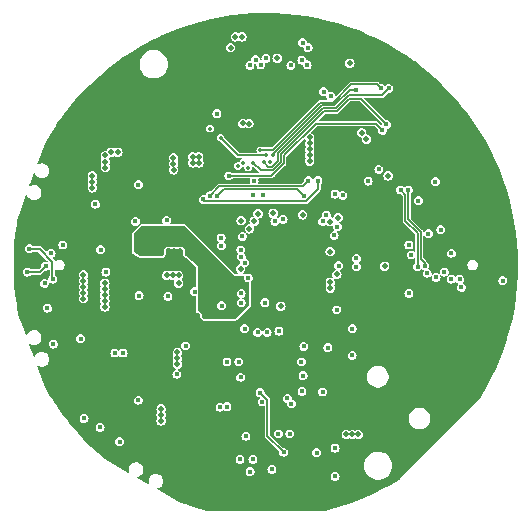
<source format=gbr>
%TF.GenerationSoftware,KiCad,Pcbnew,8.0.1*%
%TF.CreationDate,2024-05-06T13:43:09-07:00*%
%TF.ProjectId,girlvoice,6769726c-766f-4696-9365-2e6b69636164,rev?*%
%TF.SameCoordinates,Original*%
%TF.FileFunction,Copper,L2,Inr*%
%TF.FilePolarity,Positive*%
%FSLAX46Y46*%
G04 Gerber Fmt 4.6, Leading zero omitted, Abs format (unit mm)*
G04 Created by KiCad (PCBNEW 8.0.1) date 2024-05-06 13:43:09*
%MOMM*%
%LPD*%
G01*
G04 APERTURE LIST*
%TA.AperFunction,ComponentPad*%
%ADD10C,0.600000*%
%TD*%
%TA.AperFunction,HeatsinkPad*%
%ADD11C,0.600000*%
%TD*%
%TA.AperFunction,ComponentPad*%
%ADD12O,1.100000X2.100000*%
%TD*%
%TA.AperFunction,ComponentPad*%
%ADD13O,1.100000X2.600000*%
%TD*%
%TA.AperFunction,ViaPad*%
%ADD14C,0.500000*%
%TD*%
%TA.AperFunction,ViaPad*%
%ADD15C,0.450000*%
%TD*%
%TA.AperFunction,ViaPad*%
%ADD16C,0.350000*%
%TD*%
%TA.AperFunction,Conductor*%
%ADD17C,0.200000*%
%TD*%
%TA.AperFunction,Conductor*%
%ADD18C,0.150000*%
%TD*%
G04 APERTURE END LIST*
D10*
%TO.N,GND*%
%TO.C,U3*%
X87950000Y-101000000D03*
X88950000Y-101000000D03*
%TD*%
D11*
%TO.N,GND*%
%TO.C,U8*%
X87190000Y-109095000D03*
X88470000Y-109095000D03*
X87190000Y-108125000D03*
X88470000Y-108125000D03*
%TD*%
D12*
%TO.N,GND*%
%TO.C,J7*%
X95680000Y-114095000D03*
D13*
X95680000Y-119455000D03*
D12*
X104320000Y-114095000D03*
D13*
X104320000Y-119455000D03*
%TD*%
D10*
%TO.N,GND*%
%TO.C,U4*%
X87935000Y-94600000D03*
X88935000Y-94600000D03*
%TD*%
%TO.N,GND*%
%TO.C,U6*%
X91050000Y-110750000D03*
X91050000Y-109750000D03*
%TD*%
D14*
%TO.N,+1V0*%
X101250000Y-103500010D03*
X92500000Y-108400000D03*
X92500000Y-107900000D03*
X105430817Y-98864773D03*
X92500000Y-107400000D03*
X105450000Y-101450000D03*
X98600000Y-96949996D03*
X105450000Y-101950000D03*
X105450006Y-96337157D03*
X99000000Y-96300000D03*
%TO.N,GND*%
X113800000Y-103000000D03*
D15*
X93950000Y-94750000D03*
X107740000Y-103100000D03*
D14*
X91750000Y-98850000D03*
D15*
X103100000Y-91850000D03*
X93000000Y-118550000D03*
D14*
X114450000Y-103650000D03*
X96000000Y-85150000D03*
D15*
X96650000Y-105750000D03*
X94800000Y-84100000D03*
D14*
X97800000Y-86200000D03*
D15*
X119250000Y-107420000D03*
X119070000Y-94940000D03*
D14*
X103350000Y-98450000D03*
X102000000Y-101100000D03*
D15*
X107550000Y-104600000D03*
D14*
X99900000Y-86250000D03*
D15*
X80350000Y-96250000D03*
X110700000Y-94100000D03*
X102850000Y-119800000D03*
D14*
X115150000Y-103000000D03*
D16*
X97700000Y-89500000D03*
D15*
X93570000Y-93280000D03*
X108900000Y-83000000D03*
D14*
X103350000Y-101100000D03*
X100650000Y-99800000D03*
D15*
X106150000Y-119350000D03*
D14*
X91100000Y-94400000D03*
D15*
X110350000Y-104600000D03*
X107850000Y-91850000D03*
X94300000Y-92650000D03*
X115450000Y-92400000D03*
X107200000Y-94700000D03*
X115148376Y-98250000D03*
X82800000Y-103850000D03*
X82150000Y-110850000D03*
X79800000Y-101800000D03*
D14*
X114500000Y-102350000D03*
D15*
X86950000Y-94350000D03*
X109950000Y-101950000D03*
X94230000Y-104290000D03*
D14*
X114490381Y-103009010D03*
X88800000Y-89420000D03*
X104600000Y-102300000D03*
D15*
X93900000Y-119500000D03*
X113900000Y-95550000D03*
X86350000Y-108000000D03*
D14*
X92250000Y-98850000D03*
X97300000Y-86200000D03*
D15*
X93250000Y-112550000D03*
D14*
X102700000Y-86000000D03*
D15*
X85150000Y-98550000D03*
X94150000Y-93800000D03*
D14*
X102000000Y-102300000D03*
D15*
X107900000Y-116100000D03*
X109340000Y-81800000D03*
X86950000Y-95195000D03*
D14*
X91600000Y-94400000D03*
D15*
X103050000Y-90250000D03*
X92000000Y-104550000D03*
X111600000Y-110100000D03*
X94950000Y-112250000D03*
X97200000Y-109300000D03*
X79750000Y-104350000D03*
X109350000Y-115050000D03*
X114610000Y-86540000D03*
X88250000Y-112550000D03*
X82899998Y-98900000D03*
D14*
X96000000Y-85650000D03*
X99400000Y-102300000D03*
D15*
X106000000Y-106250000D03*
X92640000Y-83800000D03*
X93850000Y-100550000D03*
X94650000Y-106550000D03*
X119000000Y-97950000D03*
X116650000Y-103100000D03*
D14*
X102000000Y-99800000D03*
D15*
X104160876Y-83789124D03*
D14*
X92750000Y-98850000D03*
D15*
X114400000Y-90400000D03*
X108450000Y-105475000D03*
D16*
X96855486Y-90777445D03*
D14*
X102000000Y-98450000D03*
X100400000Y-86250000D03*
D15*
X117250000Y-111250000D03*
X85400000Y-114550000D03*
X83900000Y-91800000D03*
X103800000Y-110900000D03*
X106900000Y-81600000D03*
X113500000Y-95150000D03*
X101250000Y-92850000D03*
X103140000Y-116380000D03*
X112100000Y-99750000D03*
X97000000Y-119600000D03*
X96450000Y-82000000D03*
X107550000Y-109050000D03*
D14*
X88810000Y-89920000D03*
X104600000Y-98450000D03*
D15*
X108300000Y-106350000D03*
X86950000Y-115850000D03*
X94900000Y-109650000D03*
D14*
X99400000Y-101100000D03*
D15*
X111060000Y-113530000D03*
D14*
X99400000Y-97150000D03*
D15*
X82540000Y-89190000D03*
X97250000Y-92900000D03*
X115075000Y-99650000D03*
X118150000Y-91770000D03*
D14*
X108950000Y-86100000D03*
D15*
X107300000Y-116100000D03*
D14*
X100650000Y-102300000D03*
D15*
X86330000Y-115200000D03*
D14*
X102700000Y-85500000D03*
D15*
X105950000Y-108950000D03*
X118725000Y-99950000D03*
X93500000Y-85350000D03*
X103050000Y-91150000D03*
X92400000Y-119300000D03*
D14*
X92100000Y-94400000D03*
D15*
X84800000Y-91800000D03*
D14*
X104600000Y-101100000D03*
D15*
X105100000Y-105800000D03*
X111150000Y-103900000D03*
D16*
X97150000Y-91300000D03*
D15*
X79800000Y-97700000D03*
X106750000Y-116100000D03*
X111100000Y-94700000D03*
X81188569Y-93123046D03*
X84350000Y-91800000D03*
X103050000Y-90700000D03*
X110050000Y-96250000D03*
X96930000Y-84110000D03*
D14*
X104600000Y-99800000D03*
D15*
X110250000Y-84052500D03*
X92000000Y-111550000D03*
X101010000Y-84130000D03*
X81700000Y-109800000D03*
X83440000Y-94860000D03*
D14*
X102700000Y-85000000D03*
D16*
X99600000Y-89250000D03*
D14*
X88800000Y-88900000D03*
D15*
X114900000Y-113050000D03*
X85270000Y-86050000D03*
X88900000Y-103500000D03*
X110500000Y-91300000D03*
X98400000Y-110750000D03*
X110050000Y-98700000D03*
X109600000Y-94150000D03*
X112425000Y-84350000D03*
D14*
X103200000Y-86000000D03*
D15*
X82800000Y-104650000D03*
X103894910Y-86007760D03*
X88900000Y-105000000D03*
X114250000Y-95900000D03*
X113700000Y-107500000D03*
X79490000Y-96030000D03*
D14*
X110800000Y-86200000D03*
D15*
X93000000Y-94350000D03*
D14*
X99400000Y-98450000D03*
D15*
X86350000Y-108550000D03*
X119350000Y-105300000D03*
X93850000Y-101150000D03*
D14*
X103350000Y-99800000D03*
X109200000Y-88950000D03*
X90600000Y-94400000D03*
D15*
X104050000Y-107870000D03*
X105950000Y-91850000D03*
X108750000Y-107450000D03*
D16*
X96820000Y-89310000D03*
D14*
X100650000Y-101100000D03*
D15*
X119350000Y-104100000D03*
X120250000Y-102450000D03*
X114400000Y-105350000D03*
D14*
X100510000Y-97260000D03*
D15*
X116700000Y-97900000D03*
D14*
X103350000Y-102300000D03*
D15*
X96600000Y-106950000D03*
X92700000Y-109800000D03*
X109300000Y-90000000D03*
D14*
X108000000Y-87050000D03*
D15*
%TO.N,+3V3*%
X105850000Y-115500000D03*
X105250000Y-107000000D03*
D14*
X91118750Y-113200000D03*
X97950000Y-80690000D03*
X93850000Y-98850000D03*
X89581250Y-98600000D03*
D15*
X114350000Y-92950000D03*
D14*
X107800000Y-114350000D03*
X91118750Y-112700000D03*
X98110148Y-101622647D03*
X96500000Y-104350000D03*
X110350000Y-92450000D03*
D15*
X105462812Y-85699440D03*
X107300000Y-107650000D03*
D14*
X89581250Y-97100000D03*
D15*
X97850000Y-109500000D03*
D14*
X89581250Y-97600000D03*
X97410000Y-80690000D03*
X106800000Y-114350000D03*
D15*
X93950000Y-102250000D03*
D14*
X107300000Y-114350000D03*
X91118750Y-112200000D03*
X89581250Y-98100000D03*
X100950000Y-82500000D03*
%TO.N,VSYS*%
X103700000Y-89200000D03*
X93810000Y-91350000D03*
X103700000Y-90700000D03*
X103700000Y-91200000D03*
X103700000Y-90200000D03*
X85300000Y-92970000D03*
X85310000Y-93470000D03*
X93800000Y-90850000D03*
X84550000Y-102850000D03*
X84550000Y-101850000D03*
X85300000Y-92450000D03*
X84550000Y-100850000D03*
X84550000Y-101350000D03*
X94300000Y-90850000D03*
X94310000Y-91350000D03*
X84550000Y-102350000D03*
X103700000Y-89700000D03*
D15*
%TO.N,Net-(U4-EN)*%
X89185000Y-93199994D03*
X85549996Y-94850004D03*
%TO.N,Net-(U3-FB)*%
X91700000Y-102650000D03*
X89250000Y-102600000D03*
%TO.N,+1V8*%
X79960000Y-98626692D03*
X112100000Y-102400000D03*
D14*
X100602235Y-95618647D03*
D15*
X120050000Y-101325000D03*
X116550000Y-101900000D03*
D14*
X106111250Y-95983249D03*
X103100000Y-95749990D03*
D15*
X112300000Y-99150000D03*
X109550000Y-91900000D03*
D14*
X92600000Y-101531253D03*
X99325000Y-95672048D03*
D15*
X113750000Y-97350000D03*
X108650003Y-92900003D03*
D16*
X98507841Y-91750000D03*
D15*
X81950000Y-101200000D03*
D14*
X97900000Y-96250000D03*
X110050000Y-100100000D03*
X106000000Y-100800000D03*
X92600000Y-100881250D03*
X92100000Y-100881250D03*
D15*
X99750000Y-94050000D03*
D14*
X91600000Y-100881250D03*
X97845185Y-100335402D03*
D15*
%TO.N,Net-(U4-FB)*%
X88950000Y-96299998D03*
X91600000Y-96220000D03*
%TO.N,/PWR_EN*%
X100752415Y-96308132D03*
X82800000Y-98300000D03*
%TO.N,VBUS*%
X84300000Y-106250000D03*
X86450000Y-100599998D03*
%TO.N,/FLASH_~{WP}*%
X103200000Y-106900000D03*
X99914159Y-103200985D03*
%TO.N,/FLASH_MISO*%
X103000000Y-108200000D03*
X97900000Y-102400000D03*
%TO.N,/FLASH_SCK*%
X100100000Y-105700000D03*
X96700000Y-108200000D03*
X96700000Y-112000000D03*
%TO.N,/FLASH_~{HLD}*%
X97700000Y-108200000D03*
X97900000Y-103200000D03*
%TO.N,/FLASH_CS*%
X98200000Y-105400000D03*
X101500000Y-115850000D03*
X99500000Y-110800000D03*
X103138909Y-109361091D03*
%TO.N,/FLASH_MOSI*%
X96115180Y-112039135D03*
%TO.N,/iCE_CRESET*%
X101100000Y-105600000D03*
X104800000Y-110750000D03*
%TO.N,Net-(U6-FB)*%
X93200000Y-106850000D03*
X92450000Y-109250000D03*
D14*
%TO.N,VBAT*%
X86350000Y-102050000D03*
X86900000Y-90450000D03*
X86350000Y-103050000D03*
X86410000Y-91750000D03*
X87450000Y-90450000D03*
X86350000Y-102550000D03*
X86400000Y-91250000D03*
X86350000Y-103550000D03*
X86400000Y-90730000D03*
X86350000Y-101550000D03*
D15*
%TO.N,/IPS_BL*%
X109850000Y-88600000D03*
X96850000Y-92450000D03*
%TO.N,/USB_DP*%
X101800000Y-111300000D03*
X98002235Y-97581353D03*
%TO.N,/AMP_DATA*%
X109750000Y-85050000D03*
X99000000Y-92900000D03*
D16*
X99525174Y-90300004D03*
%TO.N,/AMP_LRCLK*%
X98942516Y-91358606D03*
X100366714Y-91246200D03*
D15*
X110200000Y-88100000D03*
D16*
%TO.N,/AMP_BCLK*%
X99825000Y-91286624D03*
D15*
X110400000Y-85050000D03*
%TO.N,/TP_RST*%
X105774231Y-97500000D03*
X102100000Y-83100000D03*
%TO.N,/iCE_CINIT*%
X107300000Y-105400000D03*
X106000000Y-103800000D03*
D16*
%TO.N,/NX_SCL*%
X98080000Y-91350000D03*
D15*
X111400000Y-93650000D03*
X103485781Y-83064029D03*
X103563228Y-81592941D03*
X112850000Y-100150000D03*
X96225000Y-98375000D03*
%TO.N,/IPS_SCK*%
X98500000Y-101100000D03*
X99561704Y-83061704D03*
%TO.N,/NX_SDA*%
X103098520Y-81175000D03*
X96200000Y-97699997D03*
D16*
X97630000Y-91619994D03*
D15*
X103035881Y-82653151D03*
X112050000Y-93650000D03*
X113450000Y-100050000D03*
D16*
%TO.N,/AMP_EN*%
X100578822Y-90689640D03*
D15*
X107607643Y-85168397D03*
X98866433Y-94115000D03*
%TO.N,/MIC_DATA*%
X103200000Y-94200000D03*
X104799999Y-96300001D03*
X81350000Y-100100000D03*
X114800000Y-97000000D03*
X79800000Y-100600000D03*
X95850000Y-94200000D03*
%TO.N,/iCE_CDONE*%
X103050000Y-110700000D03*
X99300000Y-105700000D03*
%TO.N,/TP_INT*%
X104876799Y-85316567D03*
X106033634Y-96767280D03*
%TO.N,/BTN_UP*%
X87600000Y-114950000D03*
X106500000Y-94100000D03*
%TO.N,/PAJ_INT*%
X112100000Y-98300000D03*
X106150000Y-100050000D03*
%TO.N,/IPS_DATA*%
X100000000Y-82500000D03*
X97900000Y-99300000D03*
%TO.N,/IPS_RS*%
X98644761Y-83094761D03*
X98200000Y-99800000D03*
%TO.N,/BTN_PWR*%
X101450000Y-96150010D03*
X86000000Y-98700000D03*
%TO.N,/BTN_DOWN*%
X81500000Y-103650000D03*
X105850000Y-94000000D03*
%TO.N,/USB_DN*%
X102145002Y-111760002D03*
X97867229Y-98720711D03*
%TO.N,/IPS_CS*%
X96250000Y-103450000D03*
X99119761Y-82619761D03*
%TO.N,/SPKP*%
X95850000Y-87200000D03*
D14*
X108500000Y-89350000D03*
D15*
%TO.N,Net-(J3-Pin_2)*%
X112900000Y-94550000D03*
D14*
%TO.N,/SPKN*%
X92170000Y-91450000D03*
X98040000Y-88020000D03*
X92170000Y-90930000D03*
X108100000Y-88800000D03*
D16*
X95250000Y-88450000D03*
D14*
X98550000Y-88030000D03*
X92180000Y-91950000D03*
D15*
%TO.N,Net-(U8-TS)*%
X87199997Y-107450000D03*
X82000000Y-106700000D03*
D14*
%TO.N,Net-(J1-Pin_2)*%
X97000009Y-81599991D03*
X107100000Y-82910000D03*
D15*
%TO.N,Net-(J7-D+-PadA6)*%
X99700000Y-111600000D03*
X98650000Y-117500000D03*
%TO.N,Net-(J7-RX1-)*%
X98300000Y-114500000D03*
%TO.N,Net-(J7-SBU2)*%
X98900008Y-116450000D03*
%TO.N,Net-(J7-RX2+)*%
X104300000Y-115900000D03*
%TO.N,Net-(J7-RX1+)*%
X97800000Y-116450014D03*
%TO.N,Net-(J7-SBU1)*%
X101050000Y-114300000D03*
%TO.N,Net-(J7-CC2)*%
X100500000Y-117300000D03*
X105850000Y-117900000D03*
%TO.N,Net-(J7-RX2-)*%
X102015000Y-114300000D03*
%TO.N,/BCLK*%
X95250000Y-94150000D03*
X103600000Y-92850000D03*
X115100000Y-100600000D03*
X81800000Y-99000000D03*
%TO.N,Net-(D2-K)*%
X87900000Y-107450000D03*
X85950000Y-113750000D03*
D16*
%TO.N,Net-(U7-VSN)*%
X96149976Y-89209976D03*
X99991522Y-90710192D03*
D15*
%TO.N,/AUX_DATAI*%
X107650000Y-99450000D03*
X113650000Y-100700000D03*
%TO.N,/AUX_DATAO*%
X114400000Y-101050000D03*
X107650000Y-100150003D03*
%TO.N,/AUX_MCLK*%
X116400003Y-101200000D03*
X105122631Y-95772631D03*
%TO.N,Net-(D3-K)*%
X89200000Y-111450000D03*
X84600000Y-113000000D03*
%TO.N,/LRCLK*%
X104400000Y-92850000D03*
X94700000Y-94450000D03*
X81250000Y-101550000D03*
X115699998Y-99000002D03*
X115700000Y-101200000D03*
%TD*%
D17*
%TO.N,+1V8*%
X81925000Y-99725000D02*
X80826692Y-98626692D01*
X81925000Y-101175000D02*
X81925000Y-99725000D01*
X81950000Y-101200000D02*
X81925000Y-101175000D01*
X80826692Y-98626692D02*
X79960000Y-98626692D01*
D18*
%TO.N,/FLASH_CS*%
X99520000Y-110800000D02*
X100125000Y-111405000D01*
X100125000Y-111405000D02*
X100125000Y-114475000D01*
X99500000Y-110800000D02*
X99520000Y-110800000D01*
X100125000Y-114475000D02*
X101500000Y-115850000D01*
%TO.N,/IPS_BL*%
X101500000Y-90728251D02*
X104203251Y-88025000D01*
X104203251Y-88025000D02*
X109275000Y-88025000D01*
X96850000Y-92450000D02*
X100442778Y-92450000D01*
X100442778Y-92450000D02*
X101500000Y-91392778D01*
X109275000Y-88025000D02*
X109850000Y-88600000D01*
X101500000Y-91392778D02*
X101500000Y-90728251D01*
%TO.N,/AMP_DATA*%
X107240070Y-84700000D02*
X105690630Y-86249440D01*
X104600560Y-86249440D02*
X100585360Y-90264640D01*
X99560538Y-90264640D02*
X99525174Y-90300004D01*
X109400000Y-84700000D02*
X107240070Y-84700000D01*
X100585360Y-90264640D02*
X99560538Y-90264640D01*
X109750000Y-85050000D02*
X109400000Y-84700000D01*
X105690630Y-86249440D02*
X104600560Y-86249440D01*
%TO.N,/AMP_LRCLK*%
X101260000Y-90628840D02*
X101260000Y-91293366D01*
X104919400Y-86969440D02*
X101260000Y-90628840D01*
X105988863Y-86969440D02*
X104919400Y-86969440D01*
X108010000Y-85910000D02*
X107050588Y-85910000D01*
X106451634Y-86506670D02*
X105988863Y-86969440D01*
X110200000Y-88100000D02*
X108010000Y-85910000D01*
X100567165Y-91986200D02*
X99570110Y-91986200D01*
X106453918Y-86506670D02*
X106451634Y-86506670D01*
X101260000Y-91293366D02*
X100567165Y-91986200D01*
X99570110Y-91986200D02*
X98942516Y-91358606D01*
X107050588Y-85910000D02*
X106453918Y-86506670D01*
%TO.N,/AMP_BCLK*%
X104819988Y-86729440D02*
X101020000Y-90529429D01*
X105889452Y-86729440D02*
X104819988Y-86729440D01*
X106354506Y-86266670D02*
X106352223Y-86266670D01*
X100190673Y-91671200D02*
X99825000Y-91305527D01*
X99825000Y-91305527D02*
X99825000Y-91286624D01*
X101020000Y-91193954D02*
X100542754Y-91671200D01*
X107021176Y-85600000D02*
X106354506Y-86266670D01*
X109850000Y-85600000D02*
X107021176Y-85600000D01*
X100542754Y-91671200D02*
X100190673Y-91671200D01*
X106352223Y-86266670D02*
X105889452Y-86729440D01*
X110400000Y-85050000D02*
X109850000Y-85600000D01*
X101020000Y-90529429D02*
X101020000Y-91193954D01*
%TO.N,/NX_SCL*%
X112850000Y-97300000D02*
X111800000Y-96250000D01*
X111800000Y-96250000D02*
X111800000Y-94050000D01*
X111800000Y-94050000D02*
X111400000Y-93650000D01*
X112850000Y-100150000D02*
X112850000Y-97300000D01*
%TO.N,/NX_SDA*%
X113450000Y-99850000D02*
X113100000Y-99500000D01*
X113100000Y-97200000D02*
X112050000Y-96150000D01*
X113450000Y-100050000D02*
X113450000Y-99850000D01*
X113100000Y-99500000D02*
X113100000Y-97200000D01*
X112050000Y-96150000D02*
X112050000Y-93650000D01*
%TO.N,/AMP_EN*%
X107607643Y-85168397D02*
X107111085Y-85168397D01*
X105790041Y-86489440D02*
X104720574Y-86489440D01*
X100578822Y-90631193D02*
X100578822Y-90689640D01*
X107111085Y-85168397D02*
X105790041Y-86489440D01*
X104720574Y-86489440D02*
X100578822Y-90631193D01*
%TO.N,/MIC_DATA*%
X79800000Y-100600000D02*
X80850000Y-100600000D01*
X103200000Y-94200000D02*
X102590000Y-93590000D01*
X80850000Y-100600000D02*
X81350000Y-100100000D01*
X102590000Y-93590000D02*
X96460000Y-93590000D01*
X96460000Y-93590000D02*
X95850000Y-94200000D01*
%TO.N,/BCLK*%
X103600000Y-92850000D02*
X103100000Y-93350000D01*
X96050000Y-93350000D02*
X95250000Y-94150000D01*
X103100000Y-93350000D02*
X96050000Y-93350000D01*
%TO.N,Net-(U7-VSN)*%
X99976710Y-90725004D02*
X99991522Y-90710192D01*
X97633963Y-90725004D02*
X99976710Y-90725004D01*
X96149976Y-89241017D02*
X97633963Y-90725004D01*
X96149976Y-89209976D02*
X96149976Y-89241017D01*
%TO.N,/LRCLK*%
X103023959Y-94625000D02*
X94725000Y-94625000D01*
X94725000Y-94625000D02*
X94725000Y-94475000D01*
X104400000Y-92850000D02*
X104400000Y-93601041D01*
X103376041Y-94625000D02*
X103023959Y-94625000D01*
X104400000Y-93601041D02*
X103376041Y-94625000D01*
X94725000Y-94475000D02*
X94700000Y-94450000D01*
%TD*%
%TA.AperFunction,Conductor*%
%TO.N,GND*%
G36*
X107930947Y-86149852D02*
G01*
X109810542Y-88029447D01*
X109824894Y-88064095D01*
X109824291Y-88071759D01*
X109819819Y-88099999D01*
X109824628Y-88130366D01*
X109815872Y-88166832D01*
X109783895Y-88186427D01*
X109747429Y-88177671D01*
X109741583Y-88172678D01*
X109473062Y-87904157D01*
X109473062Y-87904156D01*
X109402737Y-87833830D01*
X109378460Y-87823774D01*
X109319856Y-87799499D01*
X109319855Y-87799499D01*
X109230145Y-87799499D01*
X109224444Y-87799499D01*
X109224436Y-87799500D01*
X104526541Y-87799500D01*
X104491893Y-87785148D01*
X104477541Y-87750500D01*
X104491893Y-87715852D01*
X104998453Y-87209292D01*
X105033101Y-87194940D01*
X105938299Y-87194940D01*
X105938307Y-87194941D01*
X105944008Y-87194941D01*
X106033715Y-87194941D01*
X106033717Y-87194941D01*
X106082268Y-87174830D01*
X106116599Y-87160610D01*
X106180033Y-87097176D01*
X106180033Y-87097175D01*
X106186922Y-87090286D01*
X106186923Y-87090283D01*
X106571356Y-86705851D01*
X106578780Y-86699759D01*
X106581647Y-86697842D01*
X106581654Y-86697840D01*
X106645088Y-86634406D01*
X106645088Y-86634405D01*
X106651977Y-86627516D01*
X106651978Y-86627513D01*
X107129641Y-86149852D01*
X107164289Y-86135500D01*
X107896299Y-86135500D01*
X107930947Y-86149852D01*
G37*
%TD.AperFunction*%
%TA.AperFunction,Conductor*%
G36*
X100748820Y-78667301D02*
G01*
X100750866Y-78667373D01*
X101584085Y-78714445D01*
X101656552Y-78718539D01*
X101658633Y-78718701D01*
X101724039Y-78725199D01*
X102561346Y-78808390D01*
X102563339Y-78808632D01*
X103461386Y-78936678D01*
X103463433Y-78937014D01*
X104355215Y-79103185D01*
X104357242Y-79103608D01*
X105241154Y-79307608D01*
X105243127Y-79308108D01*
X106117546Y-79549562D01*
X106119484Y-79550141D01*
X106981274Y-79828111D01*
X106982835Y-79828615D01*
X106984807Y-79829298D01*
X107835467Y-80144265D01*
X107837408Y-80145031D01*
X108212396Y-80302340D01*
X108673901Y-80495943D01*
X108675783Y-80496780D01*
X109352725Y-80815309D01*
X109496587Y-80883002D01*
X109498453Y-80883929D01*
X110302045Y-81304743D01*
X110303843Y-81305734D01*
X111088809Y-81760398D01*
X111090564Y-81761464D01*
X111855489Y-82249164D01*
X111857197Y-82250307D01*
X112555309Y-82738427D01*
X112600595Y-82770091D01*
X112602271Y-82771316D01*
X113292169Y-83298820D01*
X113322881Y-83322303D01*
X113324509Y-83323604D01*
X114021005Y-83904778D01*
X114022556Y-83906129D01*
X114346257Y-84200500D01*
X114693674Y-84516438D01*
X114695188Y-84517875D01*
X114917564Y-84738117D01*
X115275989Y-85093102D01*
X115339697Y-85156198D01*
X115341148Y-85157698D01*
X115957880Y-85822877D01*
X115959266Y-85824437D01*
X116158239Y-86058271D01*
X116547126Y-86515291D01*
X116548418Y-86516876D01*
X117088507Y-87209292D01*
X117106336Y-87232149D01*
X117107584Y-87233822D01*
X117634523Y-87972185D01*
X117635699Y-87973909D01*
X118130725Y-88734052D01*
X118131826Y-88735825D01*
X118594018Y-89516335D01*
X118595043Y-89518153D01*
X119023581Y-90317640D01*
X119024528Y-90319500D01*
X119418646Y-91136539D01*
X119419512Y-91138438D01*
X119778464Y-91971483D01*
X119779249Y-91973417D01*
X120102405Y-92821000D01*
X120103107Y-92822965D01*
X120389886Y-93683567D01*
X120390503Y-93685561D01*
X120640363Y-94557561D01*
X120640895Y-94559579D01*
X120853398Y-95441432D01*
X120853844Y-95443471D01*
X121028605Y-96333600D01*
X121028963Y-96335656D01*
X121165656Y-97232381D01*
X121165927Y-97234450D01*
X121264314Y-98136220D01*
X121264496Y-98138300D01*
X121324392Y-99043430D01*
X121324485Y-99045514D01*
X121345783Y-99952349D01*
X121345788Y-99954437D01*
X121328450Y-100861379D01*
X121328366Y-100863464D01*
X121272421Y-101768848D01*
X121272248Y-101770928D01*
X121177800Y-102673115D01*
X121177538Y-102675186D01*
X121044760Y-103572502D01*
X121044411Y-103574559D01*
X120873538Y-104465437D01*
X120873101Y-104467478D01*
X120664451Y-105350252D01*
X120663928Y-105352272D01*
X120417872Y-106225370D01*
X120417263Y-106227367D01*
X120134251Y-107089191D01*
X120133558Y-107091159D01*
X119814101Y-107940158D01*
X119813324Y-107942096D01*
X119458009Y-108776708D01*
X119457151Y-108778610D01*
X119066617Y-109597334D01*
X119065679Y-109599198D01*
X118640630Y-110400557D01*
X118639613Y-110402380D01*
X118193883Y-111162640D01*
X118186544Y-111172219D01*
X111308972Y-118164017D01*
X111299128Y-118171745D01*
X110585430Y-118597150D01*
X110583718Y-118598124D01*
X109829565Y-119007497D01*
X109827816Y-119008402D01*
X109057802Y-119387149D01*
X109056018Y-119387983D01*
X108271384Y-119735490D01*
X108269567Y-119736251D01*
X107471626Y-120051937D01*
X107469781Y-120052624D01*
X106659806Y-120335986D01*
X106657934Y-120336599D01*
X105837212Y-120587187D01*
X105835317Y-120587724D01*
X105031582Y-120798216D01*
X105019166Y-120799815D01*
X94981752Y-120799501D01*
X94969451Y-120797931D01*
X94389273Y-120647432D01*
X94387880Y-120647049D01*
X93785269Y-120471616D01*
X93783888Y-120471192D01*
X93186701Y-120278069D01*
X93185333Y-120277604D01*
X92612257Y-120073429D01*
X92604163Y-120069684D01*
X90772773Y-119010098D01*
X90749970Y-118980324D01*
X90754899Y-118943146D01*
X90784673Y-118920343D01*
X90787728Y-118919631D01*
X90864326Y-118904396D01*
X90978160Y-118857244D01*
X91080607Y-118788791D01*
X91167732Y-118701666D01*
X91236185Y-118599219D01*
X91283337Y-118485385D01*
X91307374Y-118364539D01*
X91307374Y-118241327D01*
X91283337Y-118120481D01*
X91236185Y-118006647D01*
X91167732Y-117904200D01*
X91163532Y-117900000D01*
X105469819Y-117900000D01*
X105488426Y-118017482D01*
X105488426Y-118017483D01*
X105488427Y-118017484D01*
X105542422Y-118123458D01*
X105542427Y-118123465D01*
X105626534Y-118207572D01*
X105626541Y-118207577D01*
X105692781Y-118241327D01*
X105732518Y-118261574D01*
X105850000Y-118280181D01*
X105967482Y-118261574D01*
X106040988Y-118224120D01*
X106073458Y-118207577D01*
X106073460Y-118207575D01*
X106073465Y-118207573D01*
X106157573Y-118123465D01*
X106159093Y-118120483D01*
X106180103Y-118079247D01*
X106211574Y-118017482D01*
X106230181Y-117900000D01*
X106211574Y-117782518D01*
X106181485Y-117723465D01*
X106157577Y-117676541D01*
X106157572Y-117676534D01*
X106073465Y-117592427D01*
X106073458Y-117592422D01*
X105967484Y-117538427D01*
X105967483Y-117538426D01*
X105967482Y-117538426D01*
X105850000Y-117519819D01*
X105732518Y-117538426D01*
X105732516Y-117538426D01*
X105732515Y-117538427D01*
X105626541Y-117592422D01*
X105626534Y-117592427D01*
X105542427Y-117676534D01*
X105542422Y-117676541D01*
X105488427Y-117782515D01*
X105488426Y-117782516D01*
X105488426Y-117782518D01*
X105469819Y-117900000D01*
X91163532Y-117900000D01*
X91080607Y-117817075D01*
X91073360Y-117812233D01*
X91054304Y-117799500D01*
X90978160Y-117748622D01*
X90978156Y-117748620D01*
X90978154Y-117748619D01*
X90864333Y-117701472D01*
X90864323Y-117701469D01*
X90815588Y-117691775D01*
X90743480Y-117677433D01*
X90620268Y-117677433D01*
X90560123Y-117689396D01*
X90499424Y-117701469D01*
X90499414Y-117701472D01*
X90385593Y-117748619D01*
X90385589Y-117748621D01*
X90385588Y-117748622D01*
X90359546Y-117766022D01*
X90283141Y-117817074D01*
X90196015Y-117904200D01*
X90157315Y-117962120D01*
X90128799Y-118004798D01*
X90127560Y-118006652D01*
X90080413Y-118120473D01*
X90080410Y-118120483D01*
X90072626Y-118159618D01*
X90056374Y-118241327D01*
X90056374Y-118364539D01*
X90072324Y-118444732D01*
X90080410Y-118485382D01*
X90080413Y-118485392D01*
X90092711Y-118515081D01*
X90092711Y-118552584D01*
X90066192Y-118579102D01*
X90028689Y-118579102D01*
X90022902Y-118576245D01*
X89086673Y-118034572D01*
X89063870Y-118004798D01*
X89068799Y-117967620D01*
X89098573Y-117944817D01*
X89101625Y-117944106D01*
X89175577Y-117929397D01*
X89289411Y-117882245D01*
X89391858Y-117813792D01*
X89478983Y-117726667D01*
X89547436Y-117624220D01*
X89594588Y-117510386D01*
X89596654Y-117500000D01*
X98269819Y-117500000D01*
X98288426Y-117617482D01*
X98288426Y-117617483D01*
X98288427Y-117617484D01*
X98342422Y-117723458D01*
X98342427Y-117723465D01*
X98426534Y-117807572D01*
X98426541Y-117807577D01*
X98497190Y-117843573D01*
X98532518Y-117861574D01*
X98650000Y-117880181D01*
X98767482Y-117861574D01*
X98840988Y-117824120D01*
X98873458Y-117807577D01*
X98873460Y-117807575D01*
X98873465Y-117807573D01*
X98957573Y-117723465D01*
X99011574Y-117617482D01*
X99030181Y-117500000D01*
X99011574Y-117382518D01*
X98993421Y-117346890D01*
X98969530Y-117300000D01*
X100119819Y-117300000D01*
X100138426Y-117417482D01*
X100138426Y-117417483D01*
X100138427Y-117417484D01*
X100192422Y-117523458D01*
X100192427Y-117523465D01*
X100276534Y-117607572D01*
X100276541Y-117607577D01*
X100329747Y-117634686D01*
X100382518Y-117661574D01*
X100500000Y-117680181D01*
X100617482Y-117661574D01*
X100704014Y-117617484D01*
X100723458Y-117607577D01*
X100723460Y-117607575D01*
X100723465Y-117607573D01*
X100807573Y-117523465D01*
X100820304Y-117498480D01*
X100824120Y-117490988D01*
X100861574Y-117417482D01*
X100880181Y-117300000D01*
X100861574Y-117182518D01*
X100839108Y-117138426D01*
X100807577Y-117076541D01*
X100807572Y-117076534D01*
X100731038Y-117000000D01*
X108294357Y-117000000D01*
X108314884Y-117221532D01*
X108314885Y-117221538D01*
X108375770Y-117435526D01*
X108375773Y-117435533D01*
X108474940Y-117634686D01*
X108474943Y-117634690D01*
X108609016Y-117812233D01*
X108609019Y-117812236D01*
X108773433Y-117962120D01*
X108773434Y-117962121D01*
X108773438Y-117962124D01*
X108962599Y-118079247D01*
X109170060Y-118159618D01*
X109388757Y-118200500D01*
X109388759Y-118200500D01*
X109611241Y-118200500D01*
X109611243Y-118200500D01*
X109829940Y-118159618D01*
X110037401Y-118079247D01*
X110226562Y-117962124D01*
X110390981Y-117812236D01*
X110525058Y-117634689D01*
X110624229Y-117435528D01*
X110685115Y-117221536D01*
X110705643Y-117000000D01*
X110685115Y-116778464D01*
X110624229Y-116564472D01*
X110525058Y-116365311D01*
X110420270Y-116226549D01*
X110390983Y-116187766D01*
X110390980Y-116187763D01*
X110226566Y-116037879D01*
X110226563Y-116037877D01*
X110226562Y-116037876D01*
X110037401Y-115920753D01*
X110037398Y-115920752D01*
X110037397Y-115920751D01*
X109932670Y-115880180D01*
X109829940Y-115840382D01*
X109611243Y-115799500D01*
X109388757Y-115799500D01*
X109170060Y-115840382D01*
X109170055Y-115840384D01*
X108962602Y-115920751D01*
X108773433Y-116037879D01*
X108609019Y-116187763D01*
X108609016Y-116187766D01*
X108474943Y-116365309D01*
X108474940Y-116365313D01*
X108375773Y-116564466D01*
X108375770Y-116564473D01*
X108314885Y-116778461D01*
X108314884Y-116778467D01*
X108294357Y-117000000D01*
X100731038Y-117000000D01*
X100723465Y-116992427D01*
X100723458Y-116992422D01*
X100617484Y-116938427D01*
X100617483Y-116938426D01*
X100617482Y-116938426D01*
X100500000Y-116919819D01*
X100382518Y-116938426D01*
X100382516Y-116938426D01*
X100382515Y-116938427D01*
X100276541Y-116992422D01*
X100276534Y-116992427D01*
X100192427Y-117076534D01*
X100192422Y-117076541D01*
X100138427Y-117182515D01*
X100138426Y-117182516D01*
X100138426Y-117182518D01*
X100119819Y-117300000D01*
X98969530Y-117300000D01*
X98957577Y-117276541D01*
X98957572Y-117276534D01*
X98873465Y-117192427D01*
X98873458Y-117192422D01*
X98767484Y-117138427D01*
X98767483Y-117138426D01*
X98767482Y-117138426D01*
X98650000Y-117119819D01*
X98532518Y-117138426D01*
X98532516Y-117138426D01*
X98532515Y-117138427D01*
X98426541Y-117192422D01*
X98426534Y-117192427D01*
X98342427Y-117276534D01*
X98342422Y-117276541D01*
X98288427Y-117382515D01*
X98288426Y-117382516D01*
X98288426Y-117382518D01*
X98269819Y-117500000D01*
X89596654Y-117500000D01*
X89618625Y-117389540D01*
X89618625Y-117266328D01*
X89594588Y-117145482D01*
X89591665Y-117138426D01*
X89547438Y-117031653D01*
X89547436Y-117031648D01*
X89478983Y-116929201D01*
X89391858Y-116842076D01*
X89374075Y-116830194D01*
X89361954Y-116822095D01*
X89289411Y-116773623D01*
X89289407Y-116773621D01*
X89289405Y-116773620D01*
X89175584Y-116726473D01*
X89175574Y-116726470D01*
X89126839Y-116716776D01*
X89054731Y-116702434D01*
X88931519Y-116702434D01*
X88871374Y-116714397D01*
X88810675Y-116726470D01*
X88810665Y-116726473D01*
X88696844Y-116773620D01*
X88696840Y-116773622D01*
X88696839Y-116773623D01*
X88672075Y-116790170D01*
X88594392Y-116842075D01*
X88507266Y-116929201D01*
X88438811Y-117031653D01*
X88391664Y-117145474D01*
X88391661Y-117145484D01*
X88385213Y-117177905D01*
X88367625Y-117266328D01*
X88367625Y-117389540D01*
X88383575Y-117469733D01*
X88391661Y-117510383D01*
X88391664Y-117510393D01*
X88402840Y-117537373D01*
X88402840Y-117574876D01*
X88376321Y-117601394D01*
X88338818Y-117601394D01*
X88333031Y-117598537D01*
X86370320Y-116462973D01*
X86362923Y-116457723D01*
X86353952Y-116450014D01*
X97419819Y-116450014D01*
X97438426Y-116567496D01*
X97438426Y-116567497D01*
X97438427Y-116567498D01*
X97492422Y-116673472D01*
X97492427Y-116673479D01*
X97576534Y-116757586D01*
X97576541Y-116757591D01*
X97617508Y-116778464D01*
X97682518Y-116811588D01*
X97800000Y-116830195D01*
X97917482Y-116811588D01*
X97991998Y-116773620D01*
X98023458Y-116757591D01*
X98023460Y-116757589D01*
X98023465Y-116757587D01*
X98107573Y-116673479D01*
X98107581Y-116673465D01*
X98124120Y-116641002D01*
X98161574Y-116567496D01*
X98180181Y-116450014D01*
X98180179Y-116450000D01*
X98519827Y-116450000D01*
X98538434Y-116567482D01*
X98538434Y-116567483D01*
X98538435Y-116567484D01*
X98592430Y-116673458D01*
X98592435Y-116673465D01*
X98676542Y-116757572D01*
X98676549Y-116757577D01*
X98740518Y-116790170D01*
X98782526Y-116811574D01*
X98900008Y-116830181D01*
X99017490Y-116811574D01*
X99108936Y-116764980D01*
X99123466Y-116757577D01*
X99123468Y-116757575D01*
X99123473Y-116757573D01*
X99207581Y-116673465D01*
X99217953Y-116653110D01*
X99224128Y-116640988D01*
X99261582Y-116567482D01*
X99280189Y-116450000D01*
X99261582Y-116332518D01*
X99234915Y-116280181D01*
X99207585Y-116226541D01*
X99207580Y-116226534D01*
X99123473Y-116142427D01*
X99123466Y-116142422D01*
X99017492Y-116088427D01*
X99017491Y-116088426D01*
X99017490Y-116088426D01*
X98900008Y-116069819D01*
X98782526Y-116088426D01*
X98782524Y-116088426D01*
X98782523Y-116088427D01*
X98676549Y-116142422D01*
X98676542Y-116142427D01*
X98592435Y-116226534D01*
X98592430Y-116226541D01*
X98538435Y-116332515D01*
X98538434Y-116332516D01*
X98538434Y-116332518D01*
X98519827Y-116450000D01*
X98180179Y-116450000D01*
X98161574Y-116332532D01*
X98134900Y-116280181D01*
X98107577Y-116226555D01*
X98107572Y-116226548D01*
X98023465Y-116142441D01*
X98023458Y-116142436D01*
X97917484Y-116088441D01*
X97917483Y-116088440D01*
X97917482Y-116088440D01*
X97800000Y-116069833D01*
X97682518Y-116088440D01*
X97682516Y-116088440D01*
X97682515Y-116088441D01*
X97576541Y-116142436D01*
X97576534Y-116142441D01*
X97492427Y-116226548D01*
X97492422Y-116226555D01*
X97438427Y-116332529D01*
X97438426Y-116332530D01*
X97438426Y-116332532D01*
X97419819Y-116450014D01*
X86353952Y-116450014D01*
X85766930Y-115945561D01*
X85765551Y-115944330D01*
X85175616Y-115397364D01*
X85174284Y-115396082D01*
X84728158Y-114950000D01*
X87219819Y-114950000D01*
X87238426Y-115067482D01*
X87238426Y-115067483D01*
X87238427Y-115067484D01*
X87292422Y-115173458D01*
X87292427Y-115173465D01*
X87376534Y-115257572D01*
X87376541Y-115257577D01*
X87447190Y-115293573D01*
X87482518Y-115311574D01*
X87600000Y-115330181D01*
X87717482Y-115311574D01*
X87790988Y-115274120D01*
X87823458Y-115257577D01*
X87823460Y-115257575D01*
X87823465Y-115257573D01*
X87907573Y-115173465D01*
X87961574Y-115067482D01*
X87980181Y-114950000D01*
X87961574Y-114832518D01*
X87943573Y-114797190D01*
X87907577Y-114726541D01*
X87907572Y-114726534D01*
X87823465Y-114642427D01*
X87823458Y-114642422D01*
X87717484Y-114588427D01*
X87717483Y-114588426D01*
X87717482Y-114588426D01*
X87600000Y-114569819D01*
X87482518Y-114588426D01*
X87482516Y-114588426D01*
X87482515Y-114588427D01*
X87376541Y-114642422D01*
X87376534Y-114642427D01*
X87292427Y-114726534D01*
X87292422Y-114726541D01*
X87238427Y-114832515D01*
X87238426Y-114832516D01*
X87238426Y-114832518D01*
X87219819Y-114950000D01*
X84728158Y-114950000D01*
X84605374Y-114827228D01*
X84604092Y-114825896D01*
X84520397Y-114735644D01*
X84301873Y-114500000D01*
X97919819Y-114500000D01*
X97938426Y-114617482D01*
X97938426Y-114617483D01*
X97938427Y-114617484D01*
X97992422Y-114723458D01*
X97992427Y-114723465D01*
X98076534Y-114807572D01*
X98076541Y-114807577D01*
X98125486Y-114832515D01*
X98182518Y-114861574D01*
X98300000Y-114880181D01*
X98417482Y-114861574D01*
X98490988Y-114824120D01*
X98523458Y-114807577D01*
X98523460Y-114807575D01*
X98523465Y-114807573D01*
X98607573Y-114723465D01*
X98661574Y-114617482D01*
X98680181Y-114500000D01*
X98661574Y-114382518D01*
X98643573Y-114347190D01*
X98607577Y-114276541D01*
X98607572Y-114276534D01*
X98523465Y-114192427D01*
X98523458Y-114192422D01*
X98417484Y-114138427D01*
X98417483Y-114138426D01*
X98417482Y-114138426D01*
X98300000Y-114119819D01*
X98182518Y-114138426D01*
X98182516Y-114138426D01*
X98182515Y-114138427D01*
X98076541Y-114192422D01*
X98076534Y-114192427D01*
X97992427Y-114276534D01*
X97992422Y-114276541D01*
X97938427Y-114382515D01*
X97938426Y-114382516D01*
X97938426Y-114382518D01*
X97919819Y-114500000D01*
X84301873Y-114500000D01*
X84057075Y-114236023D01*
X84055849Y-114234650D01*
X83639286Y-113750000D01*
X85569819Y-113750000D01*
X85588426Y-113867482D01*
X85588426Y-113867483D01*
X85588427Y-113867484D01*
X85642422Y-113973458D01*
X85642427Y-113973465D01*
X85726534Y-114057572D01*
X85726541Y-114057577D01*
X85797190Y-114093573D01*
X85832518Y-114111574D01*
X85950000Y-114130181D01*
X86067482Y-114111574D01*
X86140988Y-114074120D01*
X86173458Y-114057577D01*
X86173460Y-114057575D01*
X86173465Y-114057573D01*
X86257573Y-113973465D01*
X86262216Y-113964354D01*
X86284907Y-113919819D01*
X86311574Y-113867482D01*
X86330181Y-113750000D01*
X86311574Y-113632518D01*
X86287691Y-113585644D01*
X86257577Y-113526541D01*
X86257572Y-113526534D01*
X86173465Y-113442427D01*
X86173458Y-113442422D01*
X86067484Y-113388427D01*
X86067483Y-113388426D01*
X86067482Y-113388426D01*
X85950000Y-113369819D01*
X85832518Y-113388426D01*
X85832516Y-113388426D01*
X85832515Y-113388427D01*
X85726541Y-113442422D01*
X85726534Y-113442427D01*
X85642427Y-113526534D01*
X85642422Y-113526541D01*
X85588427Y-113632515D01*
X85588426Y-113632516D01*
X85588426Y-113632518D01*
X85569819Y-113750000D01*
X83639286Y-113750000D01*
X83531430Y-113624515D01*
X83530261Y-113623101D01*
X83516245Y-113605492D01*
X83034307Y-113000000D01*
X84219819Y-113000000D01*
X84238426Y-113117482D01*
X84238426Y-113117483D01*
X84238427Y-113117484D01*
X84292422Y-113223458D01*
X84292427Y-113223465D01*
X84376534Y-113307572D01*
X84376541Y-113307577D01*
X84447190Y-113343573D01*
X84482518Y-113361574D01*
X84600000Y-113380181D01*
X84717482Y-113361574D01*
X84790988Y-113324120D01*
X84823458Y-113307577D01*
X84823460Y-113307575D01*
X84823465Y-113307573D01*
X84907573Y-113223465D01*
X84919529Y-113200000D01*
X90713258Y-113200000D01*
X90733104Y-113325304D01*
X90733104Y-113325305D01*
X90733105Y-113325307D01*
X90733105Y-113325309D01*
X90790695Y-113438335D01*
X90790700Y-113438342D01*
X90880407Y-113528049D01*
X90880414Y-113528054D01*
X90993441Y-113585644D01*
X90993442Y-113585644D01*
X90993446Y-113585646D01*
X91118750Y-113605492D01*
X91244054Y-113585646D01*
X91244058Y-113585644D01*
X91244059Y-113585644D01*
X91357085Y-113528054D01*
X91357087Y-113528052D01*
X91357092Y-113528050D01*
X91446800Y-113438342D01*
X91447554Y-113436863D01*
X91504394Y-113325309D01*
X91504394Y-113325307D01*
X91504396Y-113325304D01*
X91524242Y-113200000D01*
X91504396Y-113074696D01*
X91452195Y-112972246D01*
X91449252Y-112934858D01*
X91452195Y-112927754D01*
X91460984Y-112910504D01*
X91504396Y-112825304D01*
X91524242Y-112700000D01*
X91504396Y-112574696D01*
X91452195Y-112472246D01*
X91449252Y-112434858D01*
X91452195Y-112427754D01*
X91465976Y-112400707D01*
X91504396Y-112325304D01*
X91524242Y-112200000D01*
X91504396Y-112074696D01*
X91504394Y-112074692D01*
X91504394Y-112074690D01*
X91486278Y-112039135D01*
X95734999Y-112039135D01*
X95753606Y-112156617D01*
X95753606Y-112156618D01*
X95753607Y-112156619D01*
X95807602Y-112262593D01*
X95807607Y-112262600D01*
X95891714Y-112346707D01*
X95891721Y-112346712D01*
X95962370Y-112382708D01*
X95997698Y-112400709D01*
X96115180Y-112419316D01*
X96232662Y-112400709D01*
X96309473Y-112361572D01*
X96338638Y-112346712D01*
X96338639Y-112346710D01*
X96338645Y-112346708D01*
X96392511Y-112292841D01*
X96427157Y-112278491D01*
X96461803Y-112292841D01*
X96461805Y-112292843D01*
X96476534Y-112307572D01*
X96476541Y-112307577D01*
X96545676Y-112342802D01*
X96582518Y-112361574D01*
X96700000Y-112380181D01*
X96817482Y-112361574D01*
X96890988Y-112324120D01*
X96923458Y-112307577D01*
X96923460Y-112307575D01*
X96923465Y-112307573D01*
X97007573Y-112223465D01*
X97061574Y-112117482D01*
X97080181Y-112000000D01*
X97061574Y-111882518D01*
X97034907Y-111830181D01*
X97007577Y-111776541D01*
X97007572Y-111776534D01*
X96923465Y-111692427D01*
X96923458Y-111692422D01*
X96817484Y-111638427D01*
X96817483Y-111638426D01*
X96817482Y-111638426D01*
X96700000Y-111619819D01*
X96582518Y-111638426D01*
X96582516Y-111638426D01*
X96582515Y-111638427D01*
X96476541Y-111692422D01*
X96476537Y-111692425D01*
X96422670Y-111746292D01*
X96388022Y-111760643D01*
X96353374Y-111746291D01*
X96338645Y-111731562D01*
X96338638Y-111731557D01*
X96232664Y-111677562D01*
X96232663Y-111677561D01*
X96232662Y-111677561D01*
X96115180Y-111658954D01*
X95997698Y-111677561D01*
X95997696Y-111677561D01*
X95997695Y-111677562D01*
X95891721Y-111731557D01*
X95891714Y-111731562D01*
X95807607Y-111815669D01*
X95807602Y-111815676D01*
X95753607Y-111921650D01*
X95753606Y-111921651D01*
X95753606Y-111921653D01*
X95734999Y-112039135D01*
X91486278Y-112039135D01*
X91446804Y-111961664D01*
X91446799Y-111961657D01*
X91357092Y-111871950D01*
X91357085Y-111871945D01*
X91244058Y-111814355D01*
X91244055Y-111814354D01*
X91244054Y-111814354D01*
X91118750Y-111794508D01*
X90993446Y-111814354D01*
X90993444Y-111814354D01*
X90993442Y-111814355D01*
X90993440Y-111814355D01*
X90880414Y-111871945D01*
X90880407Y-111871950D01*
X90790700Y-111961657D01*
X90790695Y-111961664D01*
X90733105Y-112074690D01*
X90733105Y-112074692D01*
X90733104Y-112074694D01*
X90733104Y-112074696D01*
X90713258Y-112200000D01*
X90733104Y-112325304D01*
X90733104Y-112325305D01*
X90733105Y-112325307D01*
X90733105Y-112325309D01*
X90785304Y-112427755D01*
X90788247Y-112465142D01*
X90785304Y-112472245D01*
X90733105Y-112574690D01*
X90733105Y-112574692D01*
X90733104Y-112574694D01*
X90733104Y-112574696D01*
X90713258Y-112700000D01*
X90733104Y-112825304D01*
X90733104Y-112825305D01*
X90733105Y-112825307D01*
X90733105Y-112825309D01*
X90785304Y-112927755D01*
X90788247Y-112965142D01*
X90785304Y-112972245D01*
X90733105Y-113074690D01*
X90733105Y-113074692D01*
X90733104Y-113074694D01*
X90733104Y-113074696D01*
X90713258Y-113200000D01*
X84919529Y-113200000D01*
X84961574Y-113117482D01*
X84980181Y-113000000D01*
X84961574Y-112882518D01*
X84932422Y-112825304D01*
X84907577Y-112776541D01*
X84907572Y-112776534D01*
X84823465Y-112692427D01*
X84823458Y-112692422D01*
X84717484Y-112638427D01*
X84717483Y-112638426D01*
X84717482Y-112638426D01*
X84600000Y-112619819D01*
X84482518Y-112638426D01*
X84482516Y-112638426D01*
X84482515Y-112638427D01*
X84376541Y-112692422D01*
X84376534Y-112692427D01*
X84292427Y-112776534D01*
X84292422Y-112776541D01*
X84238427Y-112882515D01*
X84238426Y-112882516D01*
X84238426Y-112882518D01*
X84219819Y-113000000D01*
X83034307Y-113000000D01*
X83029266Y-112993667D01*
X83028144Y-112992201D01*
X83005662Y-112961658D01*
X82551234Y-112344301D01*
X82550173Y-112342802D01*
X82538287Y-112325309D01*
X82098029Y-111677356D01*
X82097020Y-111675808D01*
X82029244Y-111567482D01*
X81955739Y-111450000D01*
X88819819Y-111450000D01*
X88838426Y-111567482D01*
X88838426Y-111567483D01*
X88838427Y-111567484D01*
X88892422Y-111673458D01*
X88892427Y-111673465D01*
X88976534Y-111757572D01*
X88976541Y-111757577D01*
X89047190Y-111793573D01*
X89082518Y-111811574D01*
X89200000Y-111830181D01*
X89317482Y-111811574D01*
X89417440Y-111760643D01*
X89423458Y-111757577D01*
X89423460Y-111757575D01*
X89423465Y-111757573D01*
X89507573Y-111673465D01*
X89509832Y-111669033D01*
X89534907Y-111619819D01*
X89561574Y-111567482D01*
X89580181Y-111450000D01*
X89561574Y-111332518D01*
X89530956Y-111272427D01*
X89507577Y-111226541D01*
X89507572Y-111226534D01*
X89423465Y-111142427D01*
X89423458Y-111142422D01*
X89317484Y-111088427D01*
X89317483Y-111088426D01*
X89317482Y-111088426D01*
X89200000Y-111069819D01*
X89082518Y-111088426D01*
X89082516Y-111088426D01*
X89082515Y-111088427D01*
X88976541Y-111142422D01*
X88976534Y-111142427D01*
X88892427Y-111226534D01*
X88892422Y-111226541D01*
X88838427Y-111332515D01*
X88838426Y-111332516D01*
X88838426Y-111332518D01*
X88819819Y-111450000D01*
X81955739Y-111450000D01*
X81670311Y-110993803D01*
X81669385Y-110992259D01*
X81558959Y-110800000D01*
X99119819Y-110800000D01*
X99138426Y-110917482D01*
X99138426Y-110917483D01*
X99138427Y-110917484D01*
X99192422Y-111023458D01*
X99192427Y-111023465D01*
X99276534Y-111107572D01*
X99276541Y-111107577D01*
X99344930Y-111142422D01*
X99382518Y-111161574D01*
X99500000Y-111180181D01*
X99500002Y-111180180D01*
X99501204Y-111180371D01*
X99533181Y-111199966D01*
X99541936Y-111236433D01*
X99522341Y-111268410D01*
X99515785Y-111272427D01*
X99476539Y-111292423D01*
X99476534Y-111292427D01*
X99392427Y-111376534D01*
X99392422Y-111376541D01*
X99338427Y-111482515D01*
X99338426Y-111482516D01*
X99338426Y-111482518D01*
X99319819Y-111600000D01*
X99338426Y-111717482D01*
X99338426Y-111717483D01*
X99338427Y-111717484D01*
X99392422Y-111823458D01*
X99392427Y-111823465D01*
X99476534Y-111907572D01*
X99476541Y-111907577D01*
X99547190Y-111943573D01*
X99582518Y-111961574D01*
X99700000Y-111980181D01*
X99817482Y-111961574D01*
X99828253Y-111956086D01*
X99865640Y-111953142D01*
X99894158Y-111977497D01*
X99899500Y-111999744D01*
X99899500Y-114426188D01*
X99899499Y-114426202D01*
X99899499Y-114519856D01*
X99923774Y-114578460D01*
X99933830Y-114602737D01*
X100004155Y-114673061D01*
X100004157Y-114673062D01*
X101110542Y-115779447D01*
X101124894Y-115814095D01*
X101124291Y-115821759D01*
X101121342Y-115840382D01*
X101119819Y-115850000D01*
X101138426Y-115967482D01*
X101138426Y-115967483D01*
X101138427Y-115967484D01*
X101192422Y-116073458D01*
X101192427Y-116073465D01*
X101276534Y-116157572D01*
X101276541Y-116157577D01*
X101335786Y-116187763D01*
X101382518Y-116211574D01*
X101500000Y-116230181D01*
X101617482Y-116211574D01*
X101690988Y-116174120D01*
X101723458Y-116157577D01*
X101723460Y-116157575D01*
X101723465Y-116157573D01*
X101807573Y-116073465D01*
X101861574Y-115967482D01*
X101872262Y-115900000D01*
X103919819Y-115900000D01*
X103938426Y-116017482D01*
X103938426Y-116017483D01*
X103938427Y-116017484D01*
X103992422Y-116123458D01*
X103992427Y-116123465D01*
X104076534Y-116207572D01*
X104076541Y-116207577D01*
X104147190Y-116243573D01*
X104182518Y-116261574D01*
X104300000Y-116280181D01*
X104417482Y-116261574D01*
X104515617Y-116211572D01*
X104523458Y-116207577D01*
X104523460Y-116207575D01*
X104523465Y-116207573D01*
X104607573Y-116123465D01*
X104661574Y-116017482D01*
X104680181Y-115900000D01*
X104661574Y-115782518D01*
X104631485Y-115723465D01*
X104607577Y-115676541D01*
X104607572Y-115676534D01*
X104523465Y-115592427D01*
X104523458Y-115592422D01*
X104417484Y-115538427D01*
X104417483Y-115538426D01*
X104417482Y-115538426D01*
X104300000Y-115519819D01*
X104182518Y-115538426D01*
X104182516Y-115538426D01*
X104182515Y-115538427D01*
X104076541Y-115592422D01*
X104076534Y-115592427D01*
X103992427Y-115676534D01*
X103992422Y-115676541D01*
X103938427Y-115782515D01*
X103938426Y-115782516D01*
X103938426Y-115782518D01*
X103919819Y-115900000D01*
X101872262Y-115900000D01*
X101880181Y-115850000D01*
X101861574Y-115732518D01*
X101843573Y-115697190D01*
X101807577Y-115626541D01*
X101807572Y-115626534D01*
X101723465Y-115542427D01*
X101723458Y-115542422D01*
X101640198Y-115500000D01*
X105469819Y-115500000D01*
X105488426Y-115617482D01*
X105488426Y-115617483D01*
X105488427Y-115617484D01*
X105542422Y-115723458D01*
X105542427Y-115723465D01*
X105626534Y-115807572D01*
X105626541Y-115807577D01*
X105690926Y-115840382D01*
X105732518Y-115861574D01*
X105850000Y-115880181D01*
X105967482Y-115861574D01*
X106040988Y-115824120D01*
X106073458Y-115807577D01*
X106073460Y-115807575D01*
X106073465Y-115807573D01*
X106157573Y-115723465D01*
X106211574Y-115617482D01*
X106230181Y-115500000D01*
X106211574Y-115382518D01*
X106184907Y-115330181D01*
X106157577Y-115276541D01*
X106157572Y-115276534D01*
X106073465Y-115192427D01*
X106073458Y-115192422D01*
X105967484Y-115138427D01*
X105967483Y-115138426D01*
X105967482Y-115138426D01*
X105850000Y-115119819D01*
X105732518Y-115138426D01*
X105732516Y-115138426D01*
X105732515Y-115138427D01*
X105626541Y-115192422D01*
X105626534Y-115192427D01*
X105542427Y-115276534D01*
X105542422Y-115276541D01*
X105488427Y-115382515D01*
X105488426Y-115382516D01*
X105488426Y-115382518D01*
X105469819Y-115500000D01*
X101640198Y-115500000D01*
X101617484Y-115488427D01*
X101617483Y-115488426D01*
X101617482Y-115488426D01*
X101500000Y-115469819D01*
X101499999Y-115469819D01*
X101471759Y-115474291D01*
X101435292Y-115465535D01*
X101429447Y-115460542D01*
X100364852Y-114395947D01*
X100350500Y-114361299D01*
X100350500Y-114300000D01*
X100669819Y-114300000D01*
X100688426Y-114417482D01*
X100688426Y-114417483D01*
X100688427Y-114417484D01*
X100742422Y-114523458D01*
X100742427Y-114523465D01*
X100826534Y-114607572D01*
X100826541Y-114607577D01*
X100894930Y-114642422D01*
X100932518Y-114661574D01*
X101050000Y-114680181D01*
X101167482Y-114661574D01*
X101254014Y-114617484D01*
X101273458Y-114607577D01*
X101273460Y-114607575D01*
X101273465Y-114607573D01*
X101357573Y-114523465D01*
X101359413Y-114519855D01*
X101374120Y-114490988D01*
X101411574Y-114417482D01*
X101430181Y-114300000D01*
X101634819Y-114300000D01*
X101653426Y-114417482D01*
X101653426Y-114417483D01*
X101653427Y-114417484D01*
X101707422Y-114523458D01*
X101707427Y-114523465D01*
X101791534Y-114607572D01*
X101791541Y-114607577D01*
X101859930Y-114642422D01*
X101897518Y-114661574D01*
X102015000Y-114680181D01*
X102132482Y-114661574D01*
X102219014Y-114617484D01*
X102238458Y-114607577D01*
X102238460Y-114607575D01*
X102238465Y-114607573D01*
X102322573Y-114523465D01*
X102324413Y-114519855D01*
X102339120Y-114490988D01*
X102376574Y-114417482D01*
X102387262Y-114350000D01*
X106394508Y-114350000D01*
X106414354Y-114475304D01*
X106414354Y-114475305D01*
X106414355Y-114475307D01*
X106414355Y-114475309D01*
X106471945Y-114588335D01*
X106471950Y-114588342D01*
X106561657Y-114678049D01*
X106561664Y-114678054D01*
X106674691Y-114735644D01*
X106674692Y-114735644D01*
X106674696Y-114735646D01*
X106800000Y-114755492D01*
X106925304Y-114735646D01*
X107027754Y-114683445D01*
X107065142Y-114680502D01*
X107072247Y-114683445D01*
X107174696Y-114735646D01*
X107300000Y-114755492D01*
X107425304Y-114735646D01*
X107527754Y-114683445D01*
X107565142Y-114680502D01*
X107572247Y-114683445D01*
X107674696Y-114735646D01*
X107800000Y-114755492D01*
X107925304Y-114735646D01*
X107925308Y-114735644D01*
X107925309Y-114735644D01*
X108038335Y-114678054D01*
X108038337Y-114678052D01*
X108038342Y-114678050D01*
X108128050Y-114588342D01*
X108128054Y-114588335D01*
X108185644Y-114475309D01*
X108185644Y-114475307D01*
X108185646Y-114475304D01*
X108205492Y-114350000D01*
X108185646Y-114224696D01*
X108185644Y-114224692D01*
X108185644Y-114224690D01*
X108128054Y-114111664D01*
X108128049Y-114111657D01*
X108038342Y-114021950D01*
X108038335Y-114021945D01*
X107925308Y-113964355D01*
X107925305Y-113964354D01*
X107925304Y-113964354D01*
X107800000Y-113944508D01*
X107674696Y-113964354D01*
X107674694Y-113964354D01*
X107674692Y-113964355D01*
X107674690Y-113964355D01*
X107572245Y-114016554D01*
X107534858Y-114019497D01*
X107527755Y-114016554D01*
X107425308Y-113964355D01*
X107425305Y-113964354D01*
X107425304Y-113964354D01*
X107300000Y-113944508D01*
X107174696Y-113964354D01*
X107174694Y-113964354D01*
X107174692Y-113964355D01*
X107174690Y-113964355D01*
X107072245Y-114016554D01*
X107034858Y-114019497D01*
X107027755Y-114016554D01*
X106925308Y-113964355D01*
X106925305Y-113964354D01*
X106925304Y-113964354D01*
X106800000Y-113944508D01*
X106674696Y-113964354D01*
X106674694Y-113964354D01*
X106674692Y-113964355D01*
X106674690Y-113964355D01*
X106561664Y-114021945D01*
X106561657Y-114021950D01*
X106471950Y-114111657D01*
X106471945Y-114111664D01*
X106414355Y-114224690D01*
X106414355Y-114224692D01*
X106414354Y-114224694D01*
X106414354Y-114224696D01*
X106394508Y-114350000D01*
X102387262Y-114350000D01*
X102395181Y-114300000D01*
X102376574Y-114182518D01*
X102349907Y-114130181D01*
X102322577Y-114076541D01*
X102322572Y-114076534D01*
X102238465Y-113992427D01*
X102238458Y-113992422D01*
X102132484Y-113938427D01*
X102132483Y-113938426D01*
X102132482Y-113938426D01*
X102015000Y-113919819D01*
X101897518Y-113938426D01*
X101897516Y-113938426D01*
X101897515Y-113938427D01*
X101791541Y-113992422D01*
X101791534Y-113992427D01*
X101707427Y-114076534D01*
X101707422Y-114076541D01*
X101653427Y-114182515D01*
X101653426Y-114182516D01*
X101653426Y-114182518D01*
X101634819Y-114300000D01*
X101430181Y-114300000D01*
X101411574Y-114182518D01*
X101384907Y-114130181D01*
X101357577Y-114076541D01*
X101357572Y-114076534D01*
X101273465Y-113992427D01*
X101273458Y-113992422D01*
X101167484Y-113938427D01*
X101167483Y-113938426D01*
X101167482Y-113938426D01*
X101050000Y-113919819D01*
X100932518Y-113938426D01*
X100932516Y-113938426D01*
X100932515Y-113938427D01*
X100826541Y-113992422D01*
X100826534Y-113992427D01*
X100742427Y-114076534D01*
X100742422Y-114076541D01*
X100688427Y-114182515D01*
X100688426Y-114182516D01*
X100688426Y-114182518D01*
X100669819Y-114300000D01*
X100350500Y-114300000D01*
X100350500Y-113089635D01*
X112072978Y-113089635D01*
X112108543Y-113268428D01*
X112108545Y-113268437D01*
X112178309Y-113436863D01*
X112178311Y-113436867D01*
X112279595Y-113588450D01*
X112408506Y-113717361D01*
X112560089Y-113818645D01*
X112728520Y-113888411D01*
X112907324Y-113923978D01*
X113089632Y-113923978D01*
X113268436Y-113888411D01*
X113436867Y-113818645D01*
X113588450Y-113717361D01*
X113717361Y-113588450D01*
X113818645Y-113436867D01*
X113888411Y-113268436D01*
X113923978Y-113089632D01*
X113923978Y-112907324D01*
X113888411Y-112728520D01*
X113818645Y-112560089D01*
X113717361Y-112408506D01*
X113588450Y-112279595D01*
X113436867Y-112178311D01*
X113436864Y-112178309D01*
X113436863Y-112178309D01*
X113268437Y-112108545D01*
X113268428Y-112108543D01*
X113089635Y-112072978D01*
X113089632Y-112072978D01*
X112907324Y-112072978D01*
X112907320Y-112072978D01*
X112728527Y-112108543D01*
X112728518Y-112108545D01*
X112560092Y-112178309D01*
X112408506Y-112279594D01*
X112279594Y-112408506D01*
X112178309Y-112560092D01*
X112108545Y-112728518D01*
X112108543Y-112728527D01*
X112072978Y-112907320D01*
X112072978Y-113089635D01*
X100350500Y-113089635D01*
X100350500Y-111360147D01*
X100350500Y-111360145D01*
X100325587Y-111300000D01*
X101419819Y-111300000D01*
X101438426Y-111417482D01*
X101438426Y-111417483D01*
X101438427Y-111417484D01*
X101492422Y-111523458D01*
X101492427Y-111523465D01*
X101576534Y-111607572D01*
X101576541Y-111607577D01*
X101637087Y-111638426D01*
X101682518Y-111661574D01*
X101682516Y-111661574D01*
X101729616Y-111669033D01*
X101761593Y-111688628D01*
X101770349Y-111725094D01*
X101769325Y-111731562D01*
X101764821Y-111760002D01*
X101783428Y-111877484D01*
X101783428Y-111877485D01*
X101783429Y-111877486D01*
X101837424Y-111983460D01*
X101837429Y-111983467D01*
X101921536Y-112067574D01*
X101921543Y-112067579D01*
X101992192Y-112103575D01*
X102027520Y-112121576D01*
X102145002Y-112140183D01*
X102262484Y-112121576D01*
X102335990Y-112084122D01*
X102368460Y-112067579D01*
X102368462Y-112067577D01*
X102368467Y-112067575D01*
X102452575Y-111983467D01*
X102454250Y-111980181D01*
X102469122Y-111950990D01*
X102506576Y-111877484D01*
X102525183Y-111760002D01*
X102506576Y-111642520D01*
X102484911Y-111600000D01*
X102452579Y-111536543D01*
X102452574Y-111536536D01*
X102368467Y-111452429D01*
X102368460Y-111452424D01*
X102262487Y-111398429D01*
X102262485Y-111398428D01*
X102262484Y-111398428D01*
X102215383Y-111390968D01*
X102183407Y-111371372D01*
X102174652Y-111334906D01*
X102180181Y-111300000D01*
X102161574Y-111182518D01*
X102134907Y-111130181D01*
X102107577Y-111076541D01*
X102107572Y-111076534D01*
X102023465Y-110992427D01*
X102023458Y-110992422D01*
X101917484Y-110938427D01*
X101917483Y-110938426D01*
X101917482Y-110938426D01*
X101800000Y-110919819D01*
X101682518Y-110938426D01*
X101682516Y-110938426D01*
X101682515Y-110938427D01*
X101576541Y-110992422D01*
X101576534Y-110992427D01*
X101492427Y-111076534D01*
X101492422Y-111076541D01*
X101438427Y-111182515D01*
X101438426Y-111182516D01*
X101438426Y-111182518D01*
X101419819Y-111300000D01*
X100325587Y-111300000D01*
X100316170Y-111277264D01*
X100316169Y-111277263D01*
X100316168Y-111277261D01*
X100249946Y-111211040D01*
X100249939Y-111211034D01*
X99892191Y-110853286D01*
X99877839Y-110818638D01*
X99878443Y-110810970D01*
X99880181Y-110800001D01*
X99880181Y-110800000D01*
X99864343Y-110700000D01*
X102669819Y-110700000D01*
X102688426Y-110817482D01*
X102688426Y-110817483D01*
X102688427Y-110817484D01*
X102742422Y-110923458D01*
X102742427Y-110923465D01*
X102826534Y-111007572D01*
X102826541Y-111007577D01*
X102897190Y-111043573D01*
X102932518Y-111061574D01*
X103050000Y-111080181D01*
X103167482Y-111061574D01*
X103242289Y-111023458D01*
X103273458Y-111007577D01*
X103273460Y-111007575D01*
X103273465Y-111007573D01*
X103357573Y-110923465D01*
X103360621Y-110917484D01*
X103374120Y-110890988D01*
X103411574Y-110817482D01*
X103422262Y-110750000D01*
X104419819Y-110750000D01*
X104438426Y-110867482D01*
X104438426Y-110867483D01*
X104438427Y-110867484D01*
X104492422Y-110973458D01*
X104492427Y-110973465D01*
X104576534Y-111057572D01*
X104576541Y-111057577D01*
X104637087Y-111088426D01*
X104682518Y-111111574D01*
X104800000Y-111130181D01*
X104917482Y-111111574D01*
X105015617Y-111061572D01*
X105023458Y-111057577D01*
X105023460Y-111057575D01*
X105023465Y-111057573D01*
X105107573Y-110973465D01*
X105161574Y-110867482D01*
X105180181Y-110750000D01*
X105161574Y-110632518D01*
X105136096Y-110582515D01*
X105107577Y-110526541D01*
X105107572Y-110526534D01*
X105023465Y-110442427D01*
X105023458Y-110442422D01*
X104917484Y-110388427D01*
X104917483Y-110388426D01*
X104917482Y-110388426D01*
X104800000Y-110369819D01*
X104682518Y-110388426D01*
X104682516Y-110388426D01*
X104682515Y-110388427D01*
X104576541Y-110442422D01*
X104576534Y-110442427D01*
X104492427Y-110526534D01*
X104492422Y-110526541D01*
X104438427Y-110632515D01*
X104438426Y-110632516D01*
X104438426Y-110632518D01*
X104419819Y-110750000D01*
X103422262Y-110750000D01*
X103430181Y-110700000D01*
X103411574Y-110582518D01*
X103393573Y-110547190D01*
X103357577Y-110476541D01*
X103357572Y-110476534D01*
X103273465Y-110392427D01*
X103273458Y-110392422D01*
X103167484Y-110338427D01*
X103167483Y-110338426D01*
X103167482Y-110338426D01*
X103050000Y-110319819D01*
X102932518Y-110338426D01*
X102932516Y-110338426D01*
X102932515Y-110338427D01*
X102826541Y-110392422D01*
X102826534Y-110392427D01*
X102742427Y-110476534D01*
X102742422Y-110476541D01*
X102688427Y-110582515D01*
X102688426Y-110582516D01*
X102688426Y-110582518D01*
X102669819Y-110700000D01*
X99864343Y-110700000D01*
X99861574Y-110682518D01*
X99836096Y-110632515D01*
X99807577Y-110576541D01*
X99807572Y-110576534D01*
X99723465Y-110492427D01*
X99723458Y-110492422D01*
X99617484Y-110438427D01*
X99617483Y-110438426D01*
X99617482Y-110438426D01*
X99500000Y-110419819D01*
X99382518Y-110438426D01*
X99382516Y-110438426D01*
X99382515Y-110438427D01*
X99276541Y-110492422D01*
X99276534Y-110492427D01*
X99192427Y-110576534D01*
X99192422Y-110576541D01*
X99138427Y-110682515D01*
X99138426Y-110682516D01*
X99138426Y-110682518D01*
X99119819Y-110800000D01*
X81558959Y-110800000D01*
X81277104Y-110309270D01*
X81273573Y-110301688D01*
X80889489Y-109250000D01*
X92069819Y-109250000D01*
X92088426Y-109367482D01*
X92088426Y-109367483D01*
X92088427Y-109367484D01*
X92142422Y-109473458D01*
X92142427Y-109473465D01*
X92226534Y-109557572D01*
X92226541Y-109557577D01*
X92279478Y-109584549D01*
X92332518Y-109611574D01*
X92450000Y-109630181D01*
X92567482Y-109611574D01*
X92640988Y-109574120D01*
X92673458Y-109557577D01*
X92673460Y-109557575D01*
X92673465Y-109557573D01*
X92731038Y-109500000D01*
X97469819Y-109500000D01*
X97488426Y-109617482D01*
X97488426Y-109617483D01*
X97488427Y-109617484D01*
X97542422Y-109723458D01*
X97542427Y-109723465D01*
X97626534Y-109807572D01*
X97626541Y-109807577D01*
X97697190Y-109843573D01*
X97732518Y-109861574D01*
X97850000Y-109880181D01*
X97967482Y-109861574D01*
X98040988Y-109824120D01*
X98073458Y-109807577D01*
X98073460Y-109807575D01*
X98073465Y-109807573D01*
X98157573Y-109723465D01*
X98211574Y-109617482D01*
X98230181Y-109500000D01*
X98211574Y-109382518D01*
X98200656Y-109361091D01*
X102758728Y-109361091D01*
X102777335Y-109478573D01*
X102777335Y-109478574D01*
X102777336Y-109478575D01*
X102831331Y-109584549D01*
X102831336Y-109584556D01*
X102915443Y-109668663D01*
X102915450Y-109668668D01*
X102986099Y-109704664D01*
X103021427Y-109722665D01*
X103138909Y-109741272D01*
X103256391Y-109722665D01*
X103329897Y-109685211D01*
X103362367Y-109668668D01*
X103362369Y-109668666D01*
X103362374Y-109668664D01*
X103446482Y-109584556D01*
X103460229Y-109557577D01*
X103462000Y-109554101D01*
X108537444Y-109554101D01*
X108573009Y-109732894D01*
X108573011Y-109732903D01*
X108642775Y-109901329D01*
X108642777Y-109901333D01*
X108744061Y-110052916D01*
X108872972Y-110181827D01*
X109024555Y-110283111D01*
X109192986Y-110352877D01*
X109371790Y-110388444D01*
X109554098Y-110388444D01*
X109732902Y-110352877D01*
X109901333Y-110283111D01*
X110052916Y-110181827D01*
X110181827Y-110052916D01*
X110283111Y-109901333D01*
X110352877Y-109732902D01*
X110388444Y-109554098D01*
X110388444Y-109371790D01*
X110352877Y-109192986D01*
X110283111Y-109024555D01*
X110181827Y-108872972D01*
X110052916Y-108744061D01*
X109901333Y-108642777D01*
X109901330Y-108642775D01*
X109901329Y-108642775D01*
X109732903Y-108573011D01*
X109732894Y-108573009D01*
X109554101Y-108537444D01*
X109554098Y-108537444D01*
X109371790Y-108537444D01*
X109371786Y-108537444D01*
X109192993Y-108573009D01*
X109192984Y-108573011D01*
X109024558Y-108642775D01*
X108872972Y-108744060D01*
X108744060Y-108872972D01*
X108642775Y-109024558D01*
X108573011Y-109192984D01*
X108573009Y-109192993D01*
X108537444Y-109371786D01*
X108537444Y-109554101D01*
X103462000Y-109554101D01*
X103489565Y-109500000D01*
X103500483Y-109478573D01*
X103519090Y-109361091D01*
X103500483Y-109243609D01*
X103474693Y-109192993D01*
X103446486Y-109137632D01*
X103446481Y-109137625D01*
X103362374Y-109053518D01*
X103362367Y-109053513D01*
X103256393Y-108999518D01*
X103256392Y-108999517D01*
X103256391Y-108999517D01*
X103138909Y-108980910D01*
X103021427Y-108999517D01*
X103021425Y-108999517D01*
X103021424Y-108999518D01*
X102915450Y-109053513D01*
X102915443Y-109053518D01*
X102831336Y-109137625D01*
X102831331Y-109137632D01*
X102777336Y-109243606D01*
X102777335Y-109243607D01*
X102777335Y-109243609D01*
X102758728Y-109361091D01*
X98200656Y-109361091D01*
X98193573Y-109347190D01*
X98157577Y-109276541D01*
X98157572Y-109276534D01*
X98073465Y-109192427D01*
X98073458Y-109192422D01*
X97967484Y-109138427D01*
X97967483Y-109138426D01*
X97967482Y-109138426D01*
X97850000Y-109119819D01*
X97732518Y-109138426D01*
X97732516Y-109138426D01*
X97732515Y-109138427D01*
X97626541Y-109192422D01*
X97626534Y-109192427D01*
X97542427Y-109276534D01*
X97542422Y-109276541D01*
X97488427Y-109382515D01*
X97488426Y-109382516D01*
X97488426Y-109382518D01*
X97469819Y-109500000D01*
X92731038Y-109500000D01*
X92757573Y-109473465D01*
X92811574Y-109367482D01*
X92830181Y-109250000D01*
X92811574Y-109132518D01*
X92771322Y-109053518D01*
X92757577Y-109026541D01*
X92757572Y-109026534D01*
X92673465Y-108942427D01*
X92673458Y-108942422D01*
X92564046Y-108886675D01*
X92564540Y-108885704D01*
X92539360Y-108864196D01*
X92536419Y-108826809D01*
X92560777Y-108798293D01*
X92575348Y-108793558D01*
X92625304Y-108785646D01*
X92625308Y-108785644D01*
X92625309Y-108785644D01*
X92738335Y-108728054D01*
X92738337Y-108728052D01*
X92738342Y-108728050D01*
X92828050Y-108638342D01*
X92857685Y-108580181D01*
X92885644Y-108525309D01*
X92885644Y-108525307D01*
X92885646Y-108525304D01*
X92905492Y-108400000D01*
X92885646Y-108274696D01*
X92847586Y-108200000D01*
X96319819Y-108200000D01*
X96338426Y-108317482D01*
X96338426Y-108317483D01*
X96338427Y-108317484D01*
X96392422Y-108423458D01*
X96392427Y-108423465D01*
X96476534Y-108507572D01*
X96476541Y-108507577D01*
X96532108Y-108535889D01*
X96582518Y-108561574D01*
X96700000Y-108580181D01*
X96817482Y-108561574D01*
X96890988Y-108524120D01*
X96923458Y-108507577D01*
X96923460Y-108507575D01*
X96923465Y-108507573D01*
X97007573Y-108423465D01*
X97013374Y-108412081D01*
X97034077Y-108371447D01*
X97061574Y-108317482D01*
X97080181Y-108200000D01*
X97319819Y-108200000D01*
X97338426Y-108317482D01*
X97338426Y-108317483D01*
X97338427Y-108317484D01*
X97392422Y-108423458D01*
X97392427Y-108423465D01*
X97476534Y-108507572D01*
X97476541Y-108507577D01*
X97532108Y-108535889D01*
X97582518Y-108561574D01*
X97700000Y-108580181D01*
X97817482Y-108561574D01*
X97890988Y-108524120D01*
X97923458Y-108507577D01*
X97923460Y-108507575D01*
X97923465Y-108507573D01*
X98007573Y-108423465D01*
X98013374Y-108412081D01*
X98034077Y-108371447D01*
X98061574Y-108317482D01*
X98080181Y-108200000D01*
X102619819Y-108200000D01*
X102638426Y-108317482D01*
X102638426Y-108317483D01*
X102638427Y-108317484D01*
X102692422Y-108423458D01*
X102692427Y-108423465D01*
X102776534Y-108507572D01*
X102776541Y-108507577D01*
X102832108Y-108535889D01*
X102882518Y-108561574D01*
X103000000Y-108580181D01*
X103117482Y-108561574D01*
X103190988Y-108524120D01*
X103223458Y-108507577D01*
X103223460Y-108507575D01*
X103223465Y-108507573D01*
X103307573Y-108423465D01*
X103313374Y-108412081D01*
X103334077Y-108371447D01*
X103361574Y-108317482D01*
X103380181Y-108200000D01*
X103361574Y-108082518D01*
X103343573Y-108047190D01*
X103307577Y-107976541D01*
X103307572Y-107976534D01*
X103223465Y-107892427D01*
X103223458Y-107892422D01*
X103117484Y-107838427D01*
X103117483Y-107838426D01*
X103117482Y-107838426D01*
X103000000Y-107819819D01*
X102882518Y-107838426D01*
X102882516Y-107838426D01*
X102882515Y-107838427D01*
X102776541Y-107892422D01*
X102776534Y-107892427D01*
X102692427Y-107976534D01*
X102692422Y-107976541D01*
X102638427Y-108082515D01*
X102638426Y-108082516D01*
X102638426Y-108082518D01*
X102619819Y-108200000D01*
X98080181Y-108200000D01*
X98061574Y-108082518D01*
X98043573Y-108047190D01*
X98007577Y-107976541D01*
X98007572Y-107976534D01*
X97923465Y-107892427D01*
X97923458Y-107892422D01*
X97817484Y-107838427D01*
X97817483Y-107838426D01*
X97817482Y-107838426D01*
X97700000Y-107819819D01*
X97582518Y-107838426D01*
X97582516Y-107838426D01*
X97582515Y-107838427D01*
X97476541Y-107892422D01*
X97476534Y-107892427D01*
X97392427Y-107976534D01*
X97392422Y-107976541D01*
X97338427Y-108082515D01*
X97338426Y-108082516D01*
X97338426Y-108082518D01*
X97319819Y-108200000D01*
X97080181Y-108200000D01*
X97061574Y-108082518D01*
X97043573Y-108047190D01*
X97007577Y-107976541D01*
X97007572Y-107976534D01*
X96923465Y-107892427D01*
X96923458Y-107892422D01*
X96817484Y-107838427D01*
X96817483Y-107838426D01*
X96817482Y-107838426D01*
X96700000Y-107819819D01*
X96582518Y-107838426D01*
X96582516Y-107838426D01*
X96582515Y-107838427D01*
X96476541Y-107892422D01*
X96476534Y-107892427D01*
X96392427Y-107976534D01*
X96392422Y-107976541D01*
X96338427Y-108082515D01*
X96338426Y-108082516D01*
X96338426Y-108082518D01*
X96319819Y-108200000D01*
X92847586Y-108200000D01*
X92833445Y-108172246D01*
X92830502Y-108134858D01*
X92833445Y-108127754D01*
X92856495Y-108082515D01*
X92885646Y-108025304D01*
X92905492Y-107900000D01*
X92885646Y-107774696D01*
X92834066Y-107673465D01*
X92833445Y-107672246D01*
X92831694Y-107650000D01*
X106919819Y-107650000D01*
X106938426Y-107767482D01*
X106938426Y-107767483D01*
X106938427Y-107767484D01*
X106992422Y-107873458D01*
X106992427Y-107873465D01*
X107076534Y-107957572D01*
X107076541Y-107957577D01*
X107147190Y-107993573D01*
X107182518Y-108011574D01*
X107300000Y-108030181D01*
X107417482Y-108011574D01*
X107490988Y-107974120D01*
X107523458Y-107957577D01*
X107523460Y-107957575D01*
X107523465Y-107957573D01*
X107607573Y-107873465D01*
X107661574Y-107767482D01*
X107680181Y-107650000D01*
X107661574Y-107532518D01*
X107638308Y-107486856D01*
X107607577Y-107426541D01*
X107607572Y-107426534D01*
X107523465Y-107342427D01*
X107523458Y-107342422D01*
X107417484Y-107288427D01*
X107417483Y-107288426D01*
X107417482Y-107288426D01*
X107300000Y-107269819D01*
X107182518Y-107288426D01*
X107182516Y-107288426D01*
X107182515Y-107288427D01*
X107076541Y-107342422D01*
X107076534Y-107342427D01*
X106992427Y-107426534D01*
X106992422Y-107426541D01*
X106938427Y-107532515D01*
X106938426Y-107532516D01*
X106938426Y-107532518D01*
X106919819Y-107650000D01*
X92831694Y-107650000D01*
X92830502Y-107634858D01*
X92833445Y-107627754D01*
X92839133Y-107616589D01*
X92885646Y-107525304D01*
X92905492Y-107400000D01*
X92885646Y-107274696D01*
X92885644Y-107274692D01*
X92885644Y-107274690D01*
X92828054Y-107161664D01*
X92828049Y-107161657D01*
X92738342Y-107071950D01*
X92738335Y-107071945D01*
X92625308Y-107014355D01*
X92625305Y-107014354D01*
X92625304Y-107014354D01*
X92500000Y-106994508D01*
X92374696Y-107014354D01*
X92374694Y-107014354D01*
X92374692Y-107014355D01*
X92374690Y-107014355D01*
X92261664Y-107071945D01*
X92261657Y-107071950D01*
X92171950Y-107161657D01*
X92171945Y-107161664D01*
X92114355Y-107274690D01*
X92114355Y-107274692D01*
X92114354Y-107274694D01*
X92114354Y-107274696D01*
X92094508Y-107400000D01*
X92114354Y-107525304D01*
X92114354Y-107525305D01*
X92114355Y-107525307D01*
X92114355Y-107525309D01*
X92166554Y-107627755D01*
X92169497Y-107665142D01*
X92166554Y-107672245D01*
X92114355Y-107774690D01*
X92114355Y-107774692D01*
X92114354Y-107774694D01*
X92114354Y-107774696D01*
X92094508Y-107900000D01*
X92114354Y-108025304D01*
X92114354Y-108025305D01*
X92114355Y-108025307D01*
X92114355Y-108025309D01*
X92166554Y-108127755D01*
X92169497Y-108165142D01*
X92166554Y-108172245D01*
X92114355Y-108274690D01*
X92114355Y-108274692D01*
X92114354Y-108274694D01*
X92114354Y-108274696D01*
X92094508Y-108400000D01*
X92114354Y-108525304D01*
X92114354Y-108525305D01*
X92114355Y-108525307D01*
X92114355Y-108525309D01*
X92171945Y-108638335D01*
X92171950Y-108638342D01*
X92261657Y-108728049D01*
X92261664Y-108728054D01*
X92374690Y-108785644D01*
X92378360Y-108786836D01*
X92377803Y-108788549D01*
X92404472Y-108804876D01*
X92413243Y-108841339D01*
X92393662Y-108873324D01*
X92372509Y-108882092D01*
X92360510Y-108883992D01*
X92332518Y-108888426D01*
X92332516Y-108888426D01*
X92332514Y-108888427D01*
X92226541Y-108942422D01*
X92226534Y-108942427D01*
X92142427Y-109026534D01*
X92142422Y-109026541D01*
X92088427Y-109132515D01*
X92088426Y-109132516D01*
X92088426Y-109132518D01*
X92069819Y-109250000D01*
X80889489Y-109250000D01*
X80642374Y-108573356D01*
X80643969Y-108535889D01*
X80671592Y-108510522D01*
X80709061Y-108512117D01*
X80715623Y-108515807D01*
X80722331Y-108520289D01*
X80732414Y-108527026D01*
X80732419Y-108527028D01*
X80846240Y-108574175D01*
X80846242Y-108574175D01*
X80846248Y-108574178D01*
X80967094Y-108598215D01*
X80967097Y-108598215D01*
X81090303Y-108598215D01*
X81090306Y-108598215D01*
X81211152Y-108574178D01*
X81324986Y-108527026D01*
X81427433Y-108458573D01*
X81514558Y-108371448D01*
X81583011Y-108269001D01*
X81630163Y-108155167D01*
X81654200Y-108034321D01*
X81654200Y-107911109D01*
X81630163Y-107790263D01*
X81623712Y-107774690D01*
X81583013Y-107676434D01*
X81583012Y-107676432D01*
X81583011Y-107676429D01*
X81514558Y-107573982D01*
X81427433Y-107486857D01*
X81372273Y-107450000D01*
X86819816Y-107450000D01*
X86838423Y-107567482D01*
X86838423Y-107567483D01*
X86838424Y-107567484D01*
X86892419Y-107673458D01*
X86892424Y-107673465D01*
X86976531Y-107757572D01*
X86976538Y-107757577D01*
X87040674Y-107790255D01*
X87082515Y-107811574D01*
X87199997Y-107830181D01*
X87317479Y-107811574D01*
X87404011Y-107767484D01*
X87423455Y-107757577D01*
X87423457Y-107757575D01*
X87423462Y-107757573D01*
X87507570Y-107673465D01*
X87507574Y-107673458D01*
X87509838Y-107670343D01*
X87511459Y-107671520D01*
X87534812Y-107651538D01*
X87572202Y-107654444D01*
X87588980Y-107671202D01*
X87590161Y-107670345D01*
X87592423Y-107673458D01*
X87592427Y-107673465D01*
X87592430Y-107673468D01*
X87676534Y-107757572D01*
X87676541Y-107757577D01*
X87740677Y-107790255D01*
X87782518Y-107811574D01*
X87900000Y-107830181D01*
X88017482Y-107811574D01*
X88104014Y-107767484D01*
X88123458Y-107757577D01*
X88123460Y-107757575D01*
X88123465Y-107757573D01*
X88207573Y-107673465D01*
X88208195Y-107672246D01*
X88230864Y-107627754D01*
X88261574Y-107567482D01*
X88280181Y-107450000D01*
X88261574Y-107332518D01*
X88234907Y-107280181D01*
X88207577Y-107226541D01*
X88207572Y-107226534D01*
X88123465Y-107142427D01*
X88123458Y-107142422D01*
X88017484Y-107088427D01*
X88017483Y-107088426D01*
X88017482Y-107088426D01*
X87900000Y-107069819D01*
X87782518Y-107088426D01*
X87782516Y-107088426D01*
X87782515Y-107088427D01*
X87676541Y-107142422D01*
X87676534Y-107142427D01*
X87592430Y-107226531D01*
X87590161Y-107229655D01*
X87588557Y-107228489D01*
X87565093Y-107248490D01*
X87527709Y-107245510D01*
X87511023Y-107228798D01*
X87509840Y-107229659D01*
X87507569Y-107226534D01*
X87423462Y-107142427D01*
X87423455Y-107142422D01*
X87317481Y-107088427D01*
X87317480Y-107088426D01*
X87317479Y-107088426D01*
X87199997Y-107069819D01*
X87082515Y-107088426D01*
X87082513Y-107088426D01*
X87082512Y-107088427D01*
X86976538Y-107142422D01*
X86976531Y-107142427D01*
X86892424Y-107226534D01*
X86892419Y-107226541D01*
X86838424Y-107332515D01*
X86838423Y-107332516D01*
X86838423Y-107332518D01*
X86819816Y-107450000D01*
X81372273Y-107450000D01*
X81324986Y-107418404D01*
X81324982Y-107418402D01*
X81324980Y-107418401D01*
X81211159Y-107371254D01*
X81211149Y-107371251D01*
X81162414Y-107361557D01*
X81090306Y-107347215D01*
X80967094Y-107347215D01*
X80906949Y-107359178D01*
X80846250Y-107371251D01*
X80846240Y-107371254D01*
X80732419Y-107418401D01*
X80732415Y-107418403D01*
X80732414Y-107418404D01*
X80720247Y-107426534D01*
X80629967Y-107486856D01*
X80542841Y-107573982D01*
X80474387Y-107676432D01*
X80437724Y-107764944D01*
X80411205Y-107791462D01*
X80373702Y-107791462D01*
X80347184Y-107764943D01*
X80346427Y-107763001D01*
X79972437Y-106738954D01*
X79974032Y-106701485D01*
X80001655Y-106676118D01*
X80039124Y-106677713D01*
X80045676Y-106681397D01*
X80065475Y-106694626D01*
X80065480Y-106694628D01*
X80179301Y-106741775D01*
X80179303Y-106741775D01*
X80179309Y-106741778D01*
X80300155Y-106765815D01*
X80300158Y-106765815D01*
X80423364Y-106765815D01*
X80423367Y-106765815D01*
X80544213Y-106741778D01*
X80645073Y-106700000D01*
X81619819Y-106700000D01*
X81638426Y-106817482D01*
X81638426Y-106817483D01*
X81638427Y-106817484D01*
X81692422Y-106923458D01*
X81692427Y-106923465D01*
X81776534Y-107007572D01*
X81776541Y-107007577D01*
X81847190Y-107043573D01*
X81882518Y-107061574D01*
X82000000Y-107080181D01*
X82117482Y-107061574D01*
X82204014Y-107017484D01*
X82223458Y-107007577D01*
X82223460Y-107007575D01*
X82223465Y-107007573D01*
X82307573Y-106923465D01*
X82345005Y-106850000D01*
X92819819Y-106850000D01*
X92838426Y-106967482D01*
X92838426Y-106967483D01*
X92838427Y-106967484D01*
X92892422Y-107073458D01*
X92892427Y-107073465D01*
X92976534Y-107157572D01*
X92976541Y-107157577D01*
X93047190Y-107193573D01*
X93082518Y-107211574D01*
X93200000Y-107230181D01*
X93317482Y-107211574D01*
X93390988Y-107174120D01*
X93423458Y-107157577D01*
X93423460Y-107157575D01*
X93423465Y-107157573D01*
X93507573Y-107073465D01*
X93508348Y-107071945D01*
X93524120Y-107040988D01*
X93561574Y-106967482D01*
X93572262Y-106900000D01*
X102819819Y-106900000D01*
X102838426Y-107017482D01*
X102838426Y-107017483D01*
X102838427Y-107017484D01*
X102892422Y-107123458D01*
X102892427Y-107123465D01*
X102976534Y-107207572D01*
X102976541Y-107207577D01*
X103047190Y-107243573D01*
X103082518Y-107261574D01*
X103200000Y-107280181D01*
X103317482Y-107261574D01*
X103415617Y-107211572D01*
X103423458Y-107207577D01*
X103423460Y-107207575D01*
X103423465Y-107207573D01*
X103507573Y-107123465D01*
X103510621Y-107117484D01*
X103524120Y-107090988D01*
X103561574Y-107017482D01*
X103564343Y-107000000D01*
X104869819Y-107000000D01*
X104888426Y-107117482D01*
X104888426Y-107117483D01*
X104888427Y-107117484D01*
X104942422Y-107223458D01*
X104942427Y-107223465D01*
X105026534Y-107307572D01*
X105026541Y-107307577D01*
X105075486Y-107332515D01*
X105132518Y-107361574D01*
X105250000Y-107380181D01*
X105367482Y-107361574D01*
X105440988Y-107324120D01*
X105473458Y-107307577D01*
X105473460Y-107307575D01*
X105473465Y-107307573D01*
X105557573Y-107223465D01*
X105565669Y-107207577D01*
X105589065Y-107161658D01*
X105611574Y-107117482D01*
X105630181Y-107000000D01*
X105611574Y-106882518D01*
X105578437Y-106817482D01*
X105557577Y-106776541D01*
X105557572Y-106776534D01*
X105473465Y-106692427D01*
X105473458Y-106692422D01*
X105367484Y-106638427D01*
X105367483Y-106638426D01*
X105367482Y-106638426D01*
X105250000Y-106619819D01*
X105132518Y-106638426D01*
X105132516Y-106638426D01*
X105132515Y-106638427D01*
X105026541Y-106692422D01*
X105026534Y-106692427D01*
X104942427Y-106776534D01*
X104942422Y-106776541D01*
X104888427Y-106882515D01*
X104888426Y-106882516D01*
X104888426Y-106882518D01*
X104869819Y-107000000D01*
X103564343Y-107000000D01*
X103580181Y-106900000D01*
X103561574Y-106782518D01*
X103520286Y-106701485D01*
X103507577Y-106676541D01*
X103507572Y-106676534D01*
X103423465Y-106592427D01*
X103423458Y-106592422D01*
X103317484Y-106538427D01*
X103317483Y-106538426D01*
X103317482Y-106538426D01*
X103200000Y-106519819D01*
X103082518Y-106538426D01*
X103082516Y-106538426D01*
X103082515Y-106538427D01*
X102976541Y-106592422D01*
X102976534Y-106592427D01*
X102892427Y-106676534D01*
X102892422Y-106676541D01*
X102838427Y-106782515D01*
X102838426Y-106782516D01*
X102838426Y-106782518D01*
X102819819Y-106900000D01*
X93572262Y-106900000D01*
X93580181Y-106850000D01*
X93561574Y-106732518D01*
X93535530Y-106681403D01*
X93507577Y-106626541D01*
X93507572Y-106626534D01*
X93423465Y-106542427D01*
X93423458Y-106542422D01*
X93317484Y-106488427D01*
X93317483Y-106488426D01*
X93317482Y-106488426D01*
X93200000Y-106469819D01*
X93082518Y-106488426D01*
X93082516Y-106488426D01*
X93082515Y-106488427D01*
X92976541Y-106542422D01*
X92976534Y-106542427D01*
X92892427Y-106626534D01*
X92892422Y-106626541D01*
X92838427Y-106732515D01*
X92838426Y-106732516D01*
X92838426Y-106732518D01*
X92819819Y-106850000D01*
X82345005Y-106850000D01*
X82361574Y-106817482D01*
X82380181Y-106700000D01*
X82361574Y-106582518D01*
X82339425Y-106539048D01*
X82307577Y-106476541D01*
X82307572Y-106476534D01*
X82223465Y-106392427D01*
X82223458Y-106392422D01*
X82117484Y-106338427D01*
X82117483Y-106338426D01*
X82117482Y-106338426D01*
X82000000Y-106319819D01*
X81882518Y-106338426D01*
X81882516Y-106338426D01*
X81882515Y-106338427D01*
X81776541Y-106392422D01*
X81776534Y-106392427D01*
X81692427Y-106476534D01*
X81692422Y-106476541D01*
X81638427Y-106582515D01*
X81638426Y-106582516D01*
X81638426Y-106582518D01*
X81619819Y-106700000D01*
X80645073Y-106700000D01*
X80658047Y-106694626D01*
X80760494Y-106626173D01*
X80847619Y-106539048D01*
X80916072Y-106436601D01*
X80963224Y-106322767D01*
X80977698Y-106250000D01*
X83919819Y-106250000D01*
X83938426Y-106367482D01*
X83938426Y-106367483D01*
X83938427Y-106367484D01*
X83992422Y-106473458D01*
X83992427Y-106473465D01*
X84076534Y-106557572D01*
X84076541Y-106557577D01*
X84125486Y-106582515D01*
X84182518Y-106611574D01*
X84300000Y-106630181D01*
X84417482Y-106611574D01*
X84490988Y-106574120D01*
X84523458Y-106557577D01*
X84523460Y-106557575D01*
X84523465Y-106557573D01*
X84607573Y-106473465D01*
X84661574Y-106367482D01*
X84680181Y-106250000D01*
X84661574Y-106132518D01*
X84634907Y-106080181D01*
X84607577Y-106026541D01*
X84607572Y-106026534D01*
X84523465Y-105942427D01*
X84523458Y-105942422D01*
X84417484Y-105888427D01*
X84417483Y-105888426D01*
X84417482Y-105888426D01*
X84300000Y-105869819D01*
X84182518Y-105888426D01*
X84182516Y-105888426D01*
X84182515Y-105888427D01*
X84076541Y-105942422D01*
X84076534Y-105942427D01*
X83992427Y-106026534D01*
X83992422Y-106026541D01*
X83938427Y-106132515D01*
X83938426Y-106132516D01*
X83938426Y-106132518D01*
X83919819Y-106250000D01*
X80977698Y-106250000D01*
X80987261Y-106201921D01*
X80987261Y-106078709D01*
X80963224Y-105957863D01*
X80953941Y-105935453D01*
X80916074Y-105844034D01*
X80916073Y-105844032D01*
X80916072Y-105844029D01*
X80847619Y-105741582D01*
X80760494Y-105654457D01*
X80658047Y-105586004D01*
X80658043Y-105586002D01*
X80658041Y-105586001D01*
X80544220Y-105538854D01*
X80544210Y-105538851D01*
X80495475Y-105529157D01*
X80423367Y-105514815D01*
X80300155Y-105514815D01*
X80240010Y-105526778D01*
X80179311Y-105538851D01*
X80179301Y-105538854D01*
X80065480Y-105586001D01*
X80065476Y-105586003D01*
X80065475Y-105586004D01*
X80044529Y-105600000D01*
X79963028Y-105654456D01*
X79875902Y-105741582D01*
X79807448Y-105844032D01*
X79769580Y-105935453D01*
X79743061Y-105961971D01*
X79705558Y-105961971D01*
X79679040Y-105935452D01*
X79678283Y-105933510D01*
X79483441Y-105400000D01*
X97819819Y-105400000D01*
X97838426Y-105517482D01*
X97838426Y-105517483D01*
X97838427Y-105517484D01*
X97892422Y-105623458D01*
X97892427Y-105623465D01*
X97976534Y-105707572D01*
X97976541Y-105707577D01*
X98043281Y-105741582D01*
X98082518Y-105761574D01*
X98200000Y-105780181D01*
X98317482Y-105761574D01*
X98404014Y-105717484D01*
X98423458Y-105707577D01*
X98423460Y-105707575D01*
X98423465Y-105707573D01*
X98431038Y-105700000D01*
X98919819Y-105700000D01*
X98938426Y-105817482D01*
X98938426Y-105817483D01*
X98938427Y-105817484D01*
X98992422Y-105923458D01*
X98992427Y-105923465D01*
X99076534Y-106007572D01*
X99076541Y-106007577D01*
X99147190Y-106043573D01*
X99182518Y-106061574D01*
X99300000Y-106080181D01*
X99417482Y-106061574D01*
X99490988Y-106024120D01*
X99523458Y-106007577D01*
X99523460Y-106007575D01*
X99523465Y-106007573D01*
X99607573Y-105923465D01*
X99615669Y-105907577D01*
X99656341Y-105827753D01*
X99684858Y-105803396D01*
X99722245Y-105806339D01*
X99743659Y-105827753D01*
X99792422Y-105923458D01*
X99792427Y-105923465D01*
X99876534Y-106007572D01*
X99876541Y-106007577D01*
X99947190Y-106043573D01*
X99982518Y-106061574D01*
X100100000Y-106080181D01*
X100217482Y-106061574D01*
X100290988Y-106024120D01*
X100323458Y-106007577D01*
X100323460Y-106007575D01*
X100323465Y-106007573D01*
X100407573Y-105923465D01*
X100415669Y-105907577D01*
X100434907Y-105869819D01*
X100461574Y-105817482D01*
X100480181Y-105700000D01*
X100464343Y-105600000D01*
X100719819Y-105600000D01*
X100738426Y-105717482D01*
X100738426Y-105717483D01*
X100738427Y-105717484D01*
X100792422Y-105823458D01*
X100792427Y-105823465D01*
X100876534Y-105907572D01*
X100876541Y-105907577D01*
X100944930Y-105942422D01*
X100982518Y-105961574D01*
X101100000Y-105980181D01*
X101217482Y-105961574D01*
X101292289Y-105923458D01*
X101323458Y-105907577D01*
X101323460Y-105907575D01*
X101323465Y-105907573D01*
X101407573Y-105823465D01*
X101410621Y-105817484D01*
X101449294Y-105741582D01*
X101461574Y-105717482D01*
X101480181Y-105600000D01*
X101461574Y-105482518D01*
X101443573Y-105447190D01*
X101419529Y-105400000D01*
X106919819Y-105400000D01*
X106938426Y-105517482D01*
X106938426Y-105517483D01*
X106938427Y-105517484D01*
X106992422Y-105623458D01*
X106992427Y-105623465D01*
X107076534Y-105707572D01*
X107076541Y-105707577D01*
X107143281Y-105741582D01*
X107182518Y-105761574D01*
X107300000Y-105780181D01*
X107417482Y-105761574D01*
X107504014Y-105717484D01*
X107523458Y-105707577D01*
X107523460Y-105707575D01*
X107523465Y-105707573D01*
X107607573Y-105623465D01*
X107661574Y-105517482D01*
X107680181Y-105400000D01*
X107661574Y-105282518D01*
X107639108Y-105238426D01*
X107607577Y-105176541D01*
X107607572Y-105176534D01*
X107523465Y-105092427D01*
X107523458Y-105092422D01*
X107417484Y-105038427D01*
X107417483Y-105038426D01*
X107417482Y-105038426D01*
X107300000Y-105019819D01*
X107182518Y-105038426D01*
X107182516Y-105038426D01*
X107182515Y-105038427D01*
X107076541Y-105092422D01*
X107076534Y-105092427D01*
X106992427Y-105176534D01*
X106992422Y-105176541D01*
X106938427Y-105282515D01*
X106938426Y-105282516D01*
X106938426Y-105282518D01*
X106919819Y-105400000D01*
X101419529Y-105400000D01*
X101407577Y-105376541D01*
X101407572Y-105376534D01*
X101323465Y-105292427D01*
X101323458Y-105292422D01*
X101217484Y-105238427D01*
X101217483Y-105238426D01*
X101217482Y-105238426D01*
X101100000Y-105219819D01*
X100982518Y-105238426D01*
X100982516Y-105238426D01*
X100982515Y-105238427D01*
X100876541Y-105292422D01*
X100876534Y-105292427D01*
X100792427Y-105376534D01*
X100792422Y-105376541D01*
X100738427Y-105482515D01*
X100738426Y-105482516D01*
X100738426Y-105482518D01*
X100719819Y-105600000D01*
X100464343Y-105600000D01*
X100461574Y-105582518D01*
X100427078Y-105514815D01*
X100407577Y-105476541D01*
X100407572Y-105476534D01*
X100323465Y-105392427D01*
X100323458Y-105392422D01*
X100217484Y-105338427D01*
X100217483Y-105338426D01*
X100217482Y-105338426D01*
X100100000Y-105319819D01*
X99982518Y-105338426D01*
X99982516Y-105338426D01*
X99982515Y-105338427D01*
X99876541Y-105392422D01*
X99876534Y-105392427D01*
X99792427Y-105476534D01*
X99792422Y-105476541D01*
X99743659Y-105572246D01*
X99715142Y-105596603D01*
X99677755Y-105593660D01*
X99656341Y-105572246D01*
X99607577Y-105476541D01*
X99607572Y-105476534D01*
X99523465Y-105392427D01*
X99523458Y-105392422D01*
X99417484Y-105338427D01*
X99417483Y-105338426D01*
X99417482Y-105338426D01*
X99300000Y-105319819D01*
X99182518Y-105338426D01*
X99182516Y-105338426D01*
X99182515Y-105338427D01*
X99076541Y-105392422D01*
X99076534Y-105392427D01*
X98992427Y-105476534D01*
X98992422Y-105476541D01*
X98938427Y-105582515D01*
X98938426Y-105582516D01*
X98938426Y-105582518D01*
X98919819Y-105700000D01*
X98431038Y-105700000D01*
X98507573Y-105623465D01*
X98561574Y-105517482D01*
X98580181Y-105400000D01*
X98561574Y-105282518D01*
X98539108Y-105238426D01*
X98507577Y-105176541D01*
X98507572Y-105176534D01*
X98423465Y-105092427D01*
X98423458Y-105092422D01*
X98317484Y-105038427D01*
X98317483Y-105038426D01*
X98317482Y-105038426D01*
X98200000Y-105019819D01*
X98082518Y-105038426D01*
X98082516Y-105038426D01*
X98082515Y-105038427D01*
X97976541Y-105092422D01*
X97976534Y-105092427D01*
X97892427Y-105176534D01*
X97892422Y-105176541D01*
X97838427Y-105282515D01*
X97838426Y-105282516D01*
X97838426Y-105282518D01*
X97819819Y-105400000D01*
X79483441Y-105400000D01*
X79045625Y-104201184D01*
X79043430Y-104193072D01*
X78945533Y-103650000D01*
X81119819Y-103650000D01*
X81138426Y-103767482D01*
X81138426Y-103767483D01*
X81138427Y-103767484D01*
X81192422Y-103873458D01*
X81192427Y-103873465D01*
X81276534Y-103957572D01*
X81276541Y-103957577D01*
X81347190Y-103993573D01*
X81382518Y-104011574D01*
X81500000Y-104030181D01*
X81617482Y-104011574D01*
X81694915Y-103972120D01*
X81723458Y-103957577D01*
X81723460Y-103957575D01*
X81723465Y-103957573D01*
X81807573Y-103873465D01*
X81809525Y-103869635D01*
X81850945Y-103788342D01*
X81861574Y-103767482D01*
X81880181Y-103650000D01*
X81864343Y-103550000D01*
X85944508Y-103550000D01*
X85964354Y-103675304D01*
X85964354Y-103675305D01*
X85964355Y-103675307D01*
X85964355Y-103675309D01*
X86021945Y-103788335D01*
X86021950Y-103788342D01*
X86111657Y-103878049D01*
X86111664Y-103878054D01*
X86224691Y-103935644D01*
X86224692Y-103935644D01*
X86224696Y-103935646D01*
X86350000Y-103955492D01*
X86475304Y-103935646D01*
X86475308Y-103935644D01*
X86475309Y-103935644D01*
X86588335Y-103878054D01*
X86588337Y-103878052D01*
X86588342Y-103878050D01*
X86678050Y-103788342D01*
X86688679Y-103767482D01*
X86735644Y-103675309D01*
X86735644Y-103675307D01*
X86735646Y-103675304D01*
X86755492Y-103550000D01*
X86735646Y-103424696D01*
X86693725Y-103342422D01*
X86683445Y-103322246D01*
X86680502Y-103284858D01*
X86683445Y-103277754D01*
X86704901Y-103235644D01*
X86735646Y-103175304D01*
X86755492Y-103050000D01*
X86735646Y-102924696D01*
X86684066Y-102823465D01*
X86683445Y-102822246D01*
X86680502Y-102784858D01*
X86683445Y-102777754D01*
X86710479Y-102724696D01*
X86735646Y-102675304D01*
X86747573Y-102600000D01*
X88869819Y-102600000D01*
X88888426Y-102717482D01*
X88888426Y-102717483D01*
X88888427Y-102717484D01*
X88942422Y-102823458D01*
X88942427Y-102823465D01*
X89026534Y-102907572D01*
X89026541Y-102907577D01*
X89097190Y-102943573D01*
X89132518Y-102961574D01*
X89250000Y-102980181D01*
X89367482Y-102961574D01*
X89440988Y-102924120D01*
X89473458Y-102907577D01*
X89473460Y-102907575D01*
X89473465Y-102907573D01*
X89557573Y-102823465D01*
X89558195Y-102822246D01*
X89580864Y-102777754D01*
X89611574Y-102717482D01*
X89622262Y-102650000D01*
X91319819Y-102650000D01*
X91338426Y-102767482D01*
X91338426Y-102767483D01*
X91338427Y-102767484D01*
X91392422Y-102873458D01*
X91392427Y-102873465D01*
X91476534Y-102957572D01*
X91476541Y-102957577D01*
X91547190Y-102993573D01*
X91582518Y-103011574D01*
X91700000Y-103030181D01*
X91817482Y-103011574D01*
X91915617Y-102961572D01*
X91923458Y-102957577D01*
X91923460Y-102957575D01*
X91923465Y-102957573D01*
X92007573Y-102873465D01*
X92061574Y-102767482D01*
X92080181Y-102650000D01*
X92061574Y-102532518D01*
X92031485Y-102473465D01*
X92007577Y-102426541D01*
X92007572Y-102426534D01*
X91923465Y-102342427D01*
X91923458Y-102342422D01*
X91817484Y-102288427D01*
X91817483Y-102288426D01*
X91817482Y-102288426D01*
X91700000Y-102269819D01*
X91582518Y-102288426D01*
X91582516Y-102288426D01*
X91582515Y-102288427D01*
X91476541Y-102342422D01*
X91476534Y-102342427D01*
X91392427Y-102426534D01*
X91392422Y-102426541D01*
X91338427Y-102532515D01*
X91338426Y-102532516D01*
X91338426Y-102532518D01*
X91319819Y-102650000D01*
X89622262Y-102650000D01*
X89630181Y-102600000D01*
X89611574Y-102482518D01*
X89593573Y-102447190D01*
X89557577Y-102376541D01*
X89557572Y-102376534D01*
X89473465Y-102292427D01*
X89473458Y-102292422D01*
X89367484Y-102238427D01*
X89367483Y-102238426D01*
X89367482Y-102238426D01*
X89250000Y-102219819D01*
X89132518Y-102238426D01*
X89132516Y-102238426D01*
X89132515Y-102238427D01*
X89026541Y-102292422D01*
X89026534Y-102292427D01*
X88942427Y-102376534D01*
X88942422Y-102376541D01*
X88888427Y-102482515D01*
X88888426Y-102482516D01*
X88888426Y-102482518D01*
X88869819Y-102600000D01*
X86747573Y-102600000D01*
X86755492Y-102550000D01*
X86735646Y-102424696D01*
X86683445Y-102322246D01*
X86680502Y-102284858D01*
X86683445Y-102277754D01*
X86703483Y-102238427D01*
X86735646Y-102175304D01*
X86755492Y-102050000D01*
X86735646Y-101924696D01*
X86683445Y-101822246D01*
X86680502Y-101784858D01*
X86683445Y-101777754D01*
X86710479Y-101724696D01*
X86735646Y-101675304D01*
X86755492Y-101550000D01*
X86735646Y-101424696D01*
X86735644Y-101424692D01*
X86735644Y-101424690D01*
X86678054Y-101311664D01*
X86678049Y-101311657D01*
X86588342Y-101221950D01*
X86588335Y-101221945D01*
X86475308Y-101164355D01*
X86475305Y-101164354D01*
X86475304Y-101164354D01*
X86350000Y-101144508D01*
X86224696Y-101164354D01*
X86224694Y-101164354D01*
X86224692Y-101164355D01*
X86224690Y-101164355D01*
X86111664Y-101221945D01*
X86111657Y-101221950D01*
X86021950Y-101311657D01*
X86021945Y-101311664D01*
X85964355Y-101424690D01*
X85964355Y-101424692D01*
X85964354Y-101424694D01*
X85964354Y-101424696D01*
X85944508Y-101550000D01*
X85964354Y-101675304D01*
X85964354Y-101675305D01*
X85964355Y-101675307D01*
X85964355Y-101675309D01*
X86016554Y-101777755D01*
X86019497Y-101815142D01*
X86016554Y-101822245D01*
X85964355Y-101924690D01*
X85964355Y-101924692D01*
X85964354Y-101924694D01*
X85964354Y-101924696D01*
X85944508Y-102050000D01*
X85964354Y-102175304D01*
X85964354Y-102175305D01*
X85964355Y-102175307D01*
X85964355Y-102175309D01*
X86016554Y-102277755D01*
X86019497Y-102315142D01*
X86016554Y-102322245D01*
X85964355Y-102424690D01*
X85964355Y-102424692D01*
X85964354Y-102424694D01*
X85964354Y-102424696D01*
X85944508Y-102550000D01*
X85964354Y-102675304D01*
X85964354Y-102675305D01*
X85964355Y-102675307D01*
X85964355Y-102675309D01*
X86016554Y-102777755D01*
X86019497Y-102815142D01*
X86016554Y-102822245D01*
X85964355Y-102924690D01*
X85964355Y-102924692D01*
X85964354Y-102924694D01*
X85964354Y-102924696D01*
X85944508Y-103050000D01*
X85964354Y-103175304D01*
X85964354Y-103175305D01*
X85964355Y-103175307D01*
X85964355Y-103175309D01*
X86016554Y-103277755D01*
X86019497Y-103315142D01*
X86016554Y-103322245D01*
X85964355Y-103424690D01*
X85964355Y-103424692D01*
X85964354Y-103424694D01*
X85964354Y-103424696D01*
X85944508Y-103550000D01*
X81864343Y-103550000D01*
X81861574Y-103532518D01*
X81819729Y-103450392D01*
X81807577Y-103426541D01*
X81807572Y-103426534D01*
X81723465Y-103342427D01*
X81723458Y-103342422D01*
X81617484Y-103288427D01*
X81617483Y-103288426D01*
X81617482Y-103288426D01*
X81500000Y-103269819D01*
X81382518Y-103288426D01*
X81382516Y-103288426D01*
X81382515Y-103288427D01*
X81276541Y-103342422D01*
X81276534Y-103342427D01*
X81192427Y-103426534D01*
X81192422Y-103426541D01*
X81138427Y-103532515D01*
X81138426Y-103532516D01*
X81138426Y-103532518D01*
X81119819Y-103650000D01*
X78945533Y-103650000D01*
X78895424Y-103372023D01*
X78895120Y-103370113D01*
X78887924Y-103318469D01*
X78822653Y-102850000D01*
X84144508Y-102850000D01*
X84164354Y-102975304D01*
X84164354Y-102975305D01*
X84164355Y-102975307D01*
X84164355Y-102975309D01*
X84221945Y-103088335D01*
X84221950Y-103088342D01*
X84311657Y-103178049D01*
X84311664Y-103178054D01*
X84424691Y-103235644D01*
X84424692Y-103235644D01*
X84424696Y-103235646D01*
X84550000Y-103255492D01*
X84675304Y-103235646D01*
X84675308Y-103235644D01*
X84675309Y-103235644D01*
X84788335Y-103178054D01*
X84788337Y-103178052D01*
X84788342Y-103178050D01*
X84878050Y-103088342D01*
X84880516Y-103083503D01*
X84935644Y-102975309D01*
X84935644Y-102975307D01*
X84935646Y-102975304D01*
X84955492Y-102850000D01*
X84935646Y-102724696D01*
X84887488Y-102630181D01*
X84883445Y-102622246D01*
X84880502Y-102584858D01*
X84883445Y-102577754D01*
X84909653Y-102526317D01*
X84935646Y-102475304D01*
X84955492Y-102350000D01*
X84935646Y-102224696D01*
X84884066Y-102123465D01*
X84883445Y-102122246D01*
X84880502Y-102084858D01*
X84883445Y-102077754D01*
X84903483Y-102038427D01*
X84935646Y-101975304D01*
X84955492Y-101850000D01*
X84935646Y-101724696D01*
X84883445Y-101622246D01*
X84880502Y-101584858D01*
X84883445Y-101577754D01*
X84891690Y-101561572D01*
X84935646Y-101475304D01*
X84955492Y-101350000D01*
X84935646Y-101224696D01*
X84883445Y-101122246D01*
X84880502Y-101084858D01*
X84883445Y-101077754D01*
X84897587Y-101049999D01*
X84935646Y-100975304D01*
X84955492Y-100850000D01*
X84935646Y-100724696D01*
X84935644Y-100724692D01*
X84935644Y-100724690D01*
X84878054Y-100611664D01*
X84878049Y-100611657D01*
X84866390Y-100599998D01*
X86069819Y-100599998D01*
X86088426Y-100717480D01*
X86088426Y-100717481D01*
X86088427Y-100717482D01*
X86142422Y-100823456D01*
X86142427Y-100823463D01*
X86226534Y-100907570D01*
X86226541Y-100907575D01*
X86275121Y-100932327D01*
X86332518Y-100961572D01*
X86450000Y-100980179D01*
X86567482Y-100961572D01*
X86654909Y-100917026D01*
X86673458Y-100907575D01*
X86673460Y-100907573D01*
X86673465Y-100907571D01*
X86699786Y-100881250D01*
X91194508Y-100881250D01*
X91214354Y-101006554D01*
X91214354Y-101006555D01*
X91214355Y-101006557D01*
X91214355Y-101006559D01*
X91271945Y-101119585D01*
X91271950Y-101119592D01*
X91361657Y-101209299D01*
X91361664Y-101209304D01*
X91474691Y-101266894D01*
X91474692Y-101266894D01*
X91474696Y-101266896D01*
X91600000Y-101286742D01*
X91725304Y-101266896D01*
X91827754Y-101214695D01*
X91865142Y-101211752D01*
X91872247Y-101214695D01*
X91974696Y-101266896D01*
X92100000Y-101286742D01*
X92195480Y-101271619D01*
X92231945Y-101280374D01*
X92251541Y-101312351D01*
X92246804Y-101342261D01*
X92214354Y-101405947D01*
X92198258Y-101507574D01*
X92194508Y-101531253D01*
X92214354Y-101656557D01*
X92214354Y-101656558D01*
X92214355Y-101656560D01*
X92214355Y-101656562D01*
X92271945Y-101769588D01*
X92271950Y-101769595D01*
X92361657Y-101859302D01*
X92361664Y-101859307D01*
X92474691Y-101916897D01*
X92474692Y-101916897D01*
X92474696Y-101916899D01*
X92600000Y-101936745D01*
X92725304Y-101916899D01*
X92725308Y-101916897D01*
X92725309Y-101916897D01*
X92838335Y-101859307D01*
X92838337Y-101859305D01*
X92838342Y-101859303D01*
X92928050Y-101769595D01*
X92928431Y-101768848D01*
X92985644Y-101656562D01*
X92985644Y-101656560D01*
X92985646Y-101656557D01*
X93005492Y-101531253D01*
X92985646Y-101405949D01*
X92985644Y-101405945D01*
X92985644Y-101405943D01*
X92928054Y-101292917D01*
X92928049Y-101292910D01*
X92876038Y-101240899D01*
X92861686Y-101206251D01*
X92876038Y-101171603D01*
X92928050Y-101119592D01*
X92985646Y-101006554D01*
X93005492Y-100881250D01*
X92985646Y-100755946D01*
X92985644Y-100755942D01*
X92985644Y-100755940D01*
X92928054Y-100642914D01*
X92928049Y-100642907D01*
X92838342Y-100553200D01*
X92838335Y-100553195D01*
X92725308Y-100495605D01*
X92725305Y-100495604D01*
X92725304Y-100495604D01*
X92600000Y-100475758D01*
X92474696Y-100495604D01*
X92474694Y-100495604D01*
X92474692Y-100495605D01*
X92474690Y-100495605D01*
X92372245Y-100547804D01*
X92334858Y-100550747D01*
X92327755Y-100547804D01*
X92225308Y-100495605D01*
X92225305Y-100495604D01*
X92225304Y-100495604D01*
X92100000Y-100475758D01*
X91974696Y-100495604D01*
X91974694Y-100495604D01*
X91974692Y-100495605D01*
X91974690Y-100495605D01*
X91872245Y-100547804D01*
X91834858Y-100550747D01*
X91827755Y-100547804D01*
X91725308Y-100495605D01*
X91725305Y-100495604D01*
X91725304Y-100495604D01*
X91600000Y-100475758D01*
X91474696Y-100495604D01*
X91474694Y-100495604D01*
X91474692Y-100495605D01*
X91474690Y-100495605D01*
X91361664Y-100553195D01*
X91361657Y-100553200D01*
X91271950Y-100642907D01*
X91271945Y-100642914D01*
X91214355Y-100755940D01*
X91214355Y-100755942D01*
X91214354Y-100755944D01*
X91214354Y-100755946D01*
X91194508Y-100881250D01*
X86699786Y-100881250D01*
X86757573Y-100823463D01*
X86760620Y-100817484D01*
X86778178Y-100783024D01*
X86811574Y-100717480D01*
X86830181Y-100599998D01*
X86811574Y-100482516D01*
X86780643Y-100421810D01*
X86757577Y-100376539D01*
X86757573Y-100376534D01*
X86757573Y-100376533D01*
X86673465Y-100292425D01*
X86673458Y-100292420D01*
X86567484Y-100238425D01*
X86567483Y-100238424D01*
X86567482Y-100238424D01*
X86450000Y-100219817D01*
X86332518Y-100238424D01*
X86332516Y-100238424D01*
X86332515Y-100238425D01*
X86226541Y-100292420D01*
X86226534Y-100292425D01*
X86142427Y-100376532D01*
X86142422Y-100376539D01*
X86088427Y-100482513D01*
X86088426Y-100482514D01*
X86088426Y-100482516D01*
X86069819Y-100599998D01*
X84866390Y-100599998D01*
X84788342Y-100521950D01*
X84788335Y-100521945D01*
X84675308Y-100464355D01*
X84675305Y-100464354D01*
X84675304Y-100464354D01*
X84550000Y-100444508D01*
X84424696Y-100464354D01*
X84424694Y-100464354D01*
X84424692Y-100464355D01*
X84424690Y-100464355D01*
X84311664Y-100521945D01*
X84311657Y-100521950D01*
X84221950Y-100611657D01*
X84221945Y-100611664D01*
X84164355Y-100724690D01*
X84164355Y-100724692D01*
X84164354Y-100724694D01*
X84164354Y-100724696D01*
X84144508Y-100850000D01*
X84164354Y-100975304D01*
X84164354Y-100975305D01*
X84164355Y-100975307D01*
X84164355Y-100975309D01*
X84216554Y-101077755D01*
X84219497Y-101115142D01*
X84216554Y-101122245D01*
X84164355Y-101224690D01*
X84164355Y-101224692D01*
X84164354Y-101224694D01*
X84164354Y-101224696D01*
X84144508Y-101350000D01*
X84164354Y-101475304D01*
X84164354Y-101475305D01*
X84164355Y-101475307D01*
X84164355Y-101475309D01*
X84216554Y-101577755D01*
X84219497Y-101615142D01*
X84216554Y-101622245D01*
X84164355Y-101724690D01*
X84164355Y-101724692D01*
X84164354Y-101724694D01*
X84164354Y-101724696D01*
X84144508Y-101850000D01*
X84164354Y-101975304D01*
X84164354Y-101975305D01*
X84164355Y-101975307D01*
X84164355Y-101975309D01*
X84216554Y-102077755D01*
X84219497Y-102115142D01*
X84216554Y-102122245D01*
X84164355Y-102224690D01*
X84164355Y-102224692D01*
X84164354Y-102224694D01*
X84164354Y-102224696D01*
X84144508Y-102350000D01*
X84164354Y-102475304D01*
X84164354Y-102475305D01*
X84164355Y-102475307D01*
X84164355Y-102475309D01*
X84216554Y-102577755D01*
X84219497Y-102615142D01*
X84216554Y-102622245D01*
X84164355Y-102724690D01*
X84164355Y-102724692D01*
X84164354Y-102724694D01*
X84164354Y-102724696D01*
X84144508Y-102850000D01*
X78822653Y-102850000D01*
X78777687Y-102527265D01*
X78777458Y-102525339D01*
X78776682Y-102517484D01*
X78693749Y-101678480D01*
X78693597Y-101676555D01*
X78693596Y-101676541D01*
X78643742Y-100826988D01*
X78643668Y-100825053D01*
X78639458Y-100600000D01*
X79419819Y-100600000D01*
X79438426Y-100717482D01*
X79438426Y-100717483D01*
X79438427Y-100717484D01*
X79492422Y-100823458D01*
X79492427Y-100823465D01*
X79576534Y-100907572D01*
X79576541Y-100907577D01*
X79625117Y-100932327D01*
X79682518Y-100961574D01*
X79800000Y-100980181D01*
X79917482Y-100961574D01*
X80003050Y-100917975D01*
X80023458Y-100907577D01*
X80023460Y-100907575D01*
X80023465Y-100907573D01*
X80091186Y-100839852D01*
X80125834Y-100825500D01*
X80799436Y-100825500D01*
X80799444Y-100825501D01*
X80805145Y-100825501D01*
X80894853Y-100825501D01*
X80894855Y-100825501D01*
X80959745Y-100798622D01*
X80977736Y-100791170D01*
X81041170Y-100727736D01*
X81041170Y-100727735D01*
X81048059Y-100720846D01*
X81048061Y-100720843D01*
X81279448Y-100489455D01*
X81314095Y-100475104D01*
X81321760Y-100475707D01*
X81326976Y-100476534D01*
X81349997Y-100480181D01*
X81349998Y-100480181D01*
X81349999Y-100480180D01*
X81350000Y-100480181D01*
X81467482Y-100461574D01*
X81545523Y-100421810D01*
X81573458Y-100407577D01*
X81573460Y-100407575D01*
X81573465Y-100407573D01*
X81590852Y-100390186D01*
X81625500Y-100375834D01*
X81660148Y-100390186D01*
X81674500Y-100424834D01*
X81674500Y-100924166D01*
X81660148Y-100958814D01*
X81642427Y-100976534D01*
X81642422Y-100976541D01*
X81588427Y-101082515D01*
X81588426Y-101082516D01*
X81588426Y-101082518D01*
X81582181Y-101121950D01*
X81569819Y-101200000D01*
X81572345Y-101215950D01*
X81563589Y-101252416D01*
X81531612Y-101272011D01*
X81495146Y-101263255D01*
X81489300Y-101258262D01*
X81473465Y-101242427D01*
X81473458Y-101242422D01*
X81367484Y-101188427D01*
X81367483Y-101188426D01*
X81367482Y-101188426D01*
X81250000Y-101169819D01*
X81132518Y-101188426D01*
X81132516Y-101188426D01*
X81132515Y-101188427D01*
X81026541Y-101242422D01*
X81026534Y-101242427D01*
X80942427Y-101326534D01*
X80942422Y-101326541D01*
X80888427Y-101432515D01*
X80888426Y-101432516D01*
X80888426Y-101432518D01*
X80869819Y-101550000D01*
X80888426Y-101667482D01*
X80888426Y-101667483D01*
X80888427Y-101667484D01*
X80942422Y-101773458D01*
X80942427Y-101773465D01*
X81026534Y-101857572D01*
X81026541Y-101857577D01*
X81087087Y-101888426D01*
X81132518Y-101911574D01*
X81250000Y-101930181D01*
X81367482Y-101911574D01*
X81449431Y-101869819D01*
X81473458Y-101857577D01*
X81473460Y-101857575D01*
X81473465Y-101857573D01*
X81557573Y-101773465D01*
X81559549Y-101769588D01*
X81582422Y-101724696D01*
X81611574Y-101667482D01*
X81630181Y-101550000D01*
X81627654Y-101534048D01*
X81636408Y-101497584D01*
X81668385Y-101477988D01*
X81704852Y-101486742D01*
X81710699Y-101491737D01*
X81726534Y-101507572D01*
X81726541Y-101507577D01*
X81778501Y-101534051D01*
X81832518Y-101561574D01*
X81950000Y-101580181D01*
X82067482Y-101561574D01*
X82145729Y-101521705D01*
X82173458Y-101507577D01*
X82173460Y-101507575D01*
X82173465Y-101507573D01*
X82257573Y-101423465D01*
X82265671Y-101407573D01*
X82276612Y-101386099D01*
X82311574Y-101317482D01*
X82330181Y-101200000D01*
X82311574Y-101082518D01*
X82273388Y-101007573D01*
X82257577Y-100976541D01*
X82257573Y-100976536D01*
X82257573Y-100976535D01*
X82189852Y-100908814D01*
X82175500Y-100874166D01*
X82175500Y-100416704D01*
X82189852Y-100382056D01*
X82224500Y-100367704D01*
X82250990Y-100375482D01*
X82310931Y-100414004D01*
X82358765Y-100428049D01*
X82435223Y-100450499D01*
X82435228Y-100450500D01*
X82564772Y-100450500D01*
X82564776Y-100450499D01*
X82585324Y-100444465D01*
X82689069Y-100414004D01*
X82798049Y-100343967D01*
X82882882Y-100246063D01*
X82936697Y-100128226D01*
X82936697Y-100128224D01*
X82936698Y-100128223D01*
X82955133Y-100000002D01*
X82955133Y-99999997D01*
X82936698Y-99871776D01*
X82917053Y-99828761D01*
X82882882Y-99753937D01*
X82798049Y-99656033D01*
X82689069Y-99585996D01*
X82689066Y-99585995D01*
X82564776Y-99549500D01*
X82564772Y-99549500D01*
X82435228Y-99549500D01*
X82435223Y-99549500D01*
X82310932Y-99585995D01*
X82224123Y-99641783D01*
X82187216Y-99648441D01*
X82156410Y-99627052D01*
X82152362Y-99619312D01*
X82147501Y-99607577D01*
X82137364Y-99583103D01*
X82137363Y-99583102D01*
X82137362Y-99583100D01*
X82066897Y-99512636D01*
X81964080Y-99409819D01*
X81949728Y-99375171D01*
X81964080Y-99340523D01*
X81976480Y-99331512D01*
X82023465Y-99307573D01*
X82107573Y-99223465D01*
X82161574Y-99117482D01*
X82180181Y-99000000D01*
X82161574Y-98882518D01*
X82137831Y-98835919D01*
X82107577Y-98776541D01*
X82107573Y-98776536D01*
X82107573Y-98776535D01*
X82031038Y-98700000D01*
X85619819Y-98700000D01*
X85638426Y-98817482D01*
X85638426Y-98817483D01*
X85638427Y-98817484D01*
X85692422Y-98923458D01*
X85692427Y-98923465D01*
X85776534Y-99007572D01*
X85776541Y-99007577D01*
X85825486Y-99032515D01*
X85882518Y-99061574D01*
X86000000Y-99080181D01*
X86117482Y-99061574D01*
X86190988Y-99024120D01*
X86223458Y-99007577D01*
X86223460Y-99007575D01*
X86223465Y-99007573D01*
X86307573Y-98923465D01*
X86319582Y-98899897D01*
X86327712Y-98883939D01*
X86332881Y-98873795D01*
X88644500Y-98873795D01*
X88645255Y-98889090D01*
X88645255Y-98889093D01*
X88646209Y-98898715D01*
X88646209Y-98898718D01*
X88671748Y-98969910D01*
X88692616Y-99001071D01*
X88692619Y-99001074D01*
X88735555Y-99043922D01*
X88735560Y-99043926D01*
X88735564Y-99043930D01*
X88735567Y-99043932D01*
X88735572Y-99043936D01*
X89158263Y-99325731D01*
X89158299Y-99325753D01*
X89176219Y-99336048D01*
X89176221Y-99336049D01*
X89187894Y-99341758D01*
X89187898Y-99341760D01*
X89187903Y-99341762D01*
X89187905Y-99341763D01*
X89207052Y-99349595D01*
X89343282Y-99395005D01*
X89343289Y-99395006D01*
X89343293Y-99395008D01*
X89367528Y-99400973D01*
X89367533Y-99400973D01*
X89367542Y-99400976D01*
X89383037Y-99403491D01*
X89387376Y-99403840D01*
X89407930Y-99405499D01*
X89407945Y-99405499D01*
X89407950Y-99405500D01*
X89407954Y-99405500D01*
X91179704Y-99405500D01*
X91189819Y-99403488D01*
X91239203Y-99393665D01*
X91239205Y-99393664D01*
X91239212Y-99393663D01*
X91273860Y-99379311D01*
X91324308Y-99345603D01*
X91445963Y-99223947D01*
X91479136Y-99174774D01*
X91493480Y-99140997D01*
X91505826Y-99082980D01*
X91508841Y-98913476D01*
X91508490Y-98899897D01*
X91507895Y-98891362D01*
X91506357Y-98877853D01*
X91503159Y-98857663D01*
X91503159Y-98842333D01*
X91508755Y-98807003D01*
X91510076Y-98796250D01*
X91510671Y-98789458D01*
X91511239Y-98778654D01*
X91512360Y-98715567D01*
X91525298Y-98683257D01*
X91581352Y-98622361D01*
X91615373Y-98606590D01*
X91617941Y-98606551D01*
X91696553Y-98607469D01*
X91696556Y-98607468D01*
X91696566Y-98607469D01*
X91707918Y-98607122D01*
X91709667Y-98607069D01*
X91717902Y-98606469D01*
X91730922Y-98604966D01*
X91742339Y-98603158D01*
X91757658Y-98603158D01*
X91777202Y-98606253D01*
X91788414Y-98607613D01*
X91795506Y-98608213D01*
X91806799Y-98608756D01*
X92162224Y-98612906D01*
X92162227Y-98612905D01*
X92162237Y-98612906D01*
X92173589Y-98612559D01*
X92175338Y-98612506D01*
X92183574Y-98611906D01*
X92196599Y-98610403D01*
X92242339Y-98603159D01*
X92257657Y-98603159D01*
X92316986Y-98612555D01*
X92328203Y-98613916D01*
X92335296Y-98614516D01*
X92346588Y-98615058D01*
X92627900Y-98618342D01*
X92627903Y-98618341D01*
X92627913Y-98618342D01*
X92639264Y-98617995D01*
X92641013Y-98617942D01*
X92649249Y-98617342D01*
X92662274Y-98615839D01*
X92742338Y-98603159D01*
X92757656Y-98603159D01*
X92854788Y-98618543D01*
X92854958Y-98618569D01*
X92854959Y-98618568D01*
X92855590Y-98618665D01*
X92861280Y-98619196D01*
X92861892Y-98619297D01*
X92885318Y-98621348D01*
X92887872Y-98621377D01*
X92922353Y-98636125D01*
X92924697Y-98638701D01*
X92982887Y-98707389D01*
X92994500Y-98739061D01*
X92994500Y-98811469D01*
X92994979Y-98823669D01*
X92995580Y-98831311D01*
X92997110Y-98844246D01*
X92997109Y-98855760D01*
X92995581Y-98868667D01*
X92994979Y-98876328D01*
X92994979Y-98876337D01*
X92994500Y-98888532D01*
X92994500Y-98996198D01*
X92994504Y-98997265D01*
X92994509Y-98997994D01*
X92994522Y-98999241D01*
X92996068Y-99103108D01*
X92996539Y-99134764D01*
X92996539Y-99134765D01*
X93006594Y-99182515D01*
X93008807Y-99193027D01*
X93022980Y-99226535D01*
X93023154Y-99226945D01*
X93023158Y-99226953D01*
X93052332Y-99270264D01*
X93056414Y-99276324D01*
X93138856Y-99358766D01*
X93142644Y-99362428D01*
X93142668Y-99362451D01*
X93142680Y-99362462D01*
X93145072Y-99364697D01*
X93149018Y-99368260D01*
X93191715Y-99405499D01*
X94048648Y-100152897D01*
X94055857Y-100159184D01*
X94072535Y-100192774D01*
X94072649Y-100195990D01*
X94073504Y-100539231D01*
X94073889Y-100548593D01*
X94073896Y-100552435D01*
X94073559Y-100561430D01*
X94076723Y-101832396D01*
X94062457Y-101867080D01*
X94027845Y-101881518D01*
X94020059Y-101880915D01*
X93950000Y-101869819D01*
X93832518Y-101888426D01*
X93832516Y-101888426D01*
X93832515Y-101888427D01*
X93726541Y-101942422D01*
X93726534Y-101942427D01*
X93642427Y-102026534D01*
X93642422Y-102026541D01*
X93588427Y-102132515D01*
X93588426Y-102132516D01*
X93588426Y-102132518D01*
X93569819Y-102250000D01*
X93588426Y-102367482D01*
X93588426Y-102367483D01*
X93588427Y-102367484D01*
X93642422Y-102473458D01*
X93642427Y-102473465D01*
X93726534Y-102557572D01*
X93726541Y-102557577D01*
X93797190Y-102593573D01*
X93832518Y-102611574D01*
X93950000Y-102630181D01*
X94022139Y-102618755D01*
X94058603Y-102627510D01*
X94078199Y-102659487D01*
X94078802Y-102667030D01*
X94080130Y-103200002D01*
X94080753Y-103450000D01*
X94080754Y-103450387D01*
X94080754Y-103450392D01*
X94081798Y-103869635D01*
X94081798Y-103869642D01*
X94089468Y-103917479D01*
X94089469Y-103917482D01*
X94089470Y-103917488D01*
X94093924Y-103931140D01*
X94098826Y-103946161D01*
X94098828Y-103946165D01*
X94109998Y-103972120D01*
X94109999Y-103972121D01*
X94109999Y-103972122D01*
X94165402Y-104030508D01*
X94165403Y-104030509D01*
X94197378Y-104050104D01*
X94197380Y-104050105D01*
X94254306Y-104071106D01*
X94291170Y-104076944D01*
X94305741Y-104081678D01*
X94354006Y-104106269D01*
X94366408Y-104115281D01*
X94404713Y-104153586D01*
X94413724Y-104165988D01*
X94438316Y-104214250D01*
X94443054Y-104228832D01*
X94451527Y-104282335D01*
X94451527Y-104297663D01*
X94441021Y-104364000D01*
X94440704Y-104366106D01*
X94440509Y-104367469D01*
X94440508Y-104367477D01*
X94444321Y-104430116D01*
X94444322Y-104430125D01*
X94454106Y-104466320D01*
X94454108Y-104466324D01*
X94481063Y-104520679D01*
X94481064Y-104520680D01*
X94481065Y-104520682D01*
X94481067Y-104520686D01*
X94562124Y-104625839D01*
X94568482Y-104633563D01*
X94568491Y-104633573D01*
X94572651Y-104638306D01*
X94629941Y-104679311D01*
X94629945Y-104679312D01*
X94629947Y-104679314D01*
X94664586Y-104693662D01*
X94664587Y-104693662D01*
X94664589Y-104693663D01*
X94664591Y-104693663D01*
X94664597Y-104693665D01*
X94724091Y-104705499D01*
X94724097Y-104705500D01*
X96303768Y-104705500D01*
X96326012Y-104710840D01*
X96374696Y-104735646D01*
X96500000Y-104755492D01*
X96625304Y-104735646D01*
X96673987Y-104710840D01*
X96696232Y-104705500D01*
X97379704Y-104705500D01*
X97381209Y-104705200D01*
X97439203Y-104693665D01*
X97439205Y-104693664D01*
X97439212Y-104693663D01*
X97473860Y-104679311D01*
X97524307Y-104645603D01*
X98695603Y-103474307D01*
X98729311Y-103423860D01*
X98743663Y-103389212D01*
X98746549Y-103374706D01*
X98755499Y-103329709D01*
X98755500Y-103329704D01*
X98755500Y-103200985D01*
X99533978Y-103200985D01*
X99552585Y-103318467D01*
X99552585Y-103318468D01*
X99552586Y-103318469D01*
X99606581Y-103424443D01*
X99606586Y-103424450D01*
X99690693Y-103508557D01*
X99690700Y-103508562D01*
X99737712Y-103532515D01*
X99796677Y-103562559D01*
X99914159Y-103581166D01*
X100031641Y-103562559D01*
X100105147Y-103525105D01*
X100137617Y-103508562D01*
X100137619Y-103508560D01*
X100137624Y-103508558D01*
X100146172Y-103500010D01*
X100844508Y-103500010D01*
X100864354Y-103625314D01*
X100864354Y-103625315D01*
X100864355Y-103625317D01*
X100864355Y-103625319D01*
X100921945Y-103738345D01*
X100921950Y-103738352D01*
X101011657Y-103828059D01*
X101011664Y-103828064D01*
X101124691Y-103885654D01*
X101124692Y-103885654D01*
X101124696Y-103885656D01*
X101250000Y-103905502D01*
X101375304Y-103885656D01*
X101375308Y-103885654D01*
X101375309Y-103885654D01*
X101488335Y-103828064D01*
X101488337Y-103828062D01*
X101488342Y-103828060D01*
X101516402Y-103800000D01*
X105619819Y-103800000D01*
X105638426Y-103917482D01*
X105638426Y-103917483D01*
X105638427Y-103917484D01*
X105692422Y-104023458D01*
X105692427Y-104023465D01*
X105776534Y-104107572D01*
X105776541Y-104107577D01*
X105847190Y-104143573D01*
X105882518Y-104161574D01*
X106000000Y-104180181D01*
X106117482Y-104161574D01*
X106190988Y-104124120D01*
X106223458Y-104107577D01*
X106223460Y-104107575D01*
X106223465Y-104107573D01*
X106307573Y-104023465D01*
X106361574Y-103917482D01*
X106380181Y-103800000D01*
X106361574Y-103682518D01*
X106309933Y-103581166D01*
X106307577Y-103576541D01*
X106307572Y-103576534D01*
X106223465Y-103492427D01*
X106223458Y-103492422D01*
X106117484Y-103438427D01*
X106117483Y-103438426D01*
X106117482Y-103438426D01*
X106000000Y-103419819D01*
X105882518Y-103438426D01*
X105882516Y-103438426D01*
X105882515Y-103438427D01*
X105776541Y-103492422D01*
X105776534Y-103492427D01*
X105692427Y-103576534D01*
X105692422Y-103576541D01*
X105638427Y-103682515D01*
X105638426Y-103682516D01*
X105638426Y-103682518D01*
X105619819Y-103800000D01*
X101516402Y-103800000D01*
X101578050Y-103738352D01*
X101606501Y-103682515D01*
X101635644Y-103625319D01*
X101635644Y-103625317D01*
X101635646Y-103625314D01*
X101655492Y-103500010D01*
X101635646Y-103374706D01*
X101635644Y-103374702D01*
X101635644Y-103374700D01*
X101578054Y-103261674D01*
X101578049Y-103261667D01*
X101488342Y-103171960D01*
X101488335Y-103171955D01*
X101375308Y-103114365D01*
X101375305Y-103114364D01*
X101375304Y-103114364D01*
X101250000Y-103094518D01*
X101124696Y-103114364D01*
X101124694Y-103114364D01*
X101124692Y-103114365D01*
X101124690Y-103114365D01*
X101011664Y-103171955D01*
X101011657Y-103171960D01*
X100921950Y-103261667D01*
X100921945Y-103261674D01*
X100864355Y-103374700D01*
X100864355Y-103374702D01*
X100864354Y-103374704D01*
X100864354Y-103374706D01*
X100844508Y-103500010D01*
X100146172Y-103500010D01*
X100221732Y-103424450D01*
X100222035Y-103423857D01*
X100248434Y-103372044D01*
X100275733Y-103318467D01*
X100294340Y-103200985D01*
X100275733Y-103083503D01*
X100248564Y-103030180D01*
X100221736Y-102977526D01*
X100221731Y-102977519D01*
X100137624Y-102893412D01*
X100137617Y-102893407D01*
X100031643Y-102839412D01*
X100031642Y-102839411D01*
X100031641Y-102839411D01*
X99914159Y-102820804D01*
X99796677Y-102839411D01*
X99796675Y-102839411D01*
X99796674Y-102839412D01*
X99690700Y-102893407D01*
X99690693Y-102893412D01*
X99606586Y-102977519D01*
X99606581Y-102977526D01*
X99552586Y-103083500D01*
X99552585Y-103083501D01*
X99552585Y-103083503D01*
X99533978Y-103200985D01*
X98755500Y-103200985D01*
X98755500Y-102400000D01*
X111719819Y-102400000D01*
X111738426Y-102517482D01*
X111738426Y-102517483D01*
X111738427Y-102517484D01*
X111792422Y-102623458D01*
X111792427Y-102623465D01*
X111876534Y-102707572D01*
X111876541Y-102707577D01*
X111947190Y-102743573D01*
X111982518Y-102761574D01*
X112100000Y-102780181D01*
X112217482Y-102761574D01*
X112304014Y-102717484D01*
X112323458Y-102707577D01*
X112323460Y-102707575D01*
X112323465Y-102707573D01*
X112407573Y-102623465D01*
X112408195Y-102622246D01*
X112430864Y-102577754D01*
X112461574Y-102517482D01*
X112480181Y-102400000D01*
X112461574Y-102282518D01*
X112439108Y-102238426D01*
X112407577Y-102176541D01*
X112407572Y-102176534D01*
X112323465Y-102092427D01*
X112323458Y-102092422D01*
X112217484Y-102038427D01*
X112217483Y-102038426D01*
X112217482Y-102038426D01*
X112100000Y-102019819D01*
X111982518Y-102038426D01*
X111982516Y-102038426D01*
X111982515Y-102038427D01*
X111876541Y-102092422D01*
X111876534Y-102092427D01*
X111792427Y-102176534D01*
X111792422Y-102176541D01*
X111738427Y-102282515D01*
X111738426Y-102282516D01*
X111738426Y-102282518D01*
X111719819Y-102400000D01*
X98755500Y-102400000D01*
X98755500Y-101950000D01*
X105044508Y-101950000D01*
X105064354Y-102075304D01*
X105064354Y-102075305D01*
X105064355Y-102075307D01*
X105064355Y-102075309D01*
X105121945Y-102188335D01*
X105121950Y-102188342D01*
X105211657Y-102278049D01*
X105211664Y-102278054D01*
X105324691Y-102335644D01*
X105324692Y-102335644D01*
X105324696Y-102335646D01*
X105450000Y-102355492D01*
X105575304Y-102335646D01*
X105575308Y-102335644D01*
X105575309Y-102335644D01*
X105688335Y-102278054D01*
X105688337Y-102278052D01*
X105688342Y-102278050D01*
X105778050Y-102188342D01*
X105784692Y-102175307D01*
X105835644Y-102075309D01*
X105835644Y-102075307D01*
X105835646Y-102075304D01*
X105855492Y-101950000D01*
X105835646Y-101824696D01*
X105783445Y-101722246D01*
X105780502Y-101684858D01*
X105783445Y-101677754D01*
X105805467Y-101634533D01*
X105835646Y-101575304D01*
X105855492Y-101450000D01*
X105835646Y-101324696D01*
X105794725Y-101244384D01*
X105791782Y-101206996D01*
X105816138Y-101178479D01*
X105853526Y-101175536D01*
X105860630Y-101178479D01*
X105874696Y-101185646D01*
X106000000Y-101205492D01*
X106125304Y-101185646D01*
X106125308Y-101185644D01*
X106125309Y-101185644D01*
X106238335Y-101128054D01*
X106238337Y-101128052D01*
X106238342Y-101128050D01*
X106328050Y-101038342D01*
X106338707Y-101017427D01*
X106385644Y-100925309D01*
X106385644Y-100925307D01*
X106385646Y-100925304D01*
X106405492Y-100800000D01*
X106385646Y-100674696D01*
X106385644Y-100674692D01*
X106385644Y-100674690D01*
X106328054Y-100561664D01*
X106328049Y-100561657D01*
X106255870Y-100489478D01*
X106241518Y-100454830D01*
X106255870Y-100420182D01*
X106268268Y-100411173D01*
X106373465Y-100357573D01*
X106457573Y-100273465D01*
X106460621Y-100267484D01*
X106475427Y-100238424D01*
X106511574Y-100167482D01*
X106514342Y-100150003D01*
X107269819Y-100150003D01*
X107288426Y-100267485D01*
X107288426Y-100267486D01*
X107288427Y-100267487D01*
X107342422Y-100373461D01*
X107342427Y-100373468D01*
X107426534Y-100457575D01*
X107426541Y-100457580D01*
X107489103Y-100489456D01*
X107532518Y-100511577D01*
X107650000Y-100530184D01*
X107767482Y-100511577D01*
X107840988Y-100474123D01*
X107873458Y-100457580D01*
X107873460Y-100457578D01*
X107873465Y-100457576D01*
X107957573Y-100373468D01*
X107957579Y-100373458D01*
X107987507Y-100314719D01*
X108011574Y-100267485D01*
X108030181Y-100150003D01*
X108022261Y-100100000D01*
X109644508Y-100100000D01*
X109664354Y-100225304D01*
X109664354Y-100225305D01*
X109664355Y-100225307D01*
X109664355Y-100225309D01*
X109721945Y-100338335D01*
X109721950Y-100338342D01*
X109811657Y-100428049D01*
X109811664Y-100428054D01*
X109924691Y-100485644D01*
X109924692Y-100485644D01*
X109924696Y-100485646D01*
X110050000Y-100505492D01*
X110175304Y-100485646D01*
X110175308Y-100485644D01*
X110175309Y-100485644D01*
X110288335Y-100428054D01*
X110288337Y-100428052D01*
X110288342Y-100428050D01*
X110378050Y-100338342D01*
X110379548Y-100335402D01*
X110435644Y-100225309D01*
X110435644Y-100225307D01*
X110435646Y-100225304D01*
X110455492Y-100100000D01*
X110435646Y-99974696D01*
X110435644Y-99974692D01*
X110435644Y-99974690D01*
X110378054Y-99861664D01*
X110378049Y-99861657D01*
X110288342Y-99771950D01*
X110288335Y-99771945D01*
X110175308Y-99714355D01*
X110175305Y-99714354D01*
X110175304Y-99714354D01*
X110050000Y-99694508D01*
X109924696Y-99714354D01*
X109924694Y-99714354D01*
X109924692Y-99714355D01*
X109924690Y-99714355D01*
X109811664Y-99771945D01*
X109811657Y-99771950D01*
X109721950Y-99861657D01*
X109721945Y-99861664D01*
X109664355Y-99974690D01*
X109664355Y-99974692D01*
X109664354Y-99974694D01*
X109664354Y-99974696D01*
X109644508Y-100100000D01*
X108022261Y-100100000D01*
X108011574Y-100032521D01*
X107982108Y-99974690D01*
X107957577Y-99926544D01*
X107957572Y-99926537D01*
X107873468Y-99842433D01*
X107873465Y-99842430D01*
X107873461Y-99842428D01*
X107870345Y-99840164D01*
X107871514Y-99838554D01*
X107851520Y-99815133D01*
X107854470Y-99777746D01*
X107871206Y-99761029D01*
X107870343Y-99759841D01*
X107873459Y-99757575D01*
X107873465Y-99757573D01*
X107957573Y-99673465D01*
X107958661Y-99671331D01*
X107974120Y-99640988D01*
X108011574Y-99567482D01*
X108030181Y-99450000D01*
X108011574Y-99332518D01*
X107978437Y-99267482D01*
X107957577Y-99226541D01*
X107957572Y-99226534D01*
X107873465Y-99142427D01*
X107873458Y-99142422D01*
X107767484Y-99088427D01*
X107767483Y-99088426D01*
X107767482Y-99088426D01*
X107650000Y-99069819D01*
X107532518Y-99088426D01*
X107532516Y-99088426D01*
X107532515Y-99088427D01*
X107426541Y-99142422D01*
X107426534Y-99142427D01*
X107342427Y-99226534D01*
X107342422Y-99226541D01*
X107288427Y-99332515D01*
X107288426Y-99332516D01*
X107288426Y-99332518D01*
X107269819Y-99450000D01*
X107288426Y-99567482D01*
X107288426Y-99567483D01*
X107288427Y-99567484D01*
X107342422Y-99673458D01*
X107342427Y-99673465D01*
X107426534Y-99757572D01*
X107429659Y-99759843D01*
X107428482Y-99761461D01*
X107448466Y-99784833D01*
X107445545Y-99822222D01*
X107428802Y-99838990D01*
X107429655Y-99840164D01*
X107426531Y-99842433D01*
X107342427Y-99926537D01*
X107342422Y-99926544D01*
X107288427Y-100032518D01*
X107288426Y-100032519D01*
X107288426Y-100032521D01*
X107269819Y-100150003D01*
X106514342Y-100150003D01*
X106530181Y-100050000D01*
X106511574Y-99932518D01*
X106493573Y-99897190D01*
X106457577Y-99826541D01*
X106457572Y-99826534D01*
X106373465Y-99742427D01*
X106373458Y-99742422D01*
X106267484Y-99688427D01*
X106267483Y-99688426D01*
X106267482Y-99688426D01*
X106150000Y-99669819D01*
X106032518Y-99688426D01*
X106032516Y-99688426D01*
X106032515Y-99688427D01*
X105926541Y-99742422D01*
X105926534Y-99742427D01*
X105842427Y-99826534D01*
X105842422Y-99826541D01*
X105788427Y-99932515D01*
X105788426Y-99932516D01*
X105788426Y-99932518D01*
X105769819Y-100050000D01*
X105788426Y-100167482D01*
X105788426Y-100167483D01*
X105788427Y-100167484D01*
X105842422Y-100273458D01*
X105842427Y-100273465D01*
X105900464Y-100331502D01*
X105914816Y-100366150D01*
X105900464Y-100400798D01*
X105878052Y-100412217D01*
X105878360Y-100413164D01*
X105874690Y-100414355D01*
X105761664Y-100471945D01*
X105761657Y-100471950D01*
X105671950Y-100561657D01*
X105671945Y-100561664D01*
X105614355Y-100674690D01*
X105614355Y-100674692D01*
X105614354Y-100674694D01*
X105614354Y-100674696D01*
X105594508Y-100800000D01*
X105614354Y-100925304D01*
X105614354Y-100925305D01*
X105614355Y-100925307D01*
X105614355Y-100925309D01*
X105655274Y-101005616D01*
X105658217Y-101043003D01*
X105633860Y-101071520D01*
X105596473Y-101074463D01*
X105589370Y-101071521D01*
X105575305Y-101064354D01*
X105450000Y-101044508D01*
X105324696Y-101064354D01*
X105324694Y-101064354D01*
X105324692Y-101064355D01*
X105324690Y-101064355D01*
X105211664Y-101121945D01*
X105211657Y-101121950D01*
X105121950Y-101211657D01*
X105121945Y-101211664D01*
X105064355Y-101324690D01*
X105064355Y-101324692D01*
X105064354Y-101324694D01*
X105064354Y-101324696D01*
X105044508Y-101450000D01*
X105064354Y-101575304D01*
X105064354Y-101575305D01*
X105064355Y-101575307D01*
X105064355Y-101575309D01*
X105116554Y-101677755D01*
X105119497Y-101715142D01*
X105116554Y-101722245D01*
X105064355Y-101824690D01*
X105064355Y-101824692D01*
X105064354Y-101824694D01*
X105064354Y-101824696D01*
X105044508Y-101950000D01*
X98755500Y-101950000D01*
X98755500Y-101521705D01*
X98755022Y-101509532D01*
X98754868Y-101507572D01*
X98754418Y-101501854D01*
X98732985Y-101435886D01*
X98735928Y-101398501D01*
X98744939Y-101386099D01*
X98773466Y-101357572D01*
X98807573Y-101323465D01*
X98810621Y-101317484D01*
X98836397Y-101266894D01*
X98861574Y-101217482D01*
X98880181Y-101100000D01*
X98861574Y-100982518D01*
X98836098Y-100932518D01*
X98807577Y-100876541D01*
X98807572Y-100876534D01*
X98723465Y-100792427D01*
X98723458Y-100792422D01*
X98617484Y-100738427D01*
X98617483Y-100738426D01*
X98617482Y-100738426D01*
X98500000Y-100719819D01*
X98382518Y-100738426D01*
X98382516Y-100738426D01*
X98382515Y-100738427D01*
X98273099Y-100794177D01*
X98272218Y-100792449D01*
X98242135Y-100799649D01*
X98220004Y-100790132D01*
X98194666Y-100770689D01*
X98194664Y-100770688D01*
X98160016Y-100756336D01*
X98160011Y-100756335D01*
X98108653Y-100746119D01*
X98077471Y-100725284D01*
X98070155Y-100688501D01*
X98083563Y-100663415D01*
X98173235Y-100573744D01*
X98177763Y-100564858D01*
X98230829Y-100460711D01*
X98230829Y-100460709D01*
X98230831Y-100460706D01*
X98250677Y-100335402D01*
X98233118Y-100224543D01*
X98241873Y-100188080D01*
X98273848Y-100168484D01*
X98317482Y-100161574D01*
X98382937Y-100128223D01*
X98423458Y-100107577D01*
X98423460Y-100107575D01*
X98423465Y-100107573D01*
X98507573Y-100023465D01*
X98561574Y-99917482D01*
X98580181Y-99800000D01*
X98561574Y-99682518D01*
X98543573Y-99647190D01*
X98507577Y-99576541D01*
X98507572Y-99576534D01*
X98423465Y-99492427D01*
X98423458Y-99492422D01*
X98317487Y-99438427D01*
X98317481Y-99438425D01*
X98308098Y-99436939D01*
X98276123Y-99417341D01*
X98267370Y-99380880D01*
X98280181Y-99300000D01*
X98261574Y-99182518D01*
X98240418Y-99140997D01*
X98207577Y-99076541D01*
X98207572Y-99076534D01*
X98159656Y-99028618D01*
X98145304Y-98993970D01*
X98159656Y-98959322D01*
X98174802Y-98944176D01*
X98179853Y-98934264D01*
X98197964Y-98898718D01*
X98215260Y-98864773D01*
X105025325Y-98864773D01*
X105045171Y-98990077D01*
X105045171Y-98990078D01*
X105045172Y-98990080D01*
X105045172Y-98990082D01*
X105102762Y-99103108D01*
X105102767Y-99103115D01*
X105192474Y-99192822D01*
X105192481Y-99192827D01*
X105305508Y-99250417D01*
X105305509Y-99250417D01*
X105305513Y-99250419D01*
X105430817Y-99270265D01*
X105556121Y-99250419D01*
X105556125Y-99250417D01*
X105556126Y-99250417D01*
X105669152Y-99192827D01*
X105669154Y-99192825D01*
X105669159Y-99192823D01*
X105758867Y-99103115D01*
X105766351Y-99088427D01*
X105816461Y-98990082D01*
X105816461Y-98990080D01*
X105816463Y-98990077D01*
X105836309Y-98864773D01*
X105816463Y-98739469D01*
X105816461Y-98739465D01*
X105816461Y-98739463D01*
X105758871Y-98626437D01*
X105758866Y-98626430D01*
X105669159Y-98536723D01*
X105669152Y-98536718D01*
X105556125Y-98479128D01*
X105556122Y-98479127D01*
X105556121Y-98479127D01*
X105430817Y-98459281D01*
X105305513Y-98479127D01*
X105305511Y-98479127D01*
X105305509Y-98479128D01*
X105305507Y-98479128D01*
X105192481Y-98536718D01*
X105192474Y-98536723D01*
X105102767Y-98626430D01*
X105102762Y-98626437D01*
X105045172Y-98739463D01*
X105045172Y-98739465D01*
X105045171Y-98739467D01*
X105045171Y-98739469D01*
X105025325Y-98864773D01*
X98215260Y-98864773D01*
X98228803Y-98838193D01*
X98247410Y-98720711D01*
X98228803Y-98603229D01*
X98194914Y-98536718D01*
X98174806Y-98497252D01*
X98174801Y-98497245D01*
X98090694Y-98413138D01*
X98090687Y-98413133D01*
X97984713Y-98359138D01*
X97984712Y-98359137D01*
X97984711Y-98359137D01*
X97867229Y-98340530D01*
X97749747Y-98359137D01*
X97749745Y-98359137D01*
X97749744Y-98359138D01*
X97643770Y-98413133D01*
X97643763Y-98413138D01*
X97559656Y-98497245D01*
X97559651Y-98497252D01*
X97505656Y-98603226D01*
X97505655Y-98603227D01*
X97505655Y-98603229D01*
X97487048Y-98720711D01*
X97505655Y-98838193D01*
X97505655Y-98838194D01*
X97505656Y-98838195D01*
X97559651Y-98944169D01*
X97559656Y-98944176D01*
X97607573Y-98992093D01*
X97621925Y-99026741D01*
X97607573Y-99061389D01*
X97592427Y-99076534D01*
X97592422Y-99076541D01*
X97538427Y-99182515D01*
X97538426Y-99182516D01*
X97538426Y-99182518D01*
X97519819Y-99300000D01*
X97538426Y-99417482D01*
X97538426Y-99417483D01*
X97538427Y-99417484D01*
X97592422Y-99523458D01*
X97592427Y-99523465D01*
X97676534Y-99607572D01*
X97676541Y-99607577D01*
X97743676Y-99641783D01*
X97782518Y-99661574D01*
X97782517Y-99661574D01*
X97791894Y-99663059D01*
X97823872Y-99682653D01*
X97832628Y-99719119D01*
X97832628Y-99719121D01*
X97822221Y-99784833D01*
X97819819Y-99800000D01*
X97832846Y-99882254D01*
X97824092Y-99918719D01*
X97792116Y-99938314D01*
X97719881Y-99949756D01*
X97719879Y-99949756D01*
X97719877Y-99949757D01*
X97719875Y-99949757D01*
X97606849Y-100007347D01*
X97606842Y-100007352D01*
X97517135Y-100097059D01*
X97517130Y-100097066D01*
X97459540Y-100210092D01*
X97459540Y-100210094D01*
X97459539Y-100210096D01*
X97459539Y-100210098D01*
X97439693Y-100335402D01*
X97459539Y-100460706D01*
X97459539Y-100460707D01*
X97459540Y-100460709D01*
X97459540Y-100460711D01*
X97517130Y-100573737D01*
X97517135Y-100573744D01*
X97604243Y-100660852D01*
X97618595Y-100695500D01*
X97604243Y-100730148D01*
X97569595Y-100744500D01*
X97384706Y-100744500D01*
X97350058Y-100730148D01*
X94319907Y-97699997D01*
X95819819Y-97699997D01*
X95838426Y-97817479D01*
X95838426Y-97817480D01*
X95838427Y-97817481D01*
X95892422Y-97923455D01*
X95892427Y-97923462D01*
X95976534Y-98007569D01*
X95979271Y-98009558D01*
X95998864Y-98041536D01*
X95990107Y-98078002D01*
X95985115Y-98083846D01*
X95917428Y-98151533D01*
X95917422Y-98151541D01*
X95863427Y-98257515D01*
X95863426Y-98257516D01*
X95863426Y-98257518D01*
X95844819Y-98375000D01*
X95863426Y-98492482D01*
X95863426Y-98492483D01*
X95863427Y-98492484D01*
X95917422Y-98598458D01*
X95917427Y-98598465D01*
X96001534Y-98682572D01*
X96001541Y-98682577D01*
X96050237Y-98707388D01*
X96107518Y-98736574D01*
X96225000Y-98755181D01*
X96342482Y-98736574D01*
X96420241Y-98696954D01*
X96448458Y-98682577D01*
X96448460Y-98682575D01*
X96448465Y-98682573D01*
X96532573Y-98598465D01*
X96540699Y-98582518D01*
X96564032Y-98536723D01*
X96586574Y-98492482D01*
X96605181Y-98375000D01*
X96593302Y-98300000D01*
X111719819Y-98300000D01*
X111738426Y-98417482D01*
X111738426Y-98417483D01*
X111738427Y-98417484D01*
X111792422Y-98523458D01*
X111792427Y-98523465D01*
X111876534Y-98607572D01*
X111876541Y-98607577D01*
X111932571Y-98636125D01*
X111982518Y-98661574D01*
X112100000Y-98680181D01*
X112217482Y-98661574D01*
X112299431Y-98619819D01*
X112323458Y-98607577D01*
X112323460Y-98607575D01*
X112323465Y-98607573D01*
X112407573Y-98523465D01*
X112414837Y-98509210D01*
X112431485Y-98476535D01*
X112461574Y-98417482D01*
X112480181Y-98300000D01*
X112461574Y-98182518D01*
X112437984Y-98136220D01*
X112407577Y-98076541D01*
X112407572Y-98076534D01*
X112323465Y-97992427D01*
X112323458Y-97992422D01*
X112217484Y-97938427D01*
X112217483Y-97938426D01*
X112217482Y-97938426D01*
X112100000Y-97919819D01*
X111982518Y-97938426D01*
X111982516Y-97938426D01*
X111982515Y-97938427D01*
X111876541Y-97992422D01*
X111876534Y-97992427D01*
X111792427Y-98076534D01*
X111792422Y-98076541D01*
X111738427Y-98182515D01*
X111738426Y-98182516D01*
X111738426Y-98182518D01*
X111719819Y-98300000D01*
X96593302Y-98300000D01*
X96586574Y-98257518D01*
X96548360Y-98182518D01*
X96532577Y-98151541D01*
X96532572Y-98151534D01*
X96448463Y-98067425D01*
X96445727Y-98065437D01*
X96426135Y-98033459D01*
X96434893Y-97996993D01*
X96439878Y-97991156D01*
X96507573Y-97923462D01*
X96509430Y-97919819D01*
X96539106Y-97861574D01*
X96561574Y-97817479D01*
X96580181Y-97699997D01*
X96561574Y-97582515D01*
X96560982Y-97581353D01*
X97622054Y-97581353D01*
X97640661Y-97698835D01*
X97640661Y-97698836D01*
X97640662Y-97698837D01*
X97694657Y-97804811D01*
X97694662Y-97804818D01*
X97778769Y-97888925D01*
X97778776Y-97888930D01*
X97839401Y-97919819D01*
X97884753Y-97942927D01*
X98002235Y-97961534D01*
X98119717Y-97942927D01*
X98193223Y-97905473D01*
X98225693Y-97888930D01*
X98225695Y-97888928D01*
X98225700Y-97888926D01*
X98309808Y-97804818D01*
X98310446Y-97803567D01*
X98347837Y-97730181D01*
X98363809Y-97698835D01*
X98382416Y-97581353D01*
X98363809Y-97463871D01*
X98345808Y-97428543D01*
X98309812Y-97357894D01*
X98307544Y-97354773D01*
X98309242Y-97353538D01*
X98297567Y-97325351D01*
X98311919Y-97290703D01*
X98346567Y-97276351D01*
X98368813Y-97281692D01*
X98412318Y-97303859D01*
X98474696Y-97335642D01*
X98600000Y-97355488D01*
X98725304Y-97335642D01*
X98725308Y-97335640D01*
X98725309Y-97335640D01*
X98838335Y-97278050D01*
X98838337Y-97278048D01*
X98838342Y-97278046D01*
X98928050Y-97188338D01*
X98928054Y-97188331D01*
X98985644Y-97075305D01*
X98985644Y-97075303D01*
X98985646Y-97075300D01*
X99005492Y-96949996D01*
X98985646Y-96824692D01*
X98961135Y-96776588D01*
X98958193Y-96739202D01*
X98982549Y-96710684D01*
X98997130Y-96705946D01*
X98999998Y-96705491D01*
X99000000Y-96705492D01*
X99125304Y-96685646D01*
X99125308Y-96685644D01*
X99125309Y-96685644D01*
X99238335Y-96628054D01*
X99238337Y-96628052D01*
X99238342Y-96628050D01*
X99328050Y-96538342D01*
X99331488Y-96531595D01*
X99385644Y-96425309D01*
X99385644Y-96425307D01*
X99385646Y-96425304D01*
X99405492Y-96300000D01*
X99385646Y-96174696D01*
X99365927Y-96135997D01*
X99362985Y-96098612D01*
X99387341Y-96070094D01*
X99401916Y-96065357D01*
X99450304Y-96057694D01*
X99450308Y-96057692D01*
X99450309Y-96057692D01*
X99563335Y-96000102D01*
X99563337Y-96000100D01*
X99563342Y-96000098D01*
X99653050Y-95910390D01*
X99654935Y-95906691D01*
X99710644Y-95797357D01*
X99710644Y-95797355D01*
X99710646Y-95797352D01*
X99730492Y-95672048D01*
X99722034Y-95618647D01*
X100196743Y-95618647D01*
X100216589Y-95743951D01*
X100216589Y-95743952D01*
X100216590Y-95743954D01*
X100216590Y-95743956D01*
X100274180Y-95856982D01*
X100274185Y-95856989D01*
X100363892Y-95946696D01*
X100363899Y-95946701D01*
X100448825Y-95989973D01*
X100473182Y-96018490D01*
X100470239Y-96055877D01*
X100461229Y-96068279D01*
X100444843Y-96084665D01*
X100444837Y-96084673D01*
X100390842Y-96190647D01*
X100390841Y-96190648D01*
X100390841Y-96190650D01*
X100372234Y-96308132D01*
X100390841Y-96425614D01*
X100390841Y-96425615D01*
X100390842Y-96425616D01*
X100444837Y-96531590D01*
X100444842Y-96531597D01*
X100528949Y-96615704D01*
X100528956Y-96615709D01*
X100573544Y-96638427D01*
X100634933Y-96669706D01*
X100752415Y-96688313D01*
X100869897Y-96669706D01*
X100951654Y-96628049D01*
X100975873Y-96615709D01*
X100975875Y-96615707D01*
X100975880Y-96615705D01*
X101059988Y-96531597D01*
X101110570Y-96432322D01*
X101139084Y-96407970D01*
X101176472Y-96410911D01*
X101188875Y-96419923D01*
X101226534Y-96457582D01*
X101226541Y-96457587D01*
X101286889Y-96488335D01*
X101332518Y-96511584D01*
X101450000Y-96530191D01*
X101567482Y-96511584D01*
X101642411Y-96473406D01*
X101673458Y-96457587D01*
X101673460Y-96457585D01*
X101673465Y-96457583D01*
X101757573Y-96373475D01*
X101761685Y-96365406D01*
X101777890Y-96333600D01*
X101795010Y-96300001D01*
X104419818Y-96300001D01*
X104438425Y-96417483D01*
X104438425Y-96417484D01*
X104438426Y-96417485D01*
X104492421Y-96523459D01*
X104492426Y-96523466D01*
X104576533Y-96607573D01*
X104576540Y-96607578D01*
X104631628Y-96635646D01*
X104682517Y-96661575D01*
X104799999Y-96680182D01*
X104917481Y-96661575D01*
X104999432Y-96619819D01*
X105023459Y-96607577D01*
X105023461Y-96607575D01*
X105023464Y-96607574D01*
X105054099Y-96576938D01*
X105088746Y-96562586D01*
X105123394Y-96576937D01*
X105211663Y-96665206D01*
X105211670Y-96665211D01*
X105324697Y-96722801D01*
X105324698Y-96722801D01*
X105324702Y-96722803D01*
X105450006Y-96742649D01*
X105575310Y-96722803D01*
X105582289Y-96719246D01*
X105619676Y-96716304D01*
X105648194Y-96740659D01*
X105651800Y-96763424D01*
X105653453Y-96763424D01*
X105653453Y-96767278D01*
X105653453Y-96767280D01*
X105672060Y-96884762D01*
X105672060Y-96884763D01*
X105672061Y-96884764D01*
X105726056Y-96990738D01*
X105726061Y-96990745D01*
X105776072Y-97040756D01*
X105790424Y-97075404D01*
X105776072Y-97110052D01*
X105749090Y-97123800D01*
X105656749Y-97138426D01*
X105656747Y-97138426D01*
X105656745Y-97138427D01*
X105550772Y-97192422D01*
X105550765Y-97192427D01*
X105466658Y-97276534D01*
X105466653Y-97276541D01*
X105412658Y-97382515D01*
X105412657Y-97382516D01*
X105412657Y-97382518D01*
X105394050Y-97500000D01*
X105412657Y-97617482D01*
X105412657Y-97617483D01*
X105412658Y-97617484D01*
X105466653Y-97723458D01*
X105466658Y-97723465D01*
X105550765Y-97807572D01*
X105550772Y-97807577D01*
X105621421Y-97843573D01*
X105656749Y-97861574D01*
X105774231Y-97880181D01*
X105891713Y-97861574D01*
X105965219Y-97824120D01*
X105997689Y-97807577D01*
X105997691Y-97807575D01*
X105997696Y-97807573D01*
X106081804Y-97723465D01*
X106135805Y-97617482D01*
X106154412Y-97500000D01*
X106135805Y-97382518D01*
X106113338Y-97338424D01*
X106081808Y-97276541D01*
X106081803Y-97276534D01*
X106031792Y-97226523D01*
X106017440Y-97191875D01*
X106031792Y-97157227D01*
X106058771Y-97143479D01*
X106151116Y-97128854D01*
X106256018Y-97075404D01*
X106257092Y-97074857D01*
X106257094Y-97074855D01*
X106257099Y-97074853D01*
X106341207Y-96990745D01*
X106395208Y-96884762D01*
X106413815Y-96767280D01*
X106395208Y-96649798D01*
X106358651Y-96578050D01*
X106341211Y-96543821D01*
X106341206Y-96543814D01*
X106257099Y-96459707D01*
X106257094Y-96459703D01*
X106243398Y-96452725D01*
X106219042Y-96424207D01*
X106221985Y-96386820D01*
X106243396Y-96365408D01*
X106349592Y-96311299D01*
X106439300Y-96221591D01*
X106447680Y-96205145D01*
X106496894Y-96108558D01*
X106496894Y-96108556D01*
X106496896Y-96108553D01*
X106516742Y-95983249D01*
X106496896Y-95857945D01*
X106496894Y-95857941D01*
X106496894Y-95857939D01*
X106439304Y-95744913D01*
X106439299Y-95744906D01*
X106349592Y-95655199D01*
X106349585Y-95655194D01*
X106236558Y-95597604D01*
X106236555Y-95597603D01*
X106236554Y-95597603D01*
X106111250Y-95577757D01*
X105985946Y-95597603D01*
X105985944Y-95597603D01*
X105985942Y-95597604D01*
X105985940Y-95597604D01*
X105872914Y-95655194D01*
X105872907Y-95655199D01*
X105783200Y-95744906D01*
X105783195Y-95744913D01*
X105725605Y-95857939D01*
X105725605Y-95857941D01*
X105725604Y-95857943D01*
X105725604Y-95857945D01*
X105711547Y-95946697D01*
X105711219Y-95948771D01*
X105691623Y-95980748D01*
X105655157Y-95989503D01*
X105640577Y-95984765D01*
X105575314Y-95951512D01*
X105575311Y-95951511D01*
X105575310Y-95951511D01*
X105525343Y-95943597D01*
X105493367Y-95924001D01*
X105484612Y-95887537D01*
X105502812Y-95772631D01*
X105484205Y-95655149D01*
X105458643Y-95604981D01*
X105430208Y-95549172D01*
X105430203Y-95549165D01*
X105346096Y-95465058D01*
X105346089Y-95465053D01*
X105240115Y-95411058D01*
X105240114Y-95411057D01*
X105240113Y-95411057D01*
X105122631Y-95392450D01*
X105005149Y-95411057D01*
X105005147Y-95411057D01*
X105005146Y-95411058D01*
X104899172Y-95465053D01*
X104899165Y-95465058D01*
X104815058Y-95549165D01*
X104815053Y-95549172D01*
X104761058Y-95655146D01*
X104761057Y-95655147D01*
X104761057Y-95655149D01*
X104742450Y-95772631D01*
X104758710Y-95875297D01*
X104758935Y-95876712D01*
X104750180Y-95913179D01*
X104718205Y-95932773D01*
X104682518Y-95938426D01*
X104682511Y-95938428D01*
X104576540Y-95992423D01*
X104576533Y-95992428D01*
X104492426Y-96076535D01*
X104492421Y-96076542D01*
X104438426Y-96182516D01*
X104438425Y-96182517D01*
X104438425Y-96182519D01*
X104419818Y-96300001D01*
X101795010Y-96300001D01*
X101811574Y-96267492D01*
X101830181Y-96150010D01*
X101811574Y-96032528D01*
X101791141Y-95992425D01*
X101757577Y-95926551D01*
X101757572Y-95926544D01*
X101673465Y-95842437D01*
X101673458Y-95842432D01*
X101567484Y-95788437D01*
X101567483Y-95788436D01*
X101567482Y-95788436D01*
X101450000Y-95769829D01*
X101332518Y-95788436D01*
X101332516Y-95788436D01*
X101332515Y-95788437D01*
X101226541Y-95842432D01*
X101226534Y-95842437D01*
X101142427Y-95926544D01*
X101142423Y-95926549D01*
X101091845Y-96025815D01*
X101063328Y-96050171D01*
X101025940Y-96047228D01*
X101013538Y-96038217D01*
X100975880Y-96000559D01*
X100975873Y-96000554D01*
X100910658Y-95967326D01*
X100886301Y-95938809D01*
X100889244Y-95901422D01*
X100898253Y-95889020D01*
X100930285Y-95856989D01*
X100984804Y-95749990D01*
X102694508Y-95749990D01*
X102714354Y-95875294D01*
X102714354Y-95875295D01*
X102714355Y-95875297D01*
X102714355Y-95875299D01*
X102771945Y-95988325D01*
X102771950Y-95988332D01*
X102861657Y-96078039D01*
X102861664Y-96078044D01*
X102974691Y-96135634D01*
X102974692Y-96135634D01*
X102974696Y-96135636D01*
X103100000Y-96155482D01*
X103225304Y-96135636D01*
X103225308Y-96135634D01*
X103225309Y-96135634D01*
X103338335Y-96078044D01*
X103338337Y-96078042D01*
X103338342Y-96078040D01*
X103428050Y-95988332D01*
X103428054Y-95988325D01*
X103485644Y-95875299D01*
X103485644Y-95875297D01*
X103485646Y-95875294D01*
X103505492Y-95749990D01*
X103485646Y-95624686D01*
X103485644Y-95624682D01*
X103485644Y-95624680D01*
X103428054Y-95511654D01*
X103428049Y-95511647D01*
X103338342Y-95421940D01*
X103338335Y-95421935D01*
X103225308Y-95364345D01*
X103225305Y-95364344D01*
X103225304Y-95364344D01*
X103100000Y-95344498D01*
X102974696Y-95364344D01*
X102974694Y-95364344D01*
X102974692Y-95364345D01*
X102974690Y-95364345D01*
X102861664Y-95421935D01*
X102861657Y-95421940D01*
X102771950Y-95511647D01*
X102771945Y-95511654D01*
X102714355Y-95624680D01*
X102714355Y-95624682D01*
X102714354Y-95624684D01*
X102714354Y-95624686D01*
X102694508Y-95749990D01*
X100984804Y-95749990D01*
X100987881Y-95743951D01*
X101007727Y-95618647D01*
X100987881Y-95493343D01*
X100987879Y-95493339D01*
X100987879Y-95493337D01*
X100930289Y-95380311D01*
X100930284Y-95380304D01*
X100840577Y-95290597D01*
X100840570Y-95290592D01*
X100727543Y-95233002D01*
X100727540Y-95233001D01*
X100727539Y-95233001D01*
X100602235Y-95213155D01*
X100476931Y-95233001D01*
X100476929Y-95233001D01*
X100476927Y-95233002D01*
X100476925Y-95233002D01*
X100363899Y-95290592D01*
X100363892Y-95290597D01*
X100274185Y-95380304D01*
X100274180Y-95380311D01*
X100216590Y-95493337D01*
X100216590Y-95493339D01*
X100216589Y-95493341D01*
X100216589Y-95493343D01*
X100196743Y-95618647D01*
X99722034Y-95618647D01*
X99710646Y-95546744D01*
X99710644Y-95546740D01*
X99710644Y-95546738D01*
X99653054Y-95433712D01*
X99653049Y-95433705D01*
X99563342Y-95343998D01*
X99563335Y-95343993D01*
X99450308Y-95286403D01*
X99450305Y-95286402D01*
X99450304Y-95286402D01*
X99325000Y-95266556D01*
X99199696Y-95286402D01*
X99199694Y-95286402D01*
X99199692Y-95286403D01*
X99199690Y-95286403D01*
X99086664Y-95343993D01*
X99086657Y-95343998D01*
X98996950Y-95433705D01*
X98996945Y-95433712D01*
X98939355Y-95546738D01*
X98939355Y-95546740D01*
X98939354Y-95546742D01*
X98939354Y-95546744D01*
X98927966Y-95618647D01*
X98919508Y-95672048D01*
X98939354Y-95797352D01*
X98959071Y-95836049D01*
X98962013Y-95873437D01*
X98937656Y-95901954D01*
X98923078Y-95906690D01*
X98874696Y-95914354D01*
X98874694Y-95914354D01*
X98874692Y-95914355D01*
X98874690Y-95914355D01*
X98761664Y-95971945D01*
X98761657Y-95971950D01*
X98671950Y-96061657D01*
X98671945Y-96061664D01*
X98614355Y-96174690D01*
X98614355Y-96174692D01*
X98614354Y-96174694D01*
X98614354Y-96174696D01*
X98594508Y-96300000D01*
X98614354Y-96425304D01*
X98614354Y-96425305D01*
X98614355Y-96425306D01*
X98638863Y-96473406D01*
X98641806Y-96510794D01*
X98617450Y-96539311D01*
X98602870Y-96544049D01*
X98532841Y-96555140D01*
X98474696Y-96564350D01*
X98474694Y-96564350D01*
X98474692Y-96564351D01*
X98474690Y-96564351D01*
X98361664Y-96621941D01*
X98361657Y-96621946D01*
X98271950Y-96711653D01*
X98271945Y-96711660D01*
X98214355Y-96824686D01*
X98214355Y-96824688D01*
X98214354Y-96824690D01*
X98214354Y-96824692D01*
X98194508Y-96949996D01*
X98214354Y-97075300D01*
X98214354Y-97075301D01*
X98214355Y-97075303D01*
X98214355Y-97075305D01*
X98271945Y-97188331D01*
X98271950Y-97188338D01*
X98275438Y-97191826D01*
X98289790Y-97226474D01*
X98275438Y-97261122D01*
X98240790Y-97275474D01*
X98218545Y-97270134D01*
X98119717Y-97219779D01*
X98002235Y-97201172D01*
X97884753Y-97219779D01*
X97884751Y-97219779D01*
X97884750Y-97219780D01*
X97778776Y-97273775D01*
X97778769Y-97273780D01*
X97694662Y-97357887D01*
X97694657Y-97357894D01*
X97640662Y-97463868D01*
X97640661Y-97463869D01*
X97640661Y-97463871D01*
X97622054Y-97581353D01*
X96560982Y-97581353D01*
X96532695Y-97525837D01*
X96507577Y-97476538D01*
X96507572Y-97476531D01*
X96423465Y-97392424D01*
X96423458Y-97392419D01*
X96317484Y-97338424D01*
X96317483Y-97338423D01*
X96317482Y-97338423D01*
X96200000Y-97319816D01*
X96082518Y-97338423D01*
X96082516Y-97338423D01*
X96082515Y-97338424D01*
X95976541Y-97392419D01*
X95976534Y-97392424D01*
X95892427Y-97476531D01*
X95892422Y-97476538D01*
X95838427Y-97582512D01*
X95838426Y-97582513D01*
X95838426Y-97582515D01*
X95819819Y-97699997D01*
X94319907Y-97699997D01*
X93224304Y-96604394D01*
X93173857Y-96570687D01*
X93139214Y-96556337D01*
X93139203Y-96556334D01*
X93079709Y-96544500D01*
X93079704Y-96544500D01*
X91924834Y-96544500D01*
X91890186Y-96530148D01*
X91875834Y-96495500D01*
X91890186Y-96460852D01*
X91898313Y-96452725D01*
X91907573Y-96443465D01*
X91908743Y-96441170D01*
X91936435Y-96386820D01*
X91961574Y-96337482D01*
X91975430Y-96250000D01*
X97494508Y-96250000D01*
X97514354Y-96375304D01*
X97514354Y-96375305D01*
X97514355Y-96375307D01*
X97514355Y-96375309D01*
X97571945Y-96488335D01*
X97571950Y-96488342D01*
X97661657Y-96578049D01*
X97661664Y-96578054D01*
X97774691Y-96635644D01*
X97774692Y-96635644D01*
X97774696Y-96635646D01*
X97900000Y-96655492D01*
X98025304Y-96635646D01*
X98025308Y-96635644D01*
X98025309Y-96635644D01*
X98138335Y-96578054D01*
X98138337Y-96578052D01*
X98138342Y-96578050D01*
X98228050Y-96488342D01*
X98228054Y-96488335D01*
X98285644Y-96375309D01*
X98285644Y-96375307D01*
X98285646Y-96375304D01*
X98305492Y-96250000D01*
X98285646Y-96124696D01*
X98285644Y-96124692D01*
X98285644Y-96124690D01*
X98228054Y-96011664D01*
X98228049Y-96011657D01*
X98138342Y-95921950D01*
X98138335Y-95921945D01*
X98025308Y-95864355D01*
X98025305Y-95864354D01*
X98025304Y-95864354D01*
X97900000Y-95844508D01*
X97774696Y-95864354D01*
X97774694Y-95864354D01*
X97774692Y-95864355D01*
X97774690Y-95864355D01*
X97661664Y-95921945D01*
X97661657Y-95921950D01*
X97571950Y-96011657D01*
X97571945Y-96011664D01*
X97514355Y-96124690D01*
X97514355Y-96124692D01*
X97514354Y-96124694D01*
X97514354Y-96124696D01*
X97494508Y-96250000D01*
X91975430Y-96250000D01*
X91980181Y-96220000D01*
X91961574Y-96102518D01*
X91934902Y-96050171D01*
X91907577Y-95996541D01*
X91907572Y-95996534D01*
X91823465Y-95912427D01*
X91823458Y-95912422D01*
X91717484Y-95858427D01*
X91717483Y-95858426D01*
X91717482Y-95858426D01*
X91600000Y-95839819D01*
X91482518Y-95858426D01*
X91482516Y-95858426D01*
X91482515Y-95858427D01*
X91376541Y-95912422D01*
X91376534Y-95912427D01*
X91292427Y-95996534D01*
X91292422Y-95996541D01*
X91238427Y-96102515D01*
X91238426Y-96102516D01*
X91238426Y-96102518D01*
X91219819Y-96220000D01*
X91238426Y-96337482D01*
X91238426Y-96337483D01*
X91238427Y-96337484D01*
X91292422Y-96443458D01*
X91292427Y-96443465D01*
X91309814Y-96460852D01*
X91324166Y-96495500D01*
X91309814Y-96530148D01*
X91275166Y-96544500D01*
X89470290Y-96544500D01*
X89410796Y-96556334D01*
X89410785Y-96556337D01*
X89376142Y-96570687D01*
X89325695Y-96604394D01*
X88704394Y-97225695D01*
X88670687Y-97276142D01*
X88656337Y-97310785D01*
X88656334Y-97310796D01*
X88644500Y-97370290D01*
X88644500Y-98873795D01*
X86332881Y-98873795D01*
X86361574Y-98817482D01*
X86380181Y-98700000D01*
X86361574Y-98582518D01*
X86331485Y-98523465D01*
X86307577Y-98476541D01*
X86307572Y-98476534D01*
X86223465Y-98392427D01*
X86223458Y-98392422D01*
X86117484Y-98338427D01*
X86117483Y-98338426D01*
X86117482Y-98338426D01*
X86000000Y-98319819D01*
X85882518Y-98338426D01*
X85882516Y-98338426D01*
X85882515Y-98338427D01*
X85776541Y-98392422D01*
X85776534Y-98392427D01*
X85692427Y-98476534D01*
X85692422Y-98476541D01*
X85638427Y-98582515D01*
X85638426Y-98582516D01*
X85638426Y-98582518D01*
X85619819Y-98700000D01*
X82031038Y-98700000D01*
X82023465Y-98692427D01*
X82023458Y-98692422D01*
X81917484Y-98638427D01*
X81917483Y-98638426D01*
X81917482Y-98638426D01*
X81800000Y-98619819D01*
X81682518Y-98638426D01*
X81682516Y-98638426D01*
X81682515Y-98638427D01*
X81576541Y-98692422D01*
X81576534Y-98692427D01*
X81492427Y-98776534D01*
X81492423Y-98776539D01*
X81468487Y-98823517D01*
X81439969Y-98847873D01*
X81402582Y-98844930D01*
X81390180Y-98835919D01*
X80968591Y-98414329D01*
X80876521Y-98376192D01*
X80876520Y-98376192D01*
X80260834Y-98376192D01*
X80226186Y-98361840D01*
X80183465Y-98319119D01*
X80183458Y-98319114D01*
X80145944Y-98300000D01*
X82419819Y-98300000D01*
X82438426Y-98417482D01*
X82438426Y-98417483D01*
X82438427Y-98417484D01*
X82492422Y-98523458D01*
X82492427Y-98523465D01*
X82576534Y-98607572D01*
X82576541Y-98607577D01*
X82632571Y-98636125D01*
X82682518Y-98661574D01*
X82800000Y-98680181D01*
X82917482Y-98661574D01*
X82999431Y-98619819D01*
X83023458Y-98607577D01*
X83023460Y-98607575D01*
X83023465Y-98607573D01*
X83107573Y-98523465D01*
X83114837Y-98509210D01*
X83131485Y-98476535D01*
X83161574Y-98417482D01*
X83180181Y-98300000D01*
X83161574Y-98182518D01*
X83137984Y-98136220D01*
X83107577Y-98076541D01*
X83107572Y-98076534D01*
X83023465Y-97992427D01*
X83023458Y-97992422D01*
X82917484Y-97938427D01*
X82917483Y-97938426D01*
X82917482Y-97938426D01*
X82800000Y-97919819D01*
X82682518Y-97938426D01*
X82682516Y-97938426D01*
X82682515Y-97938427D01*
X82576541Y-97992422D01*
X82576534Y-97992427D01*
X82492427Y-98076534D01*
X82492422Y-98076541D01*
X82438427Y-98182515D01*
X82438426Y-98182516D01*
X82438426Y-98182518D01*
X82419819Y-98300000D01*
X80145944Y-98300000D01*
X80077484Y-98265119D01*
X80077483Y-98265118D01*
X80077482Y-98265118D01*
X79960000Y-98246511D01*
X79842518Y-98265118D01*
X79842516Y-98265118D01*
X79842515Y-98265119D01*
X79736541Y-98319114D01*
X79736534Y-98319119D01*
X79652427Y-98403226D01*
X79652422Y-98403233D01*
X79598427Y-98509207D01*
X79598426Y-98509208D01*
X79598426Y-98509210D01*
X79579819Y-98626692D01*
X79598426Y-98744174D01*
X79598426Y-98744175D01*
X79598427Y-98744176D01*
X79652422Y-98850150D01*
X79652427Y-98850157D01*
X79736534Y-98934264D01*
X79736541Y-98934269D01*
X79806492Y-98969910D01*
X79842518Y-98988266D01*
X79960000Y-99006873D01*
X80077482Y-98988266D01*
X80164014Y-98944176D01*
X80183458Y-98934269D01*
X80183460Y-98934267D01*
X80183465Y-98934265D01*
X80226186Y-98891544D01*
X80260834Y-98877192D01*
X80702635Y-98877192D01*
X80737283Y-98891544D01*
X81499488Y-99653749D01*
X81513840Y-99688397D01*
X81499488Y-99723045D01*
X81464840Y-99737397D01*
X81457180Y-99736794D01*
X81350000Y-99719819D01*
X81232518Y-99738426D01*
X81232516Y-99738426D01*
X81232515Y-99738427D01*
X81126541Y-99792422D01*
X81126534Y-99792427D01*
X81042427Y-99876534D01*
X81042422Y-99876541D01*
X80988427Y-99982515D01*
X80988426Y-99982516D01*
X80988426Y-99982518D01*
X80977738Y-100050000D01*
X80969819Y-100100000D01*
X80974291Y-100128239D01*
X80965535Y-100164705D01*
X80960542Y-100170551D01*
X80770947Y-100360148D01*
X80736299Y-100374500D01*
X80125834Y-100374500D01*
X80091186Y-100360148D01*
X80023465Y-100292427D01*
X80023458Y-100292422D01*
X79917484Y-100238427D01*
X79917483Y-100238426D01*
X79917482Y-100238426D01*
X79800000Y-100219819D01*
X79682518Y-100238426D01*
X79682516Y-100238426D01*
X79682515Y-100238427D01*
X79576541Y-100292422D01*
X79576534Y-100292427D01*
X79492427Y-100376534D01*
X79492422Y-100376541D01*
X79438427Y-100482515D01*
X79438426Y-100482516D01*
X79438426Y-100482518D01*
X79419819Y-100600000D01*
X78639458Y-100600000D01*
X78627753Y-99974223D01*
X78627754Y-99972318D01*
X78645800Y-99121503D01*
X78645880Y-99119551D01*
X78646006Y-99117486D01*
X78697861Y-98270120D01*
X78698019Y-98268184D01*
X78698330Y-98265118D01*
X78783846Y-97421534D01*
X78784080Y-97419617D01*
X78903627Y-96577033D01*
X78903923Y-96575205D01*
X78954244Y-96299998D01*
X88569819Y-96299998D01*
X88588426Y-96417480D01*
X88588426Y-96417481D01*
X88588427Y-96417482D01*
X88642422Y-96523456D01*
X88642427Y-96523463D01*
X88726534Y-96607570D01*
X88726541Y-96607575D01*
X88781631Y-96635644D01*
X88832518Y-96661572D01*
X88950000Y-96680179D01*
X89067482Y-96661572D01*
X89140988Y-96624118D01*
X89173458Y-96607575D01*
X89173460Y-96607573D01*
X89173465Y-96607571D01*
X89257573Y-96523463D01*
X89311574Y-96417480D01*
X89330181Y-96299998D01*
X89311574Y-96182516D01*
X89293573Y-96147188D01*
X89257577Y-96076539D01*
X89257572Y-96076532D01*
X89173465Y-95992425D01*
X89173458Y-95992420D01*
X89067484Y-95938425D01*
X89067483Y-95938424D01*
X89067482Y-95938424D01*
X88950000Y-95919817D01*
X88832518Y-95938424D01*
X88832516Y-95938424D01*
X88832515Y-95938425D01*
X88726541Y-95992420D01*
X88726534Y-95992425D01*
X88642427Y-96076532D01*
X88642422Y-96076539D01*
X88588427Y-96182513D01*
X88588426Y-96182514D01*
X88588426Y-96182516D01*
X88569819Y-96299998D01*
X78954244Y-96299998D01*
X79053966Y-95754623D01*
X79056199Y-95746470D01*
X79056777Y-95744906D01*
X79387200Y-94850004D01*
X85169815Y-94850004D01*
X85188422Y-94967486D01*
X85188422Y-94967487D01*
X85188423Y-94967488D01*
X85242418Y-95073462D01*
X85242423Y-95073469D01*
X85326530Y-95157576D01*
X85326537Y-95157581D01*
X85397186Y-95193577D01*
X85432514Y-95211578D01*
X85549996Y-95230185D01*
X85667478Y-95211578D01*
X85740984Y-95174124D01*
X85773454Y-95157581D01*
X85773456Y-95157579D01*
X85773461Y-95157577D01*
X85857569Y-95073469D01*
X85911570Y-94967486D01*
X85930177Y-94850004D01*
X85911570Y-94732522D01*
X85881479Y-94673465D01*
X85857573Y-94626545D01*
X85857568Y-94626538D01*
X85773461Y-94542431D01*
X85773454Y-94542426D01*
X85667480Y-94488431D01*
X85667479Y-94488430D01*
X85667478Y-94488430D01*
X85549996Y-94469823D01*
X85432514Y-94488430D01*
X85432512Y-94488430D01*
X85432511Y-94488431D01*
X85326537Y-94542426D01*
X85326530Y-94542431D01*
X85242423Y-94626538D01*
X85242418Y-94626545D01*
X85188423Y-94732519D01*
X85188422Y-94732520D01*
X85188422Y-94732522D01*
X85169815Y-94850004D01*
X79387200Y-94850004D01*
X79677399Y-94064045D01*
X79702864Y-94036513D01*
X79740338Y-94035051D01*
X79767871Y-94060516D01*
X79768636Y-94062267D01*
X79807447Y-94155965D01*
X79807448Y-94155967D01*
X79807450Y-94155971D01*
X79875903Y-94258418D01*
X79963028Y-94345543D01*
X80065475Y-94413996D01*
X80065480Y-94413998D01*
X80179301Y-94461145D01*
X80179303Y-94461145D01*
X80179309Y-94461148D01*
X80300155Y-94485185D01*
X80300158Y-94485185D01*
X80423364Y-94485185D01*
X80423367Y-94485185D01*
X80544213Y-94461148D01*
X80571126Y-94450000D01*
X94319819Y-94450000D01*
X94338426Y-94567482D01*
X94338426Y-94567483D01*
X94338427Y-94567484D01*
X94392422Y-94673458D01*
X94392427Y-94673465D01*
X94476534Y-94757572D01*
X94476541Y-94757577D01*
X94582516Y-94811573D01*
X94582518Y-94811574D01*
X94582699Y-94811602D01*
X94593789Y-94814730D01*
X94597262Y-94816168D01*
X94597264Y-94816170D01*
X94680145Y-94850500D01*
X94769855Y-94850500D01*
X102979104Y-94850500D01*
X103325477Y-94850500D01*
X103325485Y-94850501D01*
X103331186Y-94850501D01*
X103420894Y-94850501D01*
X103420896Y-94850501D01*
X103479501Y-94826225D01*
X103496205Y-94819306D01*
X103503773Y-94816172D01*
X103503774Y-94816171D01*
X103503777Y-94816170D01*
X103567211Y-94752736D01*
X103567211Y-94752735D01*
X103574100Y-94745846D01*
X103574102Y-94745843D01*
X104319945Y-94000000D01*
X105469819Y-94000000D01*
X105488426Y-94117482D01*
X105488426Y-94117483D01*
X105488427Y-94117484D01*
X105542422Y-94223458D01*
X105542427Y-94223465D01*
X105626534Y-94307572D01*
X105626541Y-94307577D01*
X105675486Y-94332515D01*
X105732518Y-94361574D01*
X105850000Y-94380181D01*
X105967482Y-94361574D01*
X106054016Y-94317483D01*
X106073460Y-94307576D01*
X106073463Y-94307574D01*
X106073462Y-94307574D01*
X106073465Y-94307573D01*
X106099219Y-94281818D01*
X106133866Y-94267467D01*
X106168515Y-94281818D01*
X106177526Y-94294222D01*
X106192422Y-94323458D01*
X106192427Y-94323465D01*
X106276534Y-94407572D01*
X106276541Y-94407577D01*
X106325486Y-94432515D01*
X106382518Y-94461574D01*
X106500000Y-94480181D01*
X106617482Y-94461574D01*
X106690988Y-94424120D01*
X106723458Y-94407577D01*
X106723460Y-94407575D01*
X106723465Y-94407573D01*
X106807573Y-94323465D01*
X106810622Y-94317482D01*
X106840716Y-94258418D01*
X106861574Y-94217482D01*
X106880181Y-94100000D01*
X106861574Y-93982518D01*
X106836096Y-93932515D01*
X106807577Y-93876541D01*
X106807572Y-93876534D01*
X106723465Y-93792427D01*
X106723458Y-93792422D01*
X106617484Y-93738427D01*
X106617483Y-93738426D01*
X106617482Y-93738426D01*
X106500000Y-93719819D01*
X106382518Y-93738426D01*
X106382516Y-93738426D01*
X106382515Y-93738427D01*
X106276541Y-93792422D01*
X106276537Y-93792425D01*
X106250780Y-93818182D01*
X106216131Y-93832533D01*
X106181483Y-93818181D01*
X106172475Y-93805782D01*
X106157573Y-93776535D01*
X106073465Y-93692427D01*
X106073458Y-93692422D01*
X105990198Y-93650000D01*
X111019819Y-93650000D01*
X111038426Y-93767482D01*
X111038426Y-93767483D01*
X111038427Y-93767484D01*
X111092422Y-93873458D01*
X111092427Y-93873465D01*
X111176534Y-93957572D01*
X111176541Y-93957577D01*
X111225486Y-93982515D01*
X111282518Y-94011574D01*
X111400000Y-94030181D01*
X111428238Y-94025708D01*
X111464704Y-94034463D01*
X111470551Y-94039457D01*
X111560148Y-94129053D01*
X111574500Y-94163701D01*
X111574500Y-96201188D01*
X111574499Y-96201202D01*
X111574499Y-96294856D01*
X111581311Y-96311300D01*
X111590969Y-96334616D01*
X111608830Y-96377736D01*
X111608831Y-96377737D01*
X111608831Y-96377738D01*
X111679155Y-96448061D01*
X111679157Y-96448062D01*
X112610148Y-97379053D01*
X112624500Y-97413701D01*
X112624500Y-98825166D01*
X112610148Y-98859814D01*
X112575500Y-98874166D01*
X112540852Y-98859814D01*
X112523465Y-98842427D01*
X112523458Y-98842422D01*
X112417484Y-98788427D01*
X112417483Y-98788426D01*
X112417482Y-98788426D01*
X112300000Y-98769819D01*
X112182518Y-98788426D01*
X112182516Y-98788426D01*
X112182515Y-98788427D01*
X112076541Y-98842422D01*
X112076534Y-98842427D01*
X111992427Y-98926534D01*
X111992422Y-98926541D01*
X111938427Y-99032515D01*
X111938426Y-99032516D01*
X111938426Y-99032518D01*
X111919819Y-99150000D01*
X111938426Y-99267482D01*
X111938426Y-99267483D01*
X111938427Y-99267484D01*
X111992422Y-99373458D01*
X111992427Y-99373465D01*
X112076534Y-99457572D01*
X112076541Y-99457577D01*
X112138781Y-99489289D01*
X112182518Y-99511574D01*
X112300000Y-99530181D01*
X112417482Y-99511574D01*
X112490988Y-99474120D01*
X112523458Y-99457577D01*
X112523460Y-99457575D01*
X112523465Y-99457573D01*
X112540852Y-99440186D01*
X112575500Y-99425834D01*
X112610148Y-99440186D01*
X112624500Y-99474834D01*
X112624500Y-99824166D01*
X112610148Y-99858814D01*
X112542427Y-99926534D01*
X112542422Y-99926541D01*
X112488427Y-100032515D01*
X112488426Y-100032516D01*
X112488426Y-100032518D01*
X112469819Y-100150000D01*
X112488426Y-100267482D01*
X112488426Y-100267483D01*
X112488427Y-100267484D01*
X112542422Y-100373458D01*
X112542427Y-100373465D01*
X112626534Y-100457572D01*
X112626541Y-100457577D01*
X112675486Y-100482515D01*
X112732518Y-100511574D01*
X112850000Y-100530181D01*
X112967482Y-100511574D01*
X113065617Y-100461572D01*
X113073458Y-100457577D01*
X113073460Y-100457575D01*
X113073465Y-100457573D01*
X113157573Y-100373465D01*
X113157577Y-100373458D01*
X113159841Y-100370343D01*
X113161655Y-100371661D01*
X113184540Y-100352077D01*
X113221930Y-100354983D01*
X113224305Y-100356437D01*
X113242547Y-100365731D01*
X113323077Y-100406763D01*
X113347433Y-100435280D01*
X113344491Y-100472667D01*
X113343929Y-100473583D01*
X113288427Y-100582515D01*
X113288426Y-100582516D01*
X113288426Y-100582518D01*
X113269819Y-100700000D01*
X113288426Y-100817482D01*
X113288426Y-100817483D01*
X113288427Y-100817484D01*
X113342422Y-100923458D01*
X113342427Y-100923465D01*
X113426534Y-101007572D01*
X113426541Y-101007577D01*
X113496070Y-101043003D01*
X113532518Y-101061574D01*
X113650000Y-101080181D01*
X113767482Y-101061574D01*
X113840988Y-101024120D01*
X113873458Y-101007577D01*
X113873460Y-101007575D01*
X113873465Y-101007573D01*
X113948711Y-100932326D01*
X113983358Y-100917975D01*
X114018006Y-100932327D01*
X114032358Y-100966975D01*
X114031755Y-100974635D01*
X114030507Y-100982518D01*
X114021667Y-101038335D01*
X114019819Y-101050000D01*
X114038426Y-101167482D01*
X114038426Y-101167483D01*
X114038427Y-101167484D01*
X114092422Y-101273458D01*
X114092427Y-101273465D01*
X114176534Y-101357572D01*
X114176541Y-101357577D01*
X114232520Y-101386099D01*
X114282518Y-101411574D01*
X114400000Y-101430181D01*
X114517482Y-101411574D01*
X114590988Y-101374120D01*
X114623458Y-101357577D01*
X114623460Y-101357575D01*
X114623465Y-101357573D01*
X114707573Y-101273465D01*
X114712776Y-101263255D01*
X114732422Y-101224696D01*
X114761574Y-101167482D01*
X114780181Y-101050000D01*
X114761574Y-100932518D01*
X114756684Y-100922922D01*
X114753742Y-100885537D01*
X114778097Y-100857019D01*
X114815485Y-100854076D01*
X114834992Y-100866030D01*
X114876534Y-100907572D01*
X114876541Y-100907577D01*
X114925117Y-100932327D01*
X114982518Y-100961574D01*
X115100000Y-100980181D01*
X115217482Y-100961574D01*
X115303050Y-100917975D01*
X115323456Y-100907578D01*
X115323457Y-100907576D01*
X115323465Y-100907573D01*
X115323470Y-100907567D01*
X115325353Y-100906200D01*
X115326884Y-100905832D01*
X115326902Y-100905823D01*
X115326904Y-100905827D01*
X115361818Y-100897438D01*
X115393799Y-100917026D01*
X115402561Y-100953491D01*
X115393805Y-100974637D01*
X115392425Y-100976536D01*
X115338427Y-101082515D01*
X115338426Y-101082516D01*
X115338426Y-101082518D01*
X115319819Y-101200000D01*
X115338426Y-101317482D01*
X115338426Y-101317483D01*
X115338427Y-101317484D01*
X115392422Y-101423458D01*
X115392427Y-101423465D01*
X115476534Y-101507572D01*
X115476541Y-101507577D01*
X115528501Y-101534051D01*
X115582518Y-101561574D01*
X115700000Y-101580181D01*
X115817482Y-101561574D01*
X115895729Y-101521705D01*
X115923458Y-101507577D01*
X115923460Y-101507575D01*
X115923465Y-101507573D01*
X116007573Y-101423465D01*
X116007577Y-101423458D01*
X116009841Y-101420343D01*
X116011462Y-101421520D01*
X116034815Y-101401538D01*
X116072205Y-101404444D01*
X116088983Y-101421202D01*
X116090164Y-101420345D01*
X116092426Y-101423458D01*
X116092430Y-101423465D01*
X116176538Y-101507573D01*
X116272026Y-101556226D01*
X116296382Y-101584743D01*
X116293440Y-101622130D01*
X116284429Y-101634533D01*
X116242425Y-101676537D01*
X116242422Y-101676541D01*
X116188427Y-101782515D01*
X116188426Y-101782516D01*
X116188426Y-101782518D01*
X116169819Y-101900000D01*
X116188426Y-102017482D01*
X116188426Y-102017483D01*
X116188427Y-102017484D01*
X116242422Y-102123458D01*
X116242427Y-102123465D01*
X116326534Y-102207572D01*
X116326541Y-102207577D01*
X116387087Y-102238426D01*
X116432518Y-102261574D01*
X116550000Y-102280181D01*
X116667482Y-102261574D01*
X116749431Y-102219819D01*
X116773458Y-102207577D01*
X116773460Y-102207575D01*
X116773465Y-102207573D01*
X116857573Y-102123465D01*
X116858195Y-102122246D01*
X116880864Y-102077754D01*
X116911574Y-102017482D01*
X116930181Y-101900000D01*
X116911574Y-101782518D01*
X116893573Y-101747190D01*
X116857577Y-101676541D01*
X116857572Y-101676534D01*
X116773465Y-101592427D01*
X116773458Y-101592422D01*
X116677977Y-101543773D01*
X116653620Y-101515256D01*
X116656563Y-101477869D01*
X116665568Y-101465472D01*
X116707576Y-101423465D01*
X116715674Y-101407573D01*
X116726615Y-101386099D01*
X116757746Y-101325000D01*
X119669819Y-101325000D01*
X119688426Y-101442482D01*
X119688426Y-101442483D01*
X119688427Y-101442484D01*
X119742422Y-101548458D01*
X119742427Y-101548465D01*
X119826534Y-101632572D01*
X119826541Y-101632577D01*
X119895048Y-101667482D01*
X119932518Y-101686574D01*
X120050000Y-101705181D01*
X120167482Y-101686574D01*
X120240988Y-101649120D01*
X120273458Y-101632577D01*
X120273460Y-101632575D01*
X120273465Y-101632573D01*
X120357573Y-101548465D01*
X120364918Y-101534051D01*
X120378408Y-101507574D01*
X120411574Y-101442482D01*
X120430181Y-101325000D01*
X120411574Y-101207518D01*
X120379469Y-101144508D01*
X120357577Y-101101541D01*
X120357572Y-101101534D01*
X120273465Y-101017427D01*
X120273458Y-101017422D01*
X120167484Y-100963427D01*
X120167483Y-100963426D01*
X120167482Y-100963426D01*
X120050000Y-100944819D01*
X119932518Y-100963426D01*
X119932516Y-100963426D01*
X119932515Y-100963427D01*
X119826541Y-101017422D01*
X119826534Y-101017427D01*
X119742427Y-101101534D01*
X119742422Y-101101541D01*
X119688427Y-101207515D01*
X119688426Y-101207516D01*
X119688426Y-101207518D01*
X119669819Y-101325000D01*
X116757746Y-101325000D01*
X116761577Y-101317482D01*
X116780184Y-101200000D01*
X116761577Y-101082518D01*
X116723391Y-101007573D01*
X116707580Y-100976541D01*
X116707576Y-100976536D01*
X116707576Y-100976535D01*
X116623468Y-100892427D01*
X116623461Y-100892422D01*
X116517487Y-100838427D01*
X116517486Y-100838426D01*
X116517485Y-100838426D01*
X116400003Y-100819819D01*
X116282521Y-100838426D01*
X116282519Y-100838426D01*
X116282518Y-100838427D01*
X116176544Y-100892422D01*
X116176537Y-100892427D01*
X116092433Y-100976531D01*
X116090164Y-100979655D01*
X116088560Y-100978489D01*
X116065096Y-100998490D01*
X116027712Y-100995510D01*
X116011026Y-100978798D01*
X116009843Y-100979659D01*
X116007573Y-100976536D01*
X116007573Y-100976535D01*
X115923465Y-100892427D01*
X115923458Y-100892422D01*
X115817484Y-100838427D01*
X115817483Y-100838426D01*
X115817482Y-100838426D01*
X115700000Y-100819819D01*
X115582518Y-100838426D01*
X115582516Y-100838426D01*
X115582515Y-100838427D01*
X115476536Y-100892425D01*
X115474637Y-100893805D01*
X115473107Y-100894172D01*
X115473098Y-100894177D01*
X115473096Y-100894174D01*
X115438170Y-100902560D01*
X115406194Y-100882964D01*
X115397439Y-100846497D01*
X115406200Y-100825353D01*
X115407567Y-100823470D01*
X115407573Y-100823465D01*
X115410621Y-100817484D01*
X115432085Y-100775358D01*
X115461574Y-100717482D01*
X115480181Y-100600000D01*
X115461574Y-100482518D01*
X115430642Y-100421810D01*
X115407577Y-100376541D01*
X115407572Y-100376534D01*
X115323465Y-100292427D01*
X115323458Y-100292422D01*
X115217484Y-100238427D01*
X115217483Y-100238426D01*
X115217482Y-100238426D01*
X115100000Y-100219819D01*
X114982518Y-100238426D01*
X114982516Y-100238426D01*
X114982515Y-100238427D01*
X114876541Y-100292422D01*
X114876534Y-100292427D01*
X114792427Y-100376534D01*
X114792422Y-100376541D01*
X114738427Y-100482515D01*
X114738426Y-100482516D01*
X114738426Y-100482518D01*
X114719819Y-100600000D01*
X114738426Y-100717482D01*
X114738426Y-100717483D01*
X114738427Y-100717484D01*
X114743314Y-100727076D01*
X114746257Y-100764463D01*
X114721900Y-100792980D01*
X114684513Y-100795923D01*
X114665007Y-100783969D01*
X114623465Y-100742427D01*
X114623458Y-100742422D01*
X114517484Y-100688427D01*
X114517483Y-100688426D01*
X114517482Y-100688426D01*
X114400000Y-100669819D01*
X114282518Y-100688426D01*
X114282516Y-100688426D01*
X114282515Y-100688427D01*
X114176541Y-100742422D01*
X114176533Y-100742428D01*
X114101289Y-100817672D01*
X114066641Y-100832024D01*
X114031993Y-100817672D01*
X114017641Y-100783024D01*
X114018242Y-100775378D01*
X114030181Y-100700000D01*
X114011574Y-100582518D01*
X113984907Y-100530181D01*
X113957577Y-100476541D01*
X113957572Y-100476534D01*
X113873465Y-100392427D01*
X113873458Y-100392422D01*
X113776924Y-100343236D01*
X113752567Y-100314719D01*
X113755510Y-100277332D01*
X113756064Y-100276427D01*
X113775427Y-100238424D01*
X113811574Y-100167482D01*
X113830181Y-100050000D01*
X113822262Y-100000002D01*
X117044867Y-100000002D01*
X117063301Y-100128223D01*
X117117118Y-100246063D01*
X117201317Y-100343236D01*
X117201951Y-100343967D01*
X117310931Y-100414004D01*
X117363404Y-100429411D01*
X117435223Y-100450499D01*
X117435228Y-100450500D01*
X117564772Y-100450500D01*
X117564776Y-100450499D01*
X117585324Y-100444465D01*
X117689069Y-100414004D01*
X117798049Y-100343967D01*
X117882882Y-100246063D01*
X117936697Y-100128226D01*
X117936697Y-100128224D01*
X117936698Y-100128223D01*
X117955133Y-100000002D01*
X117955133Y-99999997D01*
X117936698Y-99871776D01*
X117917053Y-99828761D01*
X117882882Y-99753937D01*
X117798049Y-99656033D01*
X117689069Y-99585996D01*
X117689066Y-99585995D01*
X117564776Y-99549500D01*
X117564772Y-99549500D01*
X117435228Y-99549500D01*
X117435223Y-99549500D01*
X117310933Y-99585995D01*
X117201950Y-99656033D01*
X117117119Y-99753936D01*
X117117118Y-99753936D01*
X117063301Y-99871776D01*
X117044867Y-99999997D01*
X117044867Y-100000002D01*
X113822262Y-100000002D01*
X113811574Y-99932518D01*
X113793573Y-99897190D01*
X113757577Y-99826541D01*
X113757572Y-99826534D01*
X113673468Y-99742430D01*
X113673465Y-99742427D01*
X113655642Y-99733345D01*
X113643241Y-99724335D01*
X113574946Y-99656040D01*
X113574939Y-99656034D01*
X113339852Y-99420947D01*
X113325500Y-99386299D01*
X113325500Y-99000002D01*
X115319817Y-99000002D01*
X115338424Y-99117484D01*
X115338424Y-99117485D01*
X115338425Y-99117486D01*
X115392420Y-99223460D01*
X115392425Y-99223467D01*
X115476532Y-99307574D01*
X115476539Y-99307579D01*
X115541197Y-99340523D01*
X115582516Y-99361576D01*
X115699998Y-99380183D01*
X115817480Y-99361576D01*
X115890986Y-99324122D01*
X115923456Y-99307579D01*
X115923458Y-99307577D01*
X115923463Y-99307575D01*
X116007571Y-99223467D01*
X116061572Y-99117484D01*
X116080179Y-99000002D01*
X116061572Y-98882520D01*
X116037828Y-98835919D01*
X116007575Y-98776543D01*
X116007570Y-98776536D01*
X115923463Y-98692429D01*
X115923456Y-98692424D01*
X115817482Y-98638429D01*
X115817481Y-98638428D01*
X115817480Y-98638428D01*
X115699998Y-98619821D01*
X115582516Y-98638428D01*
X115582514Y-98638428D01*
X115582513Y-98638429D01*
X115476539Y-98692424D01*
X115476532Y-98692429D01*
X115392425Y-98776536D01*
X115392420Y-98776543D01*
X115338425Y-98882517D01*
X115338424Y-98882518D01*
X115338424Y-98882520D01*
X115319817Y-99000002D01*
X113325500Y-99000002D01*
X113325500Y-97548082D01*
X113339852Y-97513434D01*
X113374500Y-97499082D01*
X113409148Y-97513434D01*
X113418157Y-97525833D01*
X113429494Y-97548082D01*
X113442425Y-97573462D01*
X113442427Y-97573465D01*
X113526534Y-97657572D01*
X113526541Y-97657577D01*
X113597190Y-97693573D01*
X113632518Y-97711574D01*
X113750000Y-97730181D01*
X113867482Y-97711574D01*
X113940988Y-97674120D01*
X113973458Y-97657577D01*
X113973460Y-97657575D01*
X113973465Y-97657573D01*
X114057573Y-97573465D01*
X114111574Y-97467482D01*
X114130181Y-97350000D01*
X114111574Y-97232518D01*
X114078221Y-97167059D01*
X114057577Y-97126541D01*
X114057572Y-97126534D01*
X113973465Y-97042427D01*
X113973458Y-97042422D01*
X113890198Y-97000000D01*
X114419819Y-97000000D01*
X114438426Y-97117482D01*
X114438426Y-97117483D01*
X114438427Y-97117484D01*
X114492422Y-97223458D01*
X114492427Y-97223465D01*
X114576534Y-97307572D01*
X114576541Y-97307577D01*
X114647190Y-97343573D01*
X114682518Y-97361574D01*
X114800000Y-97380181D01*
X114917482Y-97361574D01*
X115017140Y-97310796D01*
X115023458Y-97307577D01*
X115023460Y-97307575D01*
X115023465Y-97307573D01*
X115107573Y-97223465D01*
X115161574Y-97117482D01*
X115180181Y-97000000D01*
X115161574Y-96882518D01*
X115143573Y-96847190D01*
X115107577Y-96776541D01*
X115107572Y-96776534D01*
X115023465Y-96692427D01*
X115023458Y-96692422D01*
X114917484Y-96638427D01*
X114917483Y-96638426D01*
X114917482Y-96638426D01*
X114800000Y-96619819D01*
X114682518Y-96638426D01*
X114682516Y-96638426D01*
X114682515Y-96638427D01*
X114576541Y-96692422D01*
X114576534Y-96692427D01*
X114492427Y-96776534D01*
X114492422Y-96776541D01*
X114438427Y-96882515D01*
X114438426Y-96882516D01*
X114438426Y-96882518D01*
X114419819Y-97000000D01*
X113890198Y-97000000D01*
X113867484Y-96988427D01*
X113867483Y-96988426D01*
X113867482Y-96988426D01*
X113750000Y-96969819D01*
X113632518Y-96988426D01*
X113632516Y-96988426D01*
X113632515Y-96988427D01*
X113526541Y-97042422D01*
X113526534Y-97042427D01*
X113442427Y-97126534D01*
X113442422Y-97126541D01*
X113418159Y-97174162D01*
X113389642Y-97198519D01*
X113352255Y-97195576D01*
X113327898Y-97167059D01*
X113326750Y-97159816D01*
X113326441Y-97159878D01*
X113325500Y-97155151D01*
X113325500Y-97155145D01*
X113291170Y-97072264D01*
X113291169Y-97072263D01*
X113291168Y-97072261D01*
X113224946Y-97006040D01*
X113224939Y-97006034D01*
X112289852Y-96070947D01*
X112275500Y-96036299D01*
X112275500Y-94550000D01*
X112519819Y-94550000D01*
X112538426Y-94667482D01*
X112538426Y-94667483D01*
X112538427Y-94667484D01*
X112592422Y-94773458D01*
X112592427Y-94773465D01*
X112676534Y-94857572D01*
X112676541Y-94857577D01*
X112747190Y-94893573D01*
X112782518Y-94911574D01*
X112900000Y-94930181D01*
X113017482Y-94911574D01*
X113090988Y-94874120D01*
X113123458Y-94857577D01*
X113123460Y-94857575D01*
X113123465Y-94857573D01*
X113207573Y-94773465D01*
X113215669Y-94757577D01*
X113228436Y-94732519D01*
X113261574Y-94667482D01*
X113280181Y-94550000D01*
X113261574Y-94432518D01*
X113234907Y-94380181D01*
X113207577Y-94326541D01*
X113207572Y-94326534D01*
X113123465Y-94242427D01*
X113123458Y-94242422D01*
X113017484Y-94188427D01*
X113017483Y-94188426D01*
X113017482Y-94188426D01*
X112900000Y-94169819D01*
X112782518Y-94188426D01*
X112782516Y-94188426D01*
X112782515Y-94188427D01*
X112676541Y-94242422D01*
X112676534Y-94242427D01*
X112592427Y-94326534D01*
X112592422Y-94326541D01*
X112538427Y-94432515D01*
X112538426Y-94432516D01*
X112538426Y-94432518D01*
X112519819Y-94550000D01*
X112275500Y-94550000D01*
X112275500Y-93975834D01*
X112289852Y-93941186D01*
X112309751Y-93921287D01*
X112357573Y-93873465D01*
X112411574Y-93767482D01*
X112430181Y-93650000D01*
X112411574Y-93532518D01*
X112379720Y-93470000D01*
X112357577Y-93426541D01*
X112357572Y-93426534D01*
X112273465Y-93342427D01*
X112273458Y-93342422D01*
X112167484Y-93288427D01*
X112167483Y-93288426D01*
X112167482Y-93288426D01*
X112050000Y-93269819D01*
X111932518Y-93288426D01*
X111932516Y-93288426D01*
X111932515Y-93288427D01*
X111826541Y-93342422D01*
X111826534Y-93342427D01*
X111759648Y-93409314D01*
X111725000Y-93423666D01*
X111690352Y-93409314D01*
X111623465Y-93342427D01*
X111623458Y-93342422D01*
X111517484Y-93288427D01*
X111517483Y-93288426D01*
X111517482Y-93288426D01*
X111400000Y-93269819D01*
X111282518Y-93288426D01*
X111282516Y-93288426D01*
X111282515Y-93288427D01*
X111176541Y-93342422D01*
X111176534Y-93342427D01*
X111092427Y-93426534D01*
X111092422Y-93426541D01*
X111038427Y-93532515D01*
X111038426Y-93532516D01*
X111038426Y-93532518D01*
X111019819Y-93650000D01*
X105990198Y-93650000D01*
X105967484Y-93638427D01*
X105967483Y-93638426D01*
X105967482Y-93638426D01*
X105850000Y-93619819D01*
X105732518Y-93638426D01*
X105732516Y-93638426D01*
X105732515Y-93638427D01*
X105626541Y-93692422D01*
X105626534Y-93692427D01*
X105542427Y-93776534D01*
X105542422Y-93776541D01*
X105488427Y-93882515D01*
X105488426Y-93882516D01*
X105488426Y-93882518D01*
X105469819Y-94000000D01*
X104319945Y-94000000D01*
X104520843Y-93799102D01*
X104520846Y-93799100D01*
X104527735Y-93792211D01*
X104527736Y-93792211D01*
X104591170Y-93728777D01*
X104615591Y-93669819D01*
X104625501Y-93645895D01*
X104625501Y-93556186D01*
X104625501Y-93552243D01*
X104625500Y-93552229D01*
X104625500Y-93175834D01*
X104639852Y-93141186D01*
X104670890Y-93110148D01*
X104707573Y-93073465D01*
X104710621Y-93067484D01*
X104736097Y-93017483D01*
X104761574Y-92967482D01*
X104772261Y-92900003D01*
X108269822Y-92900003D01*
X108288429Y-93017485D01*
X108288429Y-93017486D01*
X108288430Y-93017487D01*
X108342425Y-93123461D01*
X108342430Y-93123468D01*
X108426537Y-93207575D01*
X108426544Y-93207580D01*
X108478761Y-93234185D01*
X108532521Y-93261577D01*
X108650003Y-93280184D01*
X108767485Y-93261577D01*
X108858898Y-93215000D01*
X108873461Y-93207580D01*
X108873463Y-93207578D01*
X108873468Y-93207576D01*
X108957576Y-93123468D01*
X109011577Y-93017485D01*
X109022265Y-92950000D01*
X113969819Y-92950000D01*
X113988426Y-93067482D01*
X113988426Y-93067483D01*
X113988427Y-93067484D01*
X114042422Y-93173458D01*
X114042427Y-93173465D01*
X114126534Y-93257572D01*
X114126541Y-93257577D01*
X114187087Y-93288426D01*
X114232518Y-93311574D01*
X114350000Y-93330181D01*
X114467482Y-93311574D01*
X114569501Y-93259593D01*
X114573458Y-93257577D01*
X114573460Y-93257575D01*
X114573465Y-93257573D01*
X114657573Y-93173465D01*
X114665030Y-93158831D01*
X114682522Y-93124499D01*
X114711574Y-93067482D01*
X114730181Y-92950000D01*
X114711574Y-92832518D01*
X114673388Y-92757573D01*
X114657577Y-92726541D01*
X114657572Y-92726534D01*
X114573465Y-92642427D01*
X114573458Y-92642422D01*
X114467484Y-92588427D01*
X114467483Y-92588426D01*
X114467482Y-92588426D01*
X114350000Y-92569819D01*
X114232518Y-92588426D01*
X114232516Y-92588426D01*
X114232515Y-92588427D01*
X114126541Y-92642422D01*
X114126534Y-92642427D01*
X114042427Y-92726534D01*
X114042422Y-92726541D01*
X113988427Y-92832515D01*
X113988426Y-92832516D01*
X113988426Y-92832518D01*
X113969819Y-92950000D01*
X109022265Y-92950000D01*
X109030184Y-92900003D01*
X109011577Y-92782521D01*
X108982014Y-92724500D01*
X108957580Y-92676544D01*
X108957575Y-92676537D01*
X108873468Y-92592430D01*
X108873461Y-92592425D01*
X108767487Y-92538430D01*
X108767486Y-92538429D01*
X108767485Y-92538429D01*
X108650003Y-92519822D01*
X108532521Y-92538429D01*
X108532519Y-92538429D01*
X108532518Y-92538430D01*
X108426544Y-92592425D01*
X108426537Y-92592430D01*
X108342430Y-92676537D01*
X108342425Y-92676544D01*
X108288430Y-92782518D01*
X108288429Y-92782519D01*
X108288429Y-92782521D01*
X108269822Y-92900003D01*
X104772261Y-92900003D01*
X104780181Y-92850000D01*
X104761574Y-92732518D01*
X104733051Y-92676538D01*
X104707577Y-92626541D01*
X104707572Y-92626534D01*
X104623465Y-92542427D01*
X104623458Y-92542422D01*
X104517484Y-92488427D01*
X104517483Y-92488426D01*
X104517482Y-92488426D01*
X104400000Y-92469819D01*
X104282518Y-92488426D01*
X104282516Y-92488426D01*
X104282515Y-92488427D01*
X104176541Y-92542422D01*
X104176534Y-92542427D01*
X104092427Y-92626534D01*
X104092422Y-92626541D01*
X104043659Y-92722246D01*
X104015142Y-92746603D01*
X103977755Y-92743660D01*
X103956341Y-92722246D01*
X103907577Y-92626541D01*
X103907572Y-92626534D01*
X103823465Y-92542427D01*
X103823458Y-92542422D01*
X103717484Y-92488427D01*
X103717483Y-92488426D01*
X103717482Y-92488426D01*
X103600000Y-92469819D01*
X103482518Y-92488426D01*
X103482516Y-92488426D01*
X103482515Y-92488427D01*
X103376541Y-92542422D01*
X103376534Y-92542427D01*
X103292427Y-92626534D01*
X103292422Y-92626541D01*
X103238427Y-92732515D01*
X103238426Y-92732516D01*
X103238426Y-92732518D01*
X103224101Y-92822965D01*
X103219819Y-92850000D01*
X103224291Y-92878239D01*
X103215535Y-92914705D01*
X103210542Y-92920551D01*
X103020947Y-93110148D01*
X102986299Y-93124500D01*
X99387006Y-93124500D01*
X99352358Y-93110148D01*
X99338006Y-93075500D01*
X99343347Y-93053254D01*
X99361573Y-93017483D01*
X99361574Y-93017482D01*
X99380181Y-92900000D01*
X99361574Y-92782518D01*
X99343346Y-92746745D01*
X99340404Y-92709358D01*
X99364760Y-92680841D01*
X99387006Y-92675500D01*
X100392214Y-92675500D01*
X100392222Y-92675501D01*
X100397923Y-92675501D01*
X100487631Y-92675501D01*
X100487633Y-92675501D01*
X100552518Y-92648624D01*
X100570514Y-92641170D01*
X100633948Y-92577736D01*
X100633948Y-92577735D01*
X100640837Y-92570846D01*
X100640839Y-92570843D01*
X100761682Y-92450000D01*
X109944508Y-92450000D01*
X109964354Y-92575304D01*
X109964354Y-92575305D01*
X109964355Y-92575307D01*
X109964355Y-92575309D01*
X110021945Y-92688335D01*
X110021950Y-92688342D01*
X110111657Y-92778049D01*
X110111664Y-92778054D01*
X110224691Y-92835644D01*
X110224692Y-92835644D01*
X110224696Y-92835646D01*
X110350000Y-92855492D01*
X110475304Y-92835646D01*
X110475308Y-92835644D01*
X110475309Y-92835644D01*
X110588335Y-92778054D01*
X110588337Y-92778052D01*
X110588342Y-92778050D01*
X110678050Y-92688342D01*
X110678054Y-92688335D01*
X110735644Y-92575309D01*
X110735644Y-92575307D01*
X110735646Y-92575304D01*
X110755492Y-92450000D01*
X110735646Y-92324696D01*
X110735644Y-92324692D01*
X110735644Y-92324690D01*
X110678054Y-92211664D01*
X110678049Y-92211657D01*
X110588342Y-92121950D01*
X110588335Y-92121945D01*
X110475308Y-92064355D01*
X110475305Y-92064354D01*
X110475304Y-92064354D01*
X110350000Y-92044508D01*
X110224696Y-92064354D01*
X110224694Y-92064354D01*
X110224692Y-92064355D01*
X110224690Y-92064355D01*
X110111664Y-92121945D01*
X110111657Y-92121950D01*
X110021950Y-92211657D01*
X110021945Y-92211664D01*
X109964355Y-92324690D01*
X109964355Y-92324692D01*
X109964354Y-92324694D01*
X109964354Y-92324696D01*
X109944508Y-92450000D01*
X100761682Y-92450000D01*
X101311682Y-91900000D01*
X109169819Y-91900000D01*
X109188426Y-92017482D01*
X109188426Y-92017483D01*
X109188427Y-92017484D01*
X109242422Y-92123458D01*
X109242427Y-92123465D01*
X109326534Y-92207572D01*
X109326541Y-92207577D01*
X109390991Y-92240415D01*
X109432518Y-92261574D01*
X109550000Y-92280181D01*
X109667482Y-92261574D01*
X109740988Y-92224120D01*
X109773458Y-92207577D01*
X109773460Y-92207575D01*
X109773465Y-92207573D01*
X109857573Y-92123465D01*
X109858348Y-92121945D01*
X109880713Y-92078050D01*
X109911574Y-92017482D01*
X109930181Y-91900000D01*
X109911574Y-91782518D01*
X109886363Y-91733039D01*
X109857577Y-91676541D01*
X109857572Y-91676534D01*
X109773465Y-91592427D01*
X109773458Y-91592422D01*
X109667484Y-91538427D01*
X109667483Y-91538426D01*
X109667482Y-91538426D01*
X109550000Y-91519819D01*
X109432518Y-91538426D01*
X109432516Y-91538426D01*
X109432515Y-91538427D01*
X109326541Y-91592422D01*
X109326534Y-91592427D01*
X109242427Y-91676534D01*
X109242422Y-91676541D01*
X109188427Y-91782515D01*
X109188426Y-91782516D01*
X109188426Y-91782518D01*
X109169819Y-91900000D01*
X101311682Y-91900000D01*
X101620843Y-91590839D01*
X101620846Y-91590837D01*
X101627735Y-91583948D01*
X101627736Y-91583948D01*
X101691170Y-91520514D01*
X101706429Y-91483674D01*
X101709896Y-91475305D01*
X101709896Y-91475304D01*
X101715061Y-91462835D01*
X101725501Y-91437632D01*
X101725501Y-91347923D01*
X101725501Y-91343980D01*
X101725500Y-91343966D01*
X101725500Y-90841951D01*
X101739851Y-90807304D01*
X103235442Y-89311712D01*
X103270089Y-89297361D01*
X103304737Y-89311713D01*
X103313748Y-89324116D01*
X103366554Y-89427755D01*
X103369497Y-89465142D01*
X103366554Y-89472245D01*
X103314355Y-89574690D01*
X103314355Y-89574692D01*
X103314354Y-89574694D01*
X103314354Y-89574696D01*
X103294508Y-89700000D01*
X103314354Y-89825304D01*
X103314354Y-89825305D01*
X103314355Y-89825307D01*
X103314355Y-89825309D01*
X103366554Y-89927755D01*
X103369497Y-89965142D01*
X103366554Y-89972245D01*
X103314355Y-90074690D01*
X103314355Y-90074692D01*
X103314354Y-90074694D01*
X103314354Y-90074696D01*
X103294508Y-90200000D01*
X103314354Y-90325304D01*
X103314354Y-90325305D01*
X103314355Y-90325307D01*
X103314355Y-90325309D01*
X103366554Y-90427755D01*
X103369497Y-90465142D01*
X103366554Y-90472245D01*
X103314355Y-90574690D01*
X103314355Y-90574692D01*
X103314354Y-90574694D01*
X103314354Y-90574696D01*
X103294508Y-90700000D01*
X103314354Y-90825304D01*
X103314354Y-90825305D01*
X103314355Y-90825307D01*
X103314355Y-90825309D01*
X103366554Y-90927755D01*
X103369497Y-90965142D01*
X103366554Y-90972245D01*
X103314355Y-91074690D01*
X103314355Y-91074692D01*
X103314354Y-91074694D01*
X103314354Y-91074696D01*
X103294508Y-91200000D01*
X103314354Y-91325304D01*
X103314354Y-91325305D01*
X103314355Y-91325307D01*
X103314355Y-91325309D01*
X103371945Y-91438335D01*
X103371950Y-91438342D01*
X103461657Y-91528049D01*
X103461664Y-91528054D01*
X103574691Y-91585644D01*
X103574692Y-91585644D01*
X103574696Y-91585646D01*
X103700000Y-91605492D01*
X103825304Y-91585646D01*
X103825308Y-91585644D01*
X103825309Y-91585644D01*
X103938335Y-91528054D01*
X103938337Y-91528052D01*
X103938342Y-91528050D01*
X104028050Y-91438342D01*
X104028054Y-91438335D01*
X104085644Y-91325309D01*
X104085644Y-91325307D01*
X104085646Y-91325304D01*
X104105492Y-91200000D01*
X104085646Y-91074696D01*
X104033445Y-90972246D01*
X104030502Y-90934858D01*
X104033445Y-90927754D01*
X104070264Y-90855492D01*
X104085646Y-90825304D01*
X104105492Y-90700000D01*
X104085646Y-90574696D01*
X104033445Y-90472246D01*
X104030502Y-90434858D01*
X104033445Y-90427754D01*
X104046595Y-90401945D01*
X104085646Y-90325304D01*
X104105492Y-90200000D01*
X104085646Y-90074696D01*
X104044034Y-89993029D01*
X104033445Y-89972246D01*
X104030502Y-89934858D01*
X104033445Y-89927754D01*
X104039133Y-89916589D01*
X104085646Y-89825304D01*
X104105492Y-89700000D01*
X104085646Y-89574696D01*
X104033445Y-89472246D01*
X104030502Y-89434858D01*
X104033445Y-89427754D01*
X104039133Y-89416589D01*
X104085646Y-89325304D01*
X104105492Y-89200000D01*
X104085646Y-89074696D01*
X104085644Y-89074692D01*
X104085644Y-89074690D01*
X104028054Y-88961664D01*
X104028049Y-88961657D01*
X103938342Y-88871950D01*
X103938335Y-88871945D01*
X103824116Y-88813748D01*
X103812374Y-88800000D01*
X107694508Y-88800000D01*
X107714354Y-88925304D01*
X107714354Y-88925305D01*
X107714355Y-88925307D01*
X107714355Y-88925309D01*
X107771945Y-89038335D01*
X107771950Y-89038342D01*
X107861657Y-89128049D01*
X107861664Y-89128054D01*
X107974691Y-89185644D01*
X107974692Y-89185644D01*
X107974696Y-89185646D01*
X108068574Y-89200514D01*
X108100550Y-89220110D01*
X108109304Y-89256575D01*
X108094508Y-89350000D01*
X108114354Y-89475304D01*
X108114354Y-89475305D01*
X108114355Y-89475307D01*
X108114355Y-89475309D01*
X108171945Y-89588335D01*
X108171950Y-89588342D01*
X108261657Y-89678049D01*
X108261664Y-89678054D01*
X108374691Y-89735644D01*
X108374692Y-89735644D01*
X108374696Y-89735646D01*
X108500000Y-89755492D01*
X108625304Y-89735646D01*
X108625308Y-89735644D01*
X108625309Y-89735644D01*
X108738335Y-89678054D01*
X108738337Y-89678052D01*
X108738342Y-89678050D01*
X108828050Y-89588342D01*
X108835005Y-89574693D01*
X108885644Y-89475309D01*
X108885644Y-89475307D01*
X108885646Y-89475304D01*
X108905492Y-89350000D01*
X108885646Y-89224696D01*
X108885644Y-89224692D01*
X108885644Y-89224690D01*
X108828054Y-89111664D01*
X108828049Y-89111657D01*
X108738342Y-89021950D01*
X108738335Y-89021945D01*
X108625308Y-88964355D01*
X108625305Y-88964354D01*
X108625304Y-88964354D01*
X108562337Y-88954381D01*
X108531425Y-88949485D01*
X108499449Y-88929889D01*
X108490694Y-88893425D01*
X108505492Y-88800000D01*
X108485646Y-88674696D01*
X108485644Y-88674692D01*
X108485644Y-88674690D01*
X108428054Y-88561664D01*
X108428049Y-88561657D01*
X108338342Y-88471950D01*
X108338335Y-88471945D01*
X108225308Y-88414355D01*
X108225305Y-88414354D01*
X108225304Y-88414354D01*
X108100000Y-88394508D01*
X107974696Y-88414354D01*
X107974694Y-88414354D01*
X107974692Y-88414355D01*
X107974690Y-88414355D01*
X107861664Y-88471945D01*
X107861657Y-88471950D01*
X107771950Y-88561657D01*
X107771945Y-88561664D01*
X107714355Y-88674690D01*
X107714355Y-88674692D01*
X107714354Y-88674694D01*
X107714354Y-88674696D01*
X107694508Y-88800000D01*
X103812374Y-88800000D01*
X103799759Y-88785231D01*
X103802702Y-88747844D01*
X103811710Y-88735445D01*
X104282304Y-88264852D01*
X104316952Y-88250500D01*
X109161299Y-88250500D01*
X109195947Y-88264852D01*
X109460542Y-88529447D01*
X109474894Y-88564095D01*
X109474291Y-88571759D01*
X109469819Y-88599999D01*
X109469819Y-88600000D01*
X109488426Y-88717482D01*
X109488426Y-88717483D01*
X109488427Y-88717484D01*
X109542422Y-88823458D01*
X109542427Y-88823465D01*
X109626534Y-88907572D01*
X109626541Y-88907577D01*
X109697190Y-88943573D01*
X109732518Y-88961574D01*
X109850000Y-88980181D01*
X109967482Y-88961574D01*
X110055374Y-88916791D01*
X110073458Y-88907577D01*
X110073460Y-88907575D01*
X110073465Y-88907573D01*
X110157573Y-88823465D01*
X110162216Y-88814354D01*
X110182012Y-88775500D01*
X110211574Y-88717482D01*
X110230181Y-88600000D01*
X110218594Y-88526844D01*
X110227349Y-88490380D01*
X110259324Y-88470784D01*
X110317482Y-88461574D01*
X110410157Y-88414354D01*
X110423458Y-88407577D01*
X110423460Y-88407575D01*
X110423465Y-88407573D01*
X110507573Y-88323465D01*
X110561574Y-88217482D01*
X110580181Y-88100000D01*
X110561574Y-87982518D01*
X110521919Y-87904690D01*
X110507577Y-87876541D01*
X110507572Y-87876534D01*
X110423465Y-87792427D01*
X110423458Y-87792422D01*
X110317484Y-87738427D01*
X110317483Y-87738426D01*
X110317482Y-87738426D01*
X110200000Y-87719819D01*
X110199999Y-87719819D01*
X110171759Y-87724291D01*
X110135292Y-87715535D01*
X110129447Y-87710542D01*
X108328053Y-85909148D01*
X108313701Y-85874500D01*
X108328053Y-85839852D01*
X108362701Y-85825500D01*
X109799436Y-85825500D01*
X109799444Y-85825501D01*
X109805145Y-85825501D01*
X109894853Y-85825501D01*
X109894855Y-85825501D01*
X109953460Y-85801225D01*
X109973347Y-85792988D01*
X109977732Y-85791172D01*
X109977733Y-85791171D01*
X109977736Y-85791170D01*
X110041170Y-85727736D01*
X110041170Y-85727735D01*
X110048059Y-85720846D01*
X110048060Y-85720843D01*
X110329448Y-85439456D01*
X110364095Y-85425105D01*
X110371755Y-85425707D01*
X110400000Y-85430181D01*
X110517482Y-85411574D01*
X110590988Y-85374120D01*
X110623458Y-85357577D01*
X110623460Y-85357575D01*
X110623465Y-85357573D01*
X110707573Y-85273465D01*
X110761574Y-85167482D01*
X110780181Y-85050000D01*
X110761574Y-84932518D01*
X110725000Y-84860737D01*
X110707577Y-84826541D01*
X110707572Y-84826534D01*
X110623465Y-84742427D01*
X110623458Y-84742422D01*
X110517484Y-84688427D01*
X110517483Y-84688426D01*
X110517482Y-84688426D01*
X110400000Y-84669819D01*
X110282518Y-84688426D01*
X110282516Y-84688426D01*
X110282515Y-84688427D01*
X110176541Y-84742422D01*
X110176534Y-84742427D01*
X110109648Y-84809314D01*
X110075000Y-84823666D01*
X110040352Y-84809314D01*
X109973465Y-84742427D01*
X109973458Y-84742422D01*
X109867484Y-84688427D01*
X109867483Y-84688426D01*
X109867482Y-84688426D01*
X109750000Y-84669819D01*
X109749999Y-84669819D01*
X109721759Y-84674291D01*
X109685292Y-84665535D01*
X109679447Y-84660542D01*
X109598062Y-84579157D01*
X109598062Y-84579156D01*
X109527737Y-84508830D01*
X109503460Y-84498774D01*
X109444856Y-84474499D01*
X109444855Y-84474499D01*
X109355145Y-84474499D01*
X109349444Y-84474499D01*
X109349436Y-84474500D01*
X107290634Y-84474500D01*
X107290626Y-84474499D01*
X107284925Y-84474499D01*
X107195215Y-84474499D01*
X107195213Y-84474499D01*
X107195210Y-84474500D01*
X107136609Y-84498773D01*
X107136609Y-84498774D01*
X107124471Y-84503802D01*
X107112333Y-84508830D01*
X107048899Y-84572265D01*
X105921758Y-85699405D01*
X105887110Y-85713757D01*
X105852462Y-85699405D01*
X105838714Y-85672424D01*
X105824386Y-85581958D01*
X105803020Y-85540025D01*
X105770389Y-85475981D01*
X105770384Y-85475974D01*
X105686277Y-85391867D01*
X105686270Y-85391862D01*
X105580296Y-85337867D01*
X105580295Y-85337866D01*
X105580294Y-85337866D01*
X105462812Y-85319259D01*
X105462811Y-85319259D01*
X105345329Y-85337865D01*
X105326788Y-85347312D01*
X105289401Y-85350253D01*
X105260885Y-85325895D01*
X105256148Y-85311317D01*
X105252907Y-85290852D01*
X105238373Y-85199085D01*
X105217285Y-85157698D01*
X105184376Y-85093108D01*
X105184371Y-85093101D01*
X105100264Y-85008994D01*
X105100257Y-85008989D01*
X104994283Y-84954994D01*
X104994282Y-84954993D01*
X104994281Y-84954993D01*
X104876799Y-84936386D01*
X104759317Y-84954993D01*
X104759315Y-84954993D01*
X104759314Y-84954994D01*
X104653340Y-85008989D01*
X104653333Y-85008994D01*
X104569226Y-85093101D01*
X104569221Y-85093108D01*
X104515226Y-85199082D01*
X104515225Y-85199083D01*
X104515225Y-85199085D01*
X104496618Y-85316567D01*
X104515225Y-85434049D01*
X104515225Y-85434050D01*
X104515226Y-85434051D01*
X104569221Y-85540025D01*
X104569226Y-85540032D01*
X104653333Y-85624139D01*
X104653340Y-85624144D01*
X104723989Y-85660140D01*
X104759317Y-85678141D01*
X104876799Y-85696748D01*
X104994281Y-85678141D01*
X105012820Y-85668694D01*
X105050205Y-85665751D01*
X105078723Y-85690106D01*
X105083462Y-85704687D01*
X105101238Y-85816922D01*
X105101238Y-85816923D01*
X105101239Y-85816925D01*
X105155234Y-85922898D01*
X105155239Y-85922905D01*
X105172626Y-85940292D01*
X105186978Y-85974940D01*
X105172626Y-86009588D01*
X105137978Y-86023940D01*
X104645414Y-86023940D01*
X104555705Y-86023940D01*
X104555703Y-86023940D01*
X104555701Y-86023941D01*
X104472823Y-86058270D01*
X104472821Y-86058271D01*
X100506307Y-90024788D01*
X100471659Y-90039140D01*
X99738512Y-90039140D01*
X99707015Y-90027676D01*
X99690435Y-90013764D01*
X99582568Y-89974504D01*
X99467780Y-89974504D01*
X99359911Y-90013764D01*
X99271982Y-90087545D01*
X99271978Y-90087550D01*
X99214586Y-90186956D01*
X99194653Y-90300004D01*
X99214586Y-90413050D01*
X99222066Y-90426005D01*
X99226960Y-90463187D01*
X99204129Y-90492940D01*
X99179630Y-90499504D01*
X97747664Y-90499504D01*
X97713016Y-90485152D01*
X96492139Y-89264275D01*
X96477787Y-89229627D01*
X96478531Y-89221121D01*
X96480497Y-89209976D01*
X96460564Y-89096931D01*
X96460563Y-89096929D01*
X96460563Y-89096928D01*
X96403171Y-88997523D01*
X96403170Y-88997521D01*
X96360430Y-88961658D01*
X96315237Y-88923736D01*
X96207370Y-88884476D01*
X96092582Y-88884476D01*
X95984713Y-88923736D01*
X95896784Y-88997517D01*
X95896780Y-88997522D01*
X95839388Y-89096928D01*
X95819455Y-89209976D01*
X95839388Y-89323023D01*
X95896780Y-89422428D01*
X95896782Y-89422431D01*
X95984715Y-89496216D01*
X96092582Y-89535476D01*
X96105234Y-89535476D01*
X96139882Y-89549828D01*
X97439997Y-90849943D01*
X97440000Y-90849947D01*
X97506224Y-90916172D01*
X97506225Y-90916172D01*
X97506227Y-90916174D01*
X97526328Y-90924500D01*
X97589109Y-90950505D01*
X97589111Y-90950505D01*
X97684519Y-90950505D01*
X97684527Y-90950504D01*
X97948015Y-90950504D01*
X97982663Y-90964856D01*
X97997015Y-90999504D01*
X97982663Y-91034152D01*
X97964774Y-91045549D01*
X97914737Y-91063760D01*
X97826808Y-91137541D01*
X97826804Y-91137546D01*
X97769411Y-91236955D01*
X97765071Y-91261568D01*
X97744920Y-91293197D01*
X97708306Y-91301313D01*
X97700058Y-91299103D01*
X97687394Y-91294494D01*
X97572606Y-91294494D01*
X97464737Y-91333754D01*
X97376808Y-91407535D01*
X97376804Y-91407540D01*
X97319412Y-91506946D01*
X97299479Y-91619994D01*
X97319412Y-91733041D01*
X97376804Y-91832446D01*
X97376806Y-91832449D01*
X97464739Y-91906234D01*
X97572606Y-91945494D01*
X97572607Y-91945494D01*
X97687393Y-91945494D01*
X97687394Y-91945494D01*
X97795261Y-91906234D01*
X97883194Y-91832449D01*
X97940588Y-91733039D01*
X97944927Y-91708425D01*
X97965077Y-91676797D01*
X98001691Y-91668679D01*
X98009943Y-91670891D01*
X98022605Y-91675500D01*
X98132060Y-91675500D01*
X98166708Y-91689852D01*
X98181060Y-91724500D01*
X98180315Y-91733008D01*
X98177320Y-91750000D01*
X98179207Y-91760700D01*
X98197253Y-91863047D01*
X98247456Y-91950000D01*
X98254647Y-91962455D01*
X98342580Y-92036240D01*
X98450447Y-92075500D01*
X98450448Y-92075500D01*
X98565234Y-92075500D01*
X98565235Y-92075500D01*
X98673102Y-92036240D01*
X98761035Y-91962455D01*
X98818429Y-91863045D01*
X98838362Y-91750000D01*
X98836883Y-91741613D01*
X98845000Y-91705001D01*
X98876630Y-91684850D01*
X98885139Y-91684106D01*
X98928815Y-91684106D01*
X98963463Y-91698458D01*
X99376144Y-92111139D01*
X99376147Y-92111143D01*
X99405856Y-92140852D01*
X99420208Y-92175500D01*
X99405856Y-92210148D01*
X99371208Y-92224500D01*
X97175834Y-92224500D01*
X97141186Y-92210148D01*
X97073465Y-92142427D01*
X97073458Y-92142422D01*
X96967484Y-92088427D01*
X96967483Y-92088426D01*
X96967482Y-92088426D01*
X96850000Y-92069819D01*
X96732518Y-92088426D01*
X96732516Y-92088426D01*
X96732515Y-92088427D01*
X96626541Y-92142422D01*
X96626534Y-92142427D01*
X96542427Y-92226534D01*
X96542422Y-92226541D01*
X96488427Y-92332515D01*
X96488426Y-92332516D01*
X96488426Y-92332518D01*
X96469819Y-92450000D01*
X96488426Y-92567482D01*
X96488426Y-92567483D01*
X96488427Y-92567484D01*
X96542422Y-92673458D01*
X96542427Y-92673465D01*
X96626534Y-92757572D01*
X96626541Y-92757577D01*
X96675488Y-92782516D01*
X96732518Y-92811574D01*
X96850000Y-92830181D01*
X96967482Y-92811574D01*
X97040988Y-92774120D01*
X97073458Y-92757577D01*
X97073460Y-92757575D01*
X97073465Y-92757573D01*
X97141186Y-92689852D01*
X97175834Y-92675500D01*
X98612994Y-92675500D01*
X98647642Y-92689852D01*
X98661994Y-92724500D01*
X98656653Y-92746746D01*
X98638426Y-92782516D01*
X98619819Y-92900000D01*
X98638426Y-93017483D01*
X98656653Y-93053254D01*
X98659596Y-93090642D01*
X98635240Y-93119159D01*
X98612994Y-93124500D01*
X96100564Y-93124500D01*
X96100556Y-93124499D01*
X96094855Y-93124499D01*
X96005145Y-93124499D01*
X96005143Y-93124499D01*
X95963016Y-93141950D01*
X95922262Y-93158831D01*
X95922261Y-93158831D01*
X95858830Y-93222264D01*
X95858829Y-93222265D01*
X95320551Y-93760542D01*
X95285903Y-93774894D01*
X95278239Y-93774291D01*
X95250000Y-93769819D01*
X95132518Y-93788426D01*
X95132516Y-93788426D01*
X95132515Y-93788427D01*
X95026541Y-93842422D01*
X95026534Y-93842427D01*
X94942427Y-93926534D01*
X94942422Y-93926541D01*
X94888427Y-94032512D01*
X94888427Y-94032513D01*
X94888426Y-94032517D01*
X94888426Y-94032518D01*
X94885484Y-94051090D01*
X94865888Y-94083065D01*
X94829421Y-94091819D01*
X94821293Y-94089178D01*
X94821151Y-94089618D01*
X94817486Y-94088427D01*
X94817483Y-94088426D01*
X94817482Y-94088426D01*
X94700000Y-94069819D01*
X94582518Y-94088426D01*
X94582516Y-94088426D01*
X94582515Y-94088427D01*
X94476541Y-94142422D01*
X94476534Y-94142427D01*
X94392427Y-94226534D01*
X94392422Y-94226541D01*
X94338427Y-94332515D01*
X94338426Y-94332516D01*
X94338426Y-94332518D01*
X94319819Y-94450000D01*
X80571126Y-94450000D01*
X80658047Y-94413996D01*
X80760494Y-94345543D01*
X80847619Y-94258418D01*
X80916072Y-94155971D01*
X80963224Y-94042137D01*
X80987261Y-93921291D01*
X80987261Y-93798079D01*
X80963224Y-93677233D01*
X80947149Y-93638426D01*
X80916074Y-93563404D01*
X80916072Y-93563399D01*
X80847619Y-93460952D01*
X80760494Y-93373827D01*
X80658047Y-93305374D01*
X80658043Y-93305372D01*
X80658041Y-93305371D01*
X80544220Y-93258224D01*
X80544210Y-93258221D01*
X80495475Y-93248527D01*
X80423367Y-93234185D01*
X80300155Y-93234185D01*
X80246009Y-93244955D01*
X80179311Y-93258221D01*
X80179301Y-93258224D01*
X80065481Y-93305370D01*
X80047615Y-93317308D01*
X80010832Y-93324623D01*
X79979650Y-93303787D01*
X79972335Y-93267004D01*
X79974426Y-93259593D01*
X80081352Y-92970000D01*
X84894508Y-92970000D01*
X84914354Y-93095304D01*
X84914354Y-93095305D01*
X84914355Y-93095307D01*
X84914355Y-93095309D01*
X84971554Y-93207568D01*
X84974497Y-93244955D01*
X84971554Y-93252058D01*
X84924355Y-93344690D01*
X84924355Y-93344692D01*
X84924354Y-93344694D01*
X84924354Y-93344696D01*
X84904508Y-93470000D01*
X84924354Y-93595304D01*
X84924354Y-93595305D01*
X84924355Y-93595307D01*
X84924355Y-93595309D01*
X84981945Y-93708335D01*
X84981950Y-93708342D01*
X85071657Y-93798049D01*
X85071664Y-93798054D01*
X85184691Y-93855644D01*
X85184692Y-93855644D01*
X85184696Y-93855646D01*
X85310000Y-93875492D01*
X85435304Y-93855646D01*
X85435308Y-93855644D01*
X85435309Y-93855644D01*
X85548335Y-93798054D01*
X85548337Y-93798052D01*
X85548342Y-93798050D01*
X85638050Y-93708342D01*
X85638054Y-93708335D01*
X85695644Y-93595309D01*
X85695644Y-93595307D01*
X85695646Y-93595304D01*
X85715492Y-93470000D01*
X85695646Y-93344696D01*
X85695644Y-93344692D01*
X85695644Y-93344691D01*
X85638445Y-93232432D01*
X85635892Y-93199994D01*
X88804819Y-93199994D01*
X88823426Y-93317476D01*
X88823426Y-93317477D01*
X88823427Y-93317478D01*
X88877422Y-93423452D01*
X88877427Y-93423459D01*
X88961534Y-93507566D01*
X88961541Y-93507571D01*
X89032190Y-93543567D01*
X89067518Y-93561568D01*
X89185000Y-93580175D01*
X89302482Y-93561568D01*
X89408330Y-93507636D01*
X89408458Y-93507571D01*
X89408460Y-93507569D01*
X89408465Y-93507567D01*
X89492573Y-93423459D01*
X89546574Y-93317476D01*
X89565181Y-93199994D01*
X89546574Y-93082512D01*
X89528573Y-93047184D01*
X89492577Y-92976535D01*
X89492572Y-92976528D01*
X89408465Y-92892421D01*
X89408458Y-92892416D01*
X89302484Y-92838421D01*
X89302483Y-92838420D01*
X89302482Y-92838420D01*
X89185000Y-92819813D01*
X89067518Y-92838420D01*
X89067516Y-92838420D01*
X89067515Y-92838421D01*
X88961541Y-92892416D01*
X88961534Y-92892421D01*
X88877427Y-92976528D01*
X88877422Y-92976535D01*
X88823427Y-93082509D01*
X88823426Y-93082510D01*
X88823426Y-93082512D01*
X88804819Y-93199994D01*
X85635892Y-93199994D01*
X85635502Y-93195044D01*
X85638445Y-93187940D01*
X85685646Y-93095304D01*
X85705492Y-92970000D01*
X85685646Y-92844696D01*
X85651688Y-92778049D01*
X85628350Y-92732246D01*
X85625407Y-92694858D01*
X85628350Y-92687754D01*
X85651445Y-92642427D01*
X85685646Y-92575304D01*
X85705492Y-92450000D01*
X85685646Y-92324696D01*
X85685644Y-92324692D01*
X85685644Y-92324690D01*
X85628054Y-92211664D01*
X85628049Y-92211657D01*
X85538342Y-92121950D01*
X85538335Y-92121945D01*
X85425308Y-92064355D01*
X85425305Y-92064354D01*
X85425304Y-92064354D01*
X85300000Y-92044508D01*
X85174696Y-92064354D01*
X85174694Y-92064354D01*
X85174692Y-92064355D01*
X85174690Y-92064355D01*
X85061664Y-92121945D01*
X85061657Y-92121950D01*
X84971950Y-92211657D01*
X84971945Y-92211664D01*
X84914355Y-92324690D01*
X84914355Y-92324692D01*
X84914354Y-92324694D01*
X84914354Y-92324696D01*
X84894508Y-92450000D01*
X84914354Y-92575304D01*
X84914354Y-92575305D01*
X84914355Y-92575307D01*
X84914355Y-92575309D01*
X84971649Y-92687755D01*
X84974592Y-92725142D01*
X84971649Y-92732245D01*
X84914355Y-92844690D01*
X84914355Y-92844692D01*
X84914354Y-92844694D01*
X84914354Y-92844696D01*
X84894508Y-92970000D01*
X80081352Y-92970000D01*
X80349433Y-92243943D01*
X80374897Y-92216412D01*
X80412371Y-92214950D01*
X80439904Y-92240415D01*
X80440669Y-92242165D01*
X80474386Y-92323565D01*
X80474389Y-92323571D01*
X80542842Y-92426018D01*
X80629967Y-92513143D01*
X80732414Y-92581596D01*
X80732419Y-92581598D01*
X80846240Y-92628745D01*
X80846242Y-92628745D01*
X80846248Y-92628748D01*
X80967094Y-92652785D01*
X80967097Y-92652785D01*
X81090303Y-92652785D01*
X81090306Y-92652785D01*
X81211152Y-92628748D01*
X81324986Y-92581596D01*
X81427433Y-92513143D01*
X81514558Y-92426018D01*
X81583011Y-92323571D01*
X81630163Y-92209737D01*
X81654200Y-92088891D01*
X81654200Y-91965679D01*
X81630163Y-91844833D01*
X81625033Y-91832449D01*
X81583013Y-91731004D01*
X81583011Y-91730999D01*
X81514558Y-91628552D01*
X81427433Y-91541427D01*
X81422943Y-91538427D01*
X81402079Y-91524486D01*
X81324986Y-91472974D01*
X81324982Y-91472972D01*
X81324980Y-91472971D01*
X81211159Y-91425824D01*
X81211149Y-91425821D01*
X81162414Y-91416127D01*
X81090306Y-91401785D01*
X80967094Y-91401785D01*
X80906949Y-91413748D01*
X80846250Y-91425821D01*
X80846240Y-91425824D01*
X80732420Y-91472970D01*
X80727342Y-91476363D01*
X80690558Y-91483674D01*
X80659378Y-91462835D01*
X80652067Y-91426051D01*
X80654154Y-91418654D01*
X80716426Y-91250000D01*
X85994508Y-91250000D01*
X86014354Y-91375304D01*
X86014354Y-91375305D01*
X86014355Y-91375307D01*
X86014355Y-91375309D01*
X86071554Y-91487568D01*
X86074497Y-91524955D01*
X86071554Y-91532058D01*
X86024355Y-91624690D01*
X86024355Y-91624692D01*
X86024354Y-91624694D01*
X86024354Y-91624696D01*
X86004508Y-91750000D01*
X86024354Y-91875304D01*
X86024354Y-91875305D01*
X86024355Y-91875307D01*
X86024355Y-91875309D01*
X86081945Y-91988335D01*
X86081950Y-91988342D01*
X86171657Y-92078049D01*
X86171664Y-92078054D01*
X86284691Y-92135644D01*
X86284692Y-92135644D01*
X86284696Y-92135646D01*
X86410000Y-92155492D01*
X86535304Y-92135646D01*
X86535308Y-92135644D01*
X86535309Y-92135644D01*
X86648335Y-92078054D01*
X86648337Y-92078052D01*
X86648342Y-92078050D01*
X86738050Y-91988342D01*
X86746151Y-91972443D01*
X86795644Y-91875309D01*
X86795644Y-91875307D01*
X86795646Y-91875304D01*
X86815492Y-91750000D01*
X86795646Y-91624696D01*
X86751689Y-91538426D01*
X86738445Y-91512432D01*
X86735502Y-91475044D01*
X86738445Y-91467940D01*
X86747586Y-91450000D01*
X91764508Y-91450000D01*
X91784354Y-91575304D01*
X91784354Y-91575305D01*
X91784355Y-91575307D01*
X91784355Y-91575309D01*
X91841554Y-91687568D01*
X91844497Y-91724955D01*
X91841554Y-91732058D01*
X91794355Y-91824690D01*
X91794355Y-91824692D01*
X91794354Y-91824694D01*
X91794354Y-91824696D01*
X91774508Y-91950000D01*
X91794354Y-92075304D01*
X91794354Y-92075305D01*
X91794355Y-92075307D01*
X91794355Y-92075309D01*
X91851945Y-92188335D01*
X91851950Y-92188342D01*
X91941657Y-92278049D01*
X91941664Y-92278054D01*
X92054691Y-92335644D01*
X92054692Y-92335644D01*
X92054696Y-92335646D01*
X92180000Y-92355492D01*
X92305304Y-92335646D01*
X92305308Y-92335644D01*
X92305309Y-92335644D01*
X92418335Y-92278054D01*
X92418337Y-92278052D01*
X92418342Y-92278050D01*
X92508050Y-92188342D01*
X92508054Y-92188335D01*
X92565644Y-92075309D01*
X92565644Y-92075307D01*
X92565646Y-92075304D01*
X92585492Y-91950000D01*
X92565646Y-91824696D01*
X92530384Y-91755491D01*
X92508445Y-91712432D01*
X92505502Y-91675044D01*
X92508445Y-91667940D01*
X92509234Y-91666392D01*
X92555646Y-91575304D01*
X92575492Y-91450000D01*
X92555646Y-91324696D01*
X92510938Y-91236952D01*
X92498350Y-91212246D01*
X92495407Y-91174858D01*
X92498350Y-91167754D01*
X92520292Y-91124690D01*
X92555646Y-91055304D01*
X92575492Y-90930000D01*
X92562821Y-90850000D01*
X93394508Y-90850000D01*
X93414354Y-90975304D01*
X93414354Y-90975305D01*
X93414355Y-90975307D01*
X93414355Y-90975309D01*
X93471554Y-91087568D01*
X93474497Y-91124955D01*
X93471554Y-91132058D01*
X93424355Y-91224690D01*
X93424355Y-91224692D01*
X93424354Y-91224694D01*
X93424354Y-91224696D01*
X93404508Y-91350000D01*
X93424354Y-91475304
... [239152 chars truncated]
</source>
